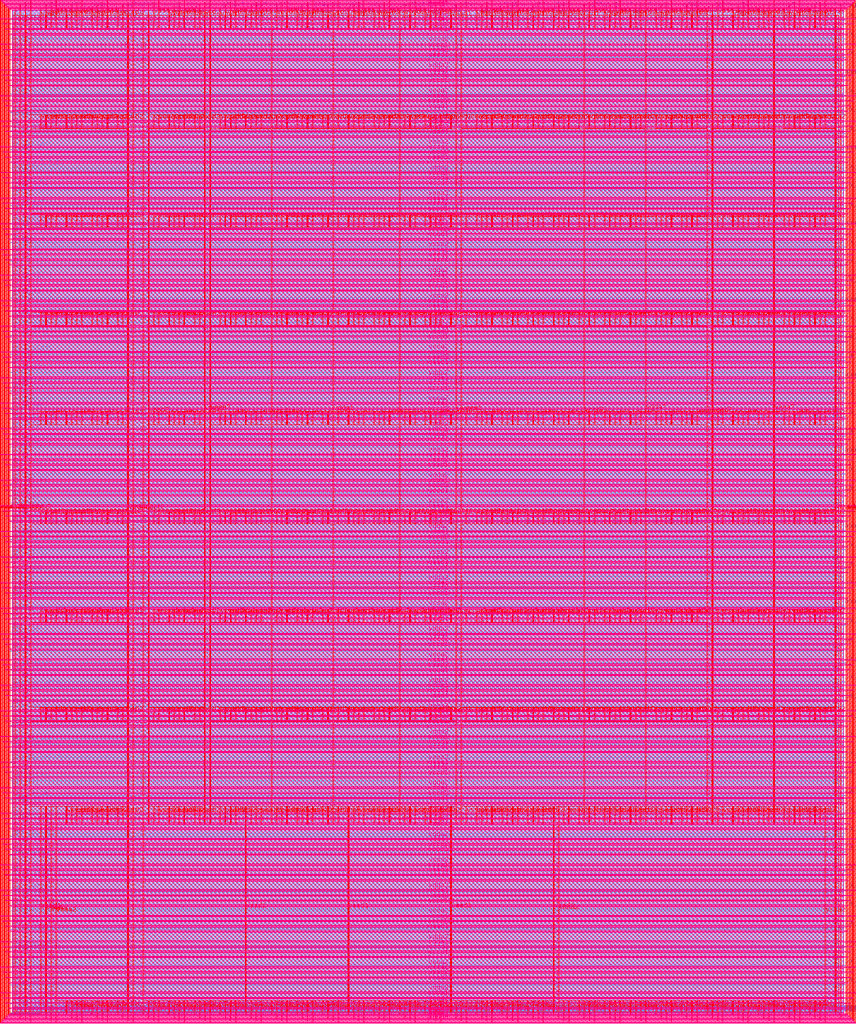
<source format=lef>
VERSION 5.7 ;
  NOWIREEXTENSIONATPIN ON ;
  DIVIDERCHAR "/" ;
  BUSBITCHARS "[]" ;
MACRO user_project_wrapper
  CLASS BLOCK ;
  FOREIGN user_project_wrapper ;
  ORIGIN 0.000 0.000 ;
  SIZE 2920.000 BY 3520.000 ;
  PIN analog_io[0]
    DIRECTION INOUT ;
    USE SIGNAL ;
    PORT
      LAYER met3 ;
        RECT 2917.600 1426.380 2924.800 1427.580 ;
    END
  END analog_io[0]
  PIN analog_io[10]
    DIRECTION INOUT ;
    USE SIGNAL ;
    PORT
      LAYER met2 ;
        RECT 2230.490 3517.600 2231.050 3524.800 ;
    END
  END analog_io[10]
  PIN analog_io[11]
    DIRECTION INOUT ;
    USE SIGNAL ;
    PORT
      LAYER met2 ;
        RECT 1905.730 3517.600 1906.290 3524.800 ;
    END
  END analog_io[11]
  PIN analog_io[12]
    DIRECTION INOUT ;
    USE SIGNAL ;
    PORT
      LAYER met2 ;
        RECT 1581.430 3517.600 1581.990 3524.800 ;
    END
  END analog_io[12]
  PIN analog_io[13]
    DIRECTION INOUT ;
    USE SIGNAL ;
    PORT
      LAYER met2 ;
        RECT 1257.130 3517.600 1257.690 3524.800 ;
    END
  END analog_io[13]
  PIN analog_io[14]
    DIRECTION INOUT ;
    USE SIGNAL ;
    PORT
      LAYER met2 ;
        RECT 932.370 3517.600 932.930 3524.800 ;
    END
  END analog_io[14]
  PIN analog_io[15]
    DIRECTION INOUT ;
    USE SIGNAL ;
    PORT
      LAYER met2 ;
        RECT 608.070 3517.600 608.630 3524.800 ;
    END
  END analog_io[15]
  PIN analog_io[16]
    DIRECTION INOUT ;
    USE SIGNAL ;
    PORT
      LAYER met2 ;
        RECT 283.770 3517.600 284.330 3524.800 ;
    END
  END analog_io[16]
  PIN analog_io[17]
    DIRECTION INOUT ;
    USE SIGNAL ;
    PORT
      LAYER met3 ;
        RECT -4.800 3486.100 2.400 3487.300 ;
    END
  END analog_io[17]
  PIN analog_io[18]
    DIRECTION INOUT ;
    USE SIGNAL ;
    PORT
      LAYER met3 ;
        RECT -4.800 3224.980 2.400 3226.180 ;
    END
  END analog_io[18]
  PIN analog_io[19]
    DIRECTION INOUT ;
    USE SIGNAL ;
    PORT
      LAYER met3 ;
        RECT -4.800 2964.540 2.400 2965.740 ;
    END
  END analog_io[19]
  PIN analog_io[1]
    DIRECTION INOUT ;
    USE SIGNAL ;
    PORT
      LAYER met3 ;
        RECT 2917.600 1692.260 2924.800 1693.460 ;
    END
  END analog_io[1]
  PIN analog_io[20]
    DIRECTION INOUT ;
    USE SIGNAL ;
    PORT
      LAYER met3 ;
        RECT -4.800 2703.420 2.400 2704.620 ;
    END
  END analog_io[20]
  PIN analog_io[21]
    DIRECTION INOUT ;
    USE SIGNAL ;
    PORT
      LAYER met3 ;
        RECT -4.800 2442.980 2.400 2444.180 ;
    END
  END analog_io[21]
  PIN analog_io[22]
    DIRECTION INOUT ;
    USE SIGNAL ;
    PORT
      LAYER met3 ;
        RECT -4.800 2182.540 2.400 2183.740 ;
    END
  END analog_io[22]
  PIN analog_io[23]
    DIRECTION INOUT ;
    USE SIGNAL ;
    PORT
      LAYER met3 ;
        RECT -4.800 1921.420 2.400 1922.620 ;
    END
  END analog_io[23]
  PIN analog_io[24]
    DIRECTION INOUT ;
    USE SIGNAL ;
    PORT
      LAYER met3 ;
        RECT -4.800 1660.980 2.400 1662.180 ;
    END
  END analog_io[24]
  PIN analog_io[25]
    DIRECTION INOUT ;
    USE SIGNAL ;
    PORT
      LAYER met3 ;
        RECT -4.800 1399.860 2.400 1401.060 ;
    END
  END analog_io[25]
  PIN analog_io[26]
    DIRECTION INOUT ;
    USE SIGNAL ;
    PORT
      LAYER met3 ;
        RECT -4.800 1139.420 2.400 1140.620 ;
    END
  END analog_io[26]
  PIN analog_io[27]
    DIRECTION INOUT ;
    USE SIGNAL ;
    PORT
      LAYER met3 ;
        RECT -4.800 878.980 2.400 880.180 ;
    END
  END analog_io[27]
  PIN analog_io[28]
    DIRECTION INOUT ;
    USE SIGNAL ;
    PORT
      LAYER met3 ;
        RECT -4.800 617.860 2.400 619.060 ;
    END
  END analog_io[28]
  PIN analog_io[2]
    DIRECTION INOUT ;
    USE SIGNAL ;
    PORT
      LAYER met3 ;
        RECT 2917.600 1958.140 2924.800 1959.340 ;
    END
  END analog_io[2]
  PIN analog_io[3]
    DIRECTION INOUT ;
    USE SIGNAL ;
    PORT
      LAYER met3 ;
        RECT 2917.600 2223.340 2924.800 2224.540 ;
    END
  END analog_io[3]
  PIN analog_io[4]
    DIRECTION INOUT ;
    USE SIGNAL ;
    PORT
      LAYER met3 ;
        RECT 2917.600 2489.220 2924.800 2490.420 ;
    END
  END analog_io[4]
  PIN analog_io[5]
    DIRECTION INOUT ;
    USE SIGNAL ;
    PORT
      LAYER met3 ;
        RECT 2917.600 2755.100 2924.800 2756.300 ;
    END
  END analog_io[5]
  PIN analog_io[6]
    DIRECTION INOUT ;
    USE SIGNAL ;
    PORT
      LAYER met3 ;
        RECT 2917.600 3020.300 2924.800 3021.500 ;
    END
  END analog_io[6]
  PIN analog_io[7]
    DIRECTION INOUT ;
    USE SIGNAL ;
    PORT
      LAYER met3 ;
        RECT 2917.600 3286.180 2924.800 3287.380 ;
    END
  END analog_io[7]
  PIN analog_io[8]
    DIRECTION INOUT ;
    USE SIGNAL ;
    PORT
      LAYER met2 ;
        RECT 2879.090 3517.600 2879.650 3524.800 ;
    END
  END analog_io[8]
  PIN analog_io[9]
    DIRECTION INOUT ;
    USE SIGNAL ;
    PORT
      LAYER met2 ;
        RECT 2554.790 3517.600 2555.350 3524.800 ;
    END
  END analog_io[9]
  PIN io_in[0]
    DIRECTION INPUT ;
    USE SIGNAL ;
    PORT
      LAYER met3 ;
        RECT 2917.600 32.380 2924.800 33.580 ;
    END
  END io_in[0]
  PIN io_in[10]
    DIRECTION INPUT ;
    USE SIGNAL ;
    PORT
      LAYER met3 ;
        RECT 2917.600 2289.980 2924.800 2291.180 ;
    END
  END io_in[10]
  PIN io_in[11]
    DIRECTION INPUT ;
    USE SIGNAL ;
    PORT
      LAYER met3 ;
        RECT 2917.600 2555.860 2924.800 2557.060 ;
    END
  END io_in[11]
  PIN io_in[12]
    DIRECTION INPUT ;
    USE SIGNAL ;
    PORT
      LAYER met3 ;
        RECT 2917.600 2821.060 2924.800 2822.260 ;
    END
  END io_in[12]
  PIN io_in[13]
    DIRECTION INPUT ;
    USE SIGNAL ;
    PORT
      LAYER met3 ;
        RECT 2917.600 3086.940 2924.800 3088.140 ;
    END
  END io_in[13]
  PIN io_in[14]
    DIRECTION INPUT ;
    USE SIGNAL ;
    PORT
      LAYER met3 ;
        RECT 2917.600 3352.820 2924.800 3354.020 ;
    END
  END io_in[14]
  PIN io_in[15]
    DIRECTION INPUT ;
    USE SIGNAL ;
    PORT
      LAYER met2 ;
        RECT 2798.130 3517.600 2798.690 3524.800 ;
    END
  END io_in[15]
  PIN io_in[16]
    DIRECTION INPUT ;
    USE SIGNAL ;
    PORT
      LAYER met2 ;
        RECT 2473.830 3517.600 2474.390 3524.800 ;
    END
  END io_in[16]
  PIN io_in[17]
    DIRECTION INPUT ;
    USE SIGNAL ;
    PORT
      LAYER met2 ;
        RECT 2149.070 3517.600 2149.630 3524.800 ;
    END
  END io_in[17]
  PIN io_in[18]
    DIRECTION INPUT ;
    USE SIGNAL ;
    PORT
      LAYER met2 ;
        RECT 1824.770 3517.600 1825.330 3524.800 ;
    END
  END io_in[18]
  PIN io_in[19]
    DIRECTION INPUT ;
    USE SIGNAL ;
    PORT
      LAYER met2 ;
        RECT 1500.470 3517.600 1501.030 3524.800 ;
    END
  END io_in[19]
  PIN io_in[1]
    DIRECTION INPUT ;
    USE SIGNAL ;
    PORT
      LAYER met3 ;
        RECT 2917.600 230.940 2924.800 232.140 ;
    END
  END io_in[1]
  PIN io_in[20]
    DIRECTION INPUT ;
    USE SIGNAL ;
    PORT
      LAYER met2 ;
        RECT 1175.710 3517.600 1176.270 3524.800 ;
    END
  END io_in[20]
  PIN io_in[21]
    DIRECTION INPUT ;
    USE SIGNAL ;
    PORT
      LAYER met2 ;
        RECT 851.410 3517.600 851.970 3524.800 ;
    END
  END io_in[21]
  PIN io_in[22]
    DIRECTION INPUT ;
    USE SIGNAL ;
    PORT
      LAYER met2 ;
        RECT 527.110 3517.600 527.670 3524.800 ;
    END
  END io_in[22]
  PIN io_in[23]
    DIRECTION INPUT ;
    USE SIGNAL ;
    PORT
      LAYER met2 ;
        RECT 202.350 3517.600 202.910 3524.800 ;
    END
  END io_in[23]
  PIN io_in[24]
    DIRECTION INPUT ;
    USE SIGNAL ;
    PORT
      LAYER met3 ;
        RECT -4.800 3420.820 2.400 3422.020 ;
    END
  END io_in[24]
  PIN io_in[25]
    DIRECTION INPUT ;
    USE SIGNAL ;
    PORT
      LAYER met3 ;
        RECT -4.800 3159.700 2.400 3160.900 ;
    END
  END io_in[25]
  PIN io_in[26]
    DIRECTION INPUT ;
    USE SIGNAL ;
    PORT
      LAYER met3 ;
        RECT -4.800 2899.260 2.400 2900.460 ;
    END
  END io_in[26]
  PIN io_in[27]
    DIRECTION INPUT ;
    USE SIGNAL ;
    PORT
      LAYER met3 ;
        RECT -4.800 2638.820 2.400 2640.020 ;
    END
  END io_in[27]
  PIN io_in[28]
    DIRECTION INPUT ;
    USE SIGNAL ;
    PORT
      LAYER met3 ;
        RECT -4.800 2377.700 2.400 2378.900 ;
    END
  END io_in[28]
  PIN io_in[29]
    DIRECTION INPUT ;
    USE SIGNAL ;
    PORT
      LAYER met3 ;
        RECT -4.800 2117.260 2.400 2118.460 ;
    END
  END io_in[29]
  PIN io_in[2]
    DIRECTION INPUT ;
    USE SIGNAL ;
    PORT
      LAYER met3 ;
        RECT 2917.600 430.180 2924.800 431.380 ;
    END
  END io_in[2]
  PIN io_in[30]
    DIRECTION INPUT ;
    USE SIGNAL ;
    PORT
      LAYER met3 ;
        RECT -4.800 1856.140 2.400 1857.340 ;
    END
  END io_in[30]
  PIN io_in[31]
    DIRECTION INPUT ;
    USE SIGNAL ;
    PORT
      LAYER met3 ;
        RECT -4.800 1595.700 2.400 1596.900 ;
    END
  END io_in[31]
  PIN io_in[32]
    DIRECTION INPUT ;
    USE SIGNAL ;
    PORT
      LAYER met3 ;
        RECT -4.800 1335.260 2.400 1336.460 ;
    END
  END io_in[32]
  PIN io_in[33]
    DIRECTION INPUT ;
    USE SIGNAL ;
    PORT
      LAYER met3 ;
        RECT -4.800 1074.140 2.400 1075.340 ;
    END
  END io_in[33]
  PIN io_in[34]
    DIRECTION INPUT ;
    USE SIGNAL ;
    PORT
      LAYER met3 ;
        RECT -4.800 813.700 2.400 814.900 ;
    END
  END io_in[34]
  PIN io_in[35]
    DIRECTION INPUT ;
    USE SIGNAL ;
    PORT
      LAYER met3 ;
        RECT -4.800 552.580 2.400 553.780 ;
    END
  END io_in[35]
  PIN io_in[36]
    DIRECTION INPUT ;
    USE SIGNAL ;
    PORT
      LAYER met3 ;
        RECT -4.800 357.420 2.400 358.620 ;
    END
  END io_in[36]
  PIN io_in[37]
    DIRECTION INPUT ;
    USE SIGNAL ;
    PORT
      LAYER met3 ;
        RECT -4.800 161.580 2.400 162.780 ;
    END
  END io_in[37]
  PIN io_in[3]
    DIRECTION INPUT ;
    USE SIGNAL ;
    PORT
      LAYER met3 ;
        RECT 2917.600 629.420 2924.800 630.620 ;
    END
  END io_in[3]
  PIN io_in[4]
    DIRECTION INPUT ;
    USE SIGNAL ;
    PORT
      LAYER met3 ;
        RECT 2917.600 828.660 2924.800 829.860 ;
    END
  END io_in[4]
  PIN io_in[5]
    DIRECTION INPUT ;
    USE SIGNAL ;
    PORT
      LAYER met3 ;
        RECT 2917.600 1027.900 2924.800 1029.100 ;
    END
  END io_in[5]
  PIN io_in[6]
    DIRECTION INPUT ;
    USE SIGNAL ;
    PORT
      LAYER met3 ;
        RECT 2917.600 1227.140 2924.800 1228.340 ;
    END
  END io_in[6]
  PIN io_in[7]
    DIRECTION INPUT ;
    USE SIGNAL ;
    PORT
      LAYER met3 ;
        RECT 2917.600 1493.020 2924.800 1494.220 ;
    END
  END io_in[7]
  PIN io_in[8]
    DIRECTION INPUT ;
    USE SIGNAL ;
    PORT
      LAYER met3 ;
        RECT 2917.600 1758.900 2924.800 1760.100 ;
    END
  END io_in[8]
  PIN io_in[9]
    DIRECTION INPUT ;
    USE SIGNAL ;
    PORT
      LAYER met3 ;
        RECT 2917.600 2024.100 2924.800 2025.300 ;
    END
  END io_in[9]
  PIN io_oeb[0]
    DIRECTION OUTPUT TRISTATE ;
    USE SIGNAL ;
    PORT
      LAYER met3 ;
        RECT 2917.600 164.980 2924.800 166.180 ;
    END
  END io_oeb[0]
  PIN io_oeb[10]
    DIRECTION OUTPUT TRISTATE ;
    USE SIGNAL ;
    PORT
      LAYER met3 ;
        RECT 2917.600 2422.580 2924.800 2423.780 ;
    END
  END io_oeb[10]
  PIN io_oeb[11]
    DIRECTION OUTPUT TRISTATE ;
    USE SIGNAL ;
    PORT
      LAYER met3 ;
        RECT 2917.600 2688.460 2924.800 2689.660 ;
    END
  END io_oeb[11]
  PIN io_oeb[12]
    DIRECTION OUTPUT TRISTATE ;
    USE SIGNAL ;
    PORT
      LAYER met3 ;
        RECT 2917.600 2954.340 2924.800 2955.540 ;
    END
  END io_oeb[12]
  PIN io_oeb[13]
    DIRECTION OUTPUT TRISTATE ;
    USE SIGNAL ;
    PORT
      LAYER met3 ;
        RECT 2917.600 3219.540 2924.800 3220.740 ;
    END
  END io_oeb[13]
  PIN io_oeb[14]
    DIRECTION OUTPUT TRISTATE ;
    USE SIGNAL ;
    PORT
      LAYER met3 ;
        RECT 2917.600 3485.420 2924.800 3486.620 ;
    END
  END io_oeb[14]
  PIN io_oeb[15]
    DIRECTION OUTPUT TRISTATE ;
    USE SIGNAL ;
    PORT
      LAYER met2 ;
        RECT 2635.750 3517.600 2636.310 3524.800 ;
    END
  END io_oeb[15]
  PIN io_oeb[16]
    DIRECTION OUTPUT TRISTATE ;
    USE SIGNAL ;
    PORT
      LAYER met2 ;
        RECT 2311.450 3517.600 2312.010 3524.800 ;
    END
  END io_oeb[16]
  PIN io_oeb[17]
    DIRECTION OUTPUT TRISTATE ;
    USE SIGNAL ;
    PORT
      LAYER met2 ;
        RECT 1987.150 3517.600 1987.710 3524.800 ;
    END
  END io_oeb[17]
  PIN io_oeb[18]
    DIRECTION OUTPUT TRISTATE ;
    USE SIGNAL ;
    PORT
      LAYER met2 ;
        RECT 1662.390 3517.600 1662.950 3524.800 ;
    END
  END io_oeb[18]
  PIN io_oeb[19]
    DIRECTION OUTPUT TRISTATE ;
    USE SIGNAL ;
    PORT
      LAYER met2 ;
        RECT 1338.090 3517.600 1338.650 3524.800 ;
    END
  END io_oeb[19]
  PIN io_oeb[1]
    DIRECTION OUTPUT TRISTATE ;
    USE SIGNAL ;
    PORT
      LAYER met3 ;
        RECT 2917.600 364.220 2924.800 365.420 ;
    END
  END io_oeb[1]
  PIN io_oeb[20]
    DIRECTION OUTPUT TRISTATE ;
    USE SIGNAL ;
    PORT
      LAYER met2 ;
        RECT 1013.790 3517.600 1014.350 3524.800 ;
    END
  END io_oeb[20]
  PIN io_oeb[21]
    DIRECTION OUTPUT TRISTATE ;
    USE SIGNAL ;
    PORT
      LAYER met2 ;
        RECT 689.030 3517.600 689.590 3524.800 ;
    END
  END io_oeb[21]
  PIN io_oeb[22]
    DIRECTION OUTPUT TRISTATE ;
    USE SIGNAL ;
    PORT
      LAYER met2 ;
        RECT 364.730 3517.600 365.290 3524.800 ;
    END
  END io_oeb[22]
  PIN io_oeb[23]
    DIRECTION OUTPUT TRISTATE ;
    USE SIGNAL ;
    PORT
      LAYER met2 ;
        RECT 40.430 3517.600 40.990 3524.800 ;
    END
  END io_oeb[23]
  PIN io_oeb[24]
    DIRECTION OUTPUT TRISTATE ;
    USE SIGNAL ;
    PORT
      LAYER met3 ;
        RECT -4.800 3290.260 2.400 3291.460 ;
    END
  END io_oeb[24]
  PIN io_oeb[25]
    DIRECTION OUTPUT TRISTATE ;
    USE SIGNAL ;
    PORT
      LAYER met3 ;
        RECT -4.800 3029.820 2.400 3031.020 ;
    END
  END io_oeb[25]
  PIN io_oeb[26]
    DIRECTION OUTPUT TRISTATE ;
    USE SIGNAL ;
    PORT
      LAYER met3 ;
        RECT -4.800 2768.700 2.400 2769.900 ;
    END
  END io_oeb[26]
  PIN io_oeb[27]
    DIRECTION OUTPUT TRISTATE ;
    USE SIGNAL ;
    PORT
      LAYER met3 ;
        RECT -4.800 2508.260 2.400 2509.460 ;
    END
  END io_oeb[27]
  PIN io_oeb[28]
    DIRECTION OUTPUT TRISTATE ;
    USE SIGNAL ;
    PORT
      LAYER met3 ;
        RECT -4.800 2247.140 2.400 2248.340 ;
    END
  END io_oeb[28]
  PIN io_oeb[29]
    DIRECTION OUTPUT TRISTATE ;
    USE SIGNAL ;
    PORT
      LAYER met3 ;
        RECT -4.800 1986.700 2.400 1987.900 ;
    END
  END io_oeb[29]
  PIN io_oeb[2]
    DIRECTION OUTPUT TRISTATE ;
    USE SIGNAL ;
    PORT
      LAYER met3 ;
        RECT 2917.600 563.460 2924.800 564.660 ;
    END
  END io_oeb[2]
  PIN io_oeb[30]
    DIRECTION OUTPUT TRISTATE ;
    USE SIGNAL ;
    PORT
      LAYER met3 ;
        RECT -4.800 1726.260 2.400 1727.460 ;
    END
  END io_oeb[30]
  PIN io_oeb[31]
    DIRECTION OUTPUT TRISTATE ;
    USE SIGNAL ;
    PORT
      LAYER met3 ;
        RECT -4.800 1465.140 2.400 1466.340 ;
    END
  END io_oeb[31]
  PIN io_oeb[32]
    DIRECTION OUTPUT TRISTATE ;
    USE SIGNAL ;
    PORT
      LAYER met3 ;
        RECT -4.800 1204.700 2.400 1205.900 ;
    END
  END io_oeb[32]
  PIN io_oeb[33]
    DIRECTION OUTPUT TRISTATE ;
    USE SIGNAL ;
    PORT
      LAYER met3 ;
        RECT -4.800 943.580 2.400 944.780 ;
    END
  END io_oeb[33]
  PIN io_oeb[34]
    DIRECTION OUTPUT TRISTATE ;
    USE SIGNAL ;
    PORT
      LAYER met3 ;
        RECT -4.800 683.140 2.400 684.340 ;
    END
  END io_oeb[34]
  PIN io_oeb[35]
    DIRECTION OUTPUT TRISTATE ;
    USE SIGNAL ;
    PORT
      LAYER met3 ;
        RECT -4.800 422.700 2.400 423.900 ;
    END
  END io_oeb[35]
  PIN io_oeb[36]
    DIRECTION OUTPUT TRISTATE ;
    USE SIGNAL ;
    PORT
      LAYER met3 ;
        RECT -4.800 226.860 2.400 228.060 ;
    END
  END io_oeb[36]
  PIN io_oeb[37]
    DIRECTION OUTPUT TRISTATE ;
    USE SIGNAL ;
    PORT
      LAYER met3 ;
        RECT -4.800 31.700 2.400 32.900 ;
    END
  END io_oeb[37]
  PIN io_oeb[3]
    DIRECTION OUTPUT TRISTATE ;
    USE SIGNAL ;
    PORT
      LAYER met3 ;
        RECT 2917.600 762.700 2924.800 763.900 ;
    END
  END io_oeb[3]
  PIN io_oeb[4]
    DIRECTION OUTPUT TRISTATE ;
    USE SIGNAL ;
    PORT
      LAYER met3 ;
        RECT 2917.600 961.940 2924.800 963.140 ;
    END
  END io_oeb[4]
  PIN io_oeb[5]
    DIRECTION OUTPUT TRISTATE ;
    USE SIGNAL ;
    PORT
      LAYER met3 ;
        RECT 2917.600 1161.180 2924.800 1162.380 ;
    END
  END io_oeb[5]
  PIN io_oeb[6]
    DIRECTION OUTPUT TRISTATE ;
    USE SIGNAL ;
    PORT
      LAYER met3 ;
        RECT 2917.600 1360.420 2924.800 1361.620 ;
    END
  END io_oeb[6]
  PIN io_oeb[7]
    DIRECTION OUTPUT TRISTATE ;
    USE SIGNAL ;
    PORT
      LAYER met3 ;
        RECT 2917.600 1625.620 2924.800 1626.820 ;
    END
  END io_oeb[7]
  PIN io_oeb[8]
    DIRECTION OUTPUT TRISTATE ;
    USE SIGNAL ;
    PORT
      LAYER met3 ;
        RECT 2917.600 1891.500 2924.800 1892.700 ;
    END
  END io_oeb[8]
  PIN io_oeb[9]
    DIRECTION OUTPUT TRISTATE ;
    USE SIGNAL ;
    PORT
      LAYER met3 ;
        RECT 2917.600 2157.380 2924.800 2158.580 ;
    END
  END io_oeb[9]
  PIN io_out[0]
    DIRECTION OUTPUT TRISTATE ;
    USE SIGNAL ;
    PORT
      LAYER met3 ;
        RECT 2917.600 98.340 2924.800 99.540 ;
    END
  END io_out[0]
  PIN io_out[10]
    DIRECTION OUTPUT TRISTATE ;
    USE SIGNAL ;
    PORT
      LAYER met3 ;
        RECT 2917.600 2356.620 2924.800 2357.820 ;
    END
  END io_out[10]
  PIN io_out[11]
    DIRECTION OUTPUT TRISTATE ;
    USE SIGNAL ;
    PORT
      LAYER met3 ;
        RECT 2917.600 2621.820 2924.800 2623.020 ;
    END
  END io_out[11]
  PIN io_out[12]
    DIRECTION OUTPUT TRISTATE ;
    USE SIGNAL ;
    PORT
      LAYER met3 ;
        RECT 2917.600 2887.700 2924.800 2888.900 ;
    END
  END io_out[12]
  PIN io_out[13]
    DIRECTION OUTPUT TRISTATE ;
    USE SIGNAL ;
    PORT
      LAYER met3 ;
        RECT 2917.600 3153.580 2924.800 3154.780 ;
    END
  END io_out[13]
  PIN io_out[14]
    DIRECTION OUTPUT TRISTATE ;
    USE SIGNAL ;
    PORT
      LAYER met3 ;
        RECT 2917.600 3418.780 2924.800 3419.980 ;
    END
  END io_out[14]
  PIN io_out[15]
    DIRECTION OUTPUT TRISTATE ;
    USE SIGNAL ;
    PORT
      LAYER met2 ;
        RECT 2717.170 3517.600 2717.730 3524.800 ;
    END
  END io_out[15]
  PIN io_out[16]
    DIRECTION OUTPUT TRISTATE ;
    USE SIGNAL ;
    PORT
      LAYER met2 ;
        RECT 2392.410 3517.600 2392.970 3524.800 ;
    END
  END io_out[16]
  PIN io_out[17]
    DIRECTION OUTPUT TRISTATE ;
    USE SIGNAL ;
    PORT
      LAYER met2 ;
        RECT 2068.110 3517.600 2068.670 3524.800 ;
    END
  END io_out[17]
  PIN io_out[18]
    DIRECTION OUTPUT TRISTATE ;
    USE SIGNAL ;
    PORT
      LAYER met2 ;
        RECT 1743.810 3517.600 1744.370 3524.800 ;
    END
  END io_out[18]
  PIN io_out[19]
    DIRECTION OUTPUT TRISTATE ;
    USE SIGNAL ;
    PORT
      LAYER met2 ;
        RECT 1419.050 3517.600 1419.610 3524.800 ;
    END
  END io_out[19]
  PIN io_out[1]
    DIRECTION OUTPUT TRISTATE ;
    USE SIGNAL ;
    PORT
      LAYER met3 ;
        RECT 2917.600 297.580 2924.800 298.780 ;
    END
  END io_out[1]
  PIN io_out[20]
    DIRECTION OUTPUT TRISTATE ;
    USE SIGNAL ;
    PORT
      LAYER met2 ;
        RECT 1094.750 3517.600 1095.310 3524.800 ;
    END
  END io_out[20]
  PIN io_out[21]
    DIRECTION OUTPUT TRISTATE ;
    USE SIGNAL ;
    PORT
      LAYER met2 ;
        RECT 770.450 3517.600 771.010 3524.800 ;
    END
  END io_out[21]
  PIN io_out[22]
    DIRECTION OUTPUT TRISTATE ;
    USE SIGNAL ;
    PORT
      LAYER met2 ;
        RECT 445.690 3517.600 446.250 3524.800 ;
    END
  END io_out[22]
  PIN io_out[23]
    DIRECTION OUTPUT TRISTATE ;
    USE SIGNAL ;
    PORT
      LAYER met2 ;
        RECT 121.390 3517.600 121.950 3524.800 ;
    END
  END io_out[23]
  PIN io_out[24]
    DIRECTION OUTPUT TRISTATE ;
    USE SIGNAL ;
    PORT
      LAYER met3 ;
        RECT -4.800 3355.540 2.400 3356.740 ;
    END
  END io_out[24]
  PIN io_out[25]
    DIRECTION OUTPUT TRISTATE ;
    USE SIGNAL ;
    PORT
      LAYER met3 ;
        RECT -4.800 3095.100 2.400 3096.300 ;
    END
  END io_out[25]
  PIN io_out[26]
    DIRECTION OUTPUT TRISTATE ;
    USE SIGNAL ;
    PORT
      LAYER met3 ;
        RECT -4.800 2833.980 2.400 2835.180 ;
    END
  END io_out[26]
  PIN io_out[27]
    DIRECTION OUTPUT TRISTATE ;
    USE SIGNAL ;
    PORT
      LAYER met3 ;
        RECT -4.800 2573.540 2.400 2574.740 ;
    END
  END io_out[27]
  PIN io_out[28]
    DIRECTION OUTPUT TRISTATE ;
    USE SIGNAL ;
    PORT
      LAYER met3 ;
        RECT -4.800 2312.420 2.400 2313.620 ;
    END
  END io_out[28]
  PIN io_out[29]
    DIRECTION OUTPUT TRISTATE ;
    USE SIGNAL ;
    PORT
      LAYER met3 ;
        RECT -4.800 2051.980 2.400 2053.180 ;
    END
  END io_out[29]
  PIN io_out[2]
    DIRECTION OUTPUT TRISTATE ;
    USE SIGNAL ;
    PORT
      LAYER met3 ;
        RECT 2917.600 496.820 2924.800 498.020 ;
    END
  END io_out[2]
  PIN io_out[30]
    DIRECTION OUTPUT TRISTATE ;
    USE SIGNAL ;
    PORT
      LAYER met3 ;
        RECT -4.800 1791.540 2.400 1792.740 ;
    END
  END io_out[30]
  PIN io_out[31]
    DIRECTION OUTPUT TRISTATE ;
    USE SIGNAL ;
    PORT
      LAYER met3 ;
        RECT -4.800 1530.420 2.400 1531.620 ;
    END
  END io_out[31]
  PIN io_out[32]
    DIRECTION OUTPUT TRISTATE ;
    USE SIGNAL ;
    PORT
      LAYER met3 ;
        RECT -4.800 1269.980 2.400 1271.180 ;
    END
  END io_out[32]
  PIN io_out[33]
    DIRECTION OUTPUT TRISTATE ;
    USE SIGNAL ;
    PORT
      LAYER met3 ;
        RECT -4.800 1008.860 2.400 1010.060 ;
    END
  END io_out[33]
  PIN io_out[34]
    DIRECTION OUTPUT TRISTATE ;
    USE SIGNAL ;
    PORT
      LAYER met3 ;
        RECT -4.800 748.420 2.400 749.620 ;
    END
  END io_out[34]
  PIN io_out[35]
    DIRECTION OUTPUT TRISTATE ;
    USE SIGNAL ;
    PORT
      LAYER met3 ;
        RECT -4.800 487.300 2.400 488.500 ;
    END
  END io_out[35]
  PIN io_out[36]
    DIRECTION OUTPUT TRISTATE ;
    USE SIGNAL ;
    PORT
      LAYER met3 ;
        RECT -4.800 292.140 2.400 293.340 ;
    END
  END io_out[36]
  PIN io_out[37]
    DIRECTION OUTPUT TRISTATE ;
    USE SIGNAL ;
    PORT
      LAYER met3 ;
        RECT -4.800 96.300 2.400 97.500 ;
    END
  END io_out[37]
  PIN io_out[3]
    DIRECTION OUTPUT TRISTATE ;
    USE SIGNAL ;
    PORT
      LAYER met3 ;
        RECT 2917.600 696.060 2924.800 697.260 ;
    END
  END io_out[3]
  PIN io_out[4]
    DIRECTION OUTPUT TRISTATE ;
    USE SIGNAL ;
    PORT
      LAYER met3 ;
        RECT 2917.600 895.300 2924.800 896.500 ;
    END
  END io_out[4]
  PIN io_out[5]
    DIRECTION OUTPUT TRISTATE ;
    USE SIGNAL ;
    PORT
      LAYER met3 ;
        RECT 2917.600 1094.540 2924.800 1095.740 ;
    END
  END io_out[5]
  PIN io_out[6]
    DIRECTION OUTPUT TRISTATE ;
    USE SIGNAL ;
    PORT
      LAYER met3 ;
        RECT 2917.600 1293.780 2924.800 1294.980 ;
    END
  END io_out[6]
  PIN io_out[7]
    DIRECTION OUTPUT TRISTATE ;
    USE SIGNAL ;
    PORT
      LAYER met3 ;
        RECT 2917.600 1559.660 2924.800 1560.860 ;
    END
  END io_out[7]
  PIN io_out[8]
    DIRECTION OUTPUT TRISTATE ;
    USE SIGNAL ;
    PORT
      LAYER met3 ;
        RECT 2917.600 1824.860 2924.800 1826.060 ;
    END
  END io_out[8]
  PIN io_out[9]
    DIRECTION OUTPUT TRISTATE ;
    USE SIGNAL ;
    PORT
      LAYER met3 ;
        RECT 2917.600 2090.740 2924.800 2091.940 ;
    END
  END io_out[9]
  PIN la_data_in[0]
    DIRECTION INPUT ;
    USE SIGNAL ;
    PORT
      LAYER met2 ;
        RECT 629.230 -4.800 629.790 2.400 ;
    END
  END la_data_in[0]
  PIN la_data_in[100]
    DIRECTION INPUT ;
    USE SIGNAL ;
    PORT
      LAYER met2 ;
        RECT 2402.530 -4.800 2403.090 2.400 ;
    END
  END la_data_in[100]
  PIN la_data_in[101]
    DIRECTION INPUT ;
    USE SIGNAL ;
    PORT
      LAYER met2 ;
        RECT 2420.010 -4.800 2420.570 2.400 ;
    END
  END la_data_in[101]
  PIN la_data_in[102]
    DIRECTION INPUT ;
    USE SIGNAL ;
    PORT
      LAYER met2 ;
        RECT 2437.950 -4.800 2438.510 2.400 ;
    END
  END la_data_in[102]
  PIN la_data_in[103]
    DIRECTION INPUT ;
    USE SIGNAL ;
    PORT
      LAYER met2 ;
        RECT 2455.430 -4.800 2455.990 2.400 ;
    END
  END la_data_in[103]
  PIN la_data_in[104]
    DIRECTION INPUT ;
    USE SIGNAL ;
    PORT
      LAYER met2 ;
        RECT 2473.370 -4.800 2473.930 2.400 ;
    END
  END la_data_in[104]
  PIN la_data_in[105]
    DIRECTION INPUT ;
    USE SIGNAL ;
    PORT
      LAYER met2 ;
        RECT 2490.850 -4.800 2491.410 2.400 ;
    END
  END la_data_in[105]
  PIN la_data_in[106]
    DIRECTION INPUT ;
    USE SIGNAL ;
    PORT
      LAYER met2 ;
        RECT 2508.790 -4.800 2509.350 2.400 ;
    END
  END la_data_in[106]
  PIN la_data_in[107]
    DIRECTION INPUT ;
    USE SIGNAL ;
    PORT
      LAYER met2 ;
        RECT 2526.730 -4.800 2527.290 2.400 ;
    END
  END la_data_in[107]
  PIN la_data_in[108]
    DIRECTION INPUT ;
    USE SIGNAL ;
    PORT
      LAYER met2 ;
        RECT 2544.210 -4.800 2544.770 2.400 ;
    END
  END la_data_in[108]
  PIN la_data_in[109]
    DIRECTION INPUT ;
    USE SIGNAL ;
    PORT
      LAYER met2 ;
        RECT 2562.150 -4.800 2562.710 2.400 ;
    END
  END la_data_in[109]
  PIN la_data_in[10]
    DIRECTION INPUT ;
    USE SIGNAL ;
    PORT
      LAYER met2 ;
        RECT 806.330 -4.800 806.890 2.400 ;
    END
  END la_data_in[10]
  PIN la_data_in[110]
    DIRECTION INPUT ;
    USE SIGNAL ;
    PORT
      LAYER met2 ;
        RECT 2579.630 -4.800 2580.190 2.400 ;
    END
  END la_data_in[110]
  PIN la_data_in[111]
    DIRECTION INPUT ;
    USE SIGNAL ;
    PORT
      LAYER met2 ;
        RECT 2597.570 -4.800 2598.130 2.400 ;
    END
  END la_data_in[111]
  PIN la_data_in[112]
    DIRECTION INPUT ;
    USE SIGNAL ;
    PORT
      LAYER met2 ;
        RECT 2615.050 -4.800 2615.610 2.400 ;
    END
  END la_data_in[112]
  PIN la_data_in[113]
    DIRECTION INPUT ;
    USE SIGNAL ;
    PORT
      LAYER met2 ;
        RECT 2632.990 -4.800 2633.550 2.400 ;
    END
  END la_data_in[113]
  PIN la_data_in[114]
    DIRECTION INPUT ;
    USE SIGNAL ;
    PORT
      LAYER met2 ;
        RECT 2650.470 -4.800 2651.030 2.400 ;
    END
  END la_data_in[114]
  PIN la_data_in[115]
    DIRECTION INPUT ;
    USE SIGNAL ;
    PORT
      LAYER met2 ;
        RECT 2668.410 -4.800 2668.970 2.400 ;
    END
  END la_data_in[115]
  PIN la_data_in[116]
    DIRECTION INPUT ;
    USE SIGNAL ;
    PORT
      LAYER met2 ;
        RECT 2685.890 -4.800 2686.450 2.400 ;
    END
  END la_data_in[116]
  PIN la_data_in[117]
    DIRECTION INPUT ;
    USE SIGNAL ;
    PORT
      LAYER met2 ;
        RECT 2703.830 -4.800 2704.390 2.400 ;
    END
  END la_data_in[117]
  PIN la_data_in[118]
    DIRECTION INPUT ;
    USE SIGNAL ;
    PORT
      LAYER met2 ;
        RECT 2721.770 -4.800 2722.330 2.400 ;
    END
  END la_data_in[118]
  PIN la_data_in[119]
    DIRECTION INPUT ;
    USE SIGNAL ;
    PORT
      LAYER met2 ;
        RECT 2739.250 -4.800 2739.810 2.400 ;
    END
  END la_data_in[119]
  PIN la_data_in[11]
    DIRECTION INPUT ;
    USE SIGNAL ;
    PORT
      LAYER met2 ;
        RECT 824.270 -4.800 824.830 2.400 ;
    END
  END la_data_in[11]
  PIN la_data_in[120]
    DIRECTION INPUT ;
    USE SIGNAL ;
    PORT
      LAYER met2 ;
        RECT 2757.190 -4.800 2757.750 2.400 ;
    END
  END la_data_in[120]
  PIN la_data_in[121]
    DIRECTION INPUT ;
    USE SIGNAL ;
    PORT
      LAYER met2 ;
        RECT 2774.670 -4.800 2775.230 2.400 ;
    END
  END la_data_in[121]
  PIN la_data_in[122]
    DIRECTION INPUT ;
    USE SIGNAL ;
    PORT
      LAYER met2 ;
        RECT 2792.610 -4.800 2793.170 2.400 ;
    END
  END la_data_in[122]
  PIN la_data_in[123]
    DIRECTION INPUT ;
    USE SIGNAL ;
    PORT
      LAYER met2 ;
        RECT 2810.090 -4.800 2810.650 2.400 ;
    END
  END la_data_in[123]
  PIN la_data_in[124]
    DIRECTION INPUT ;
    USE SIGNAL ;
    PORT
      LAYER met2 ;
        RECT 2828.030 -4.800 2828.590 2.400 ;
    END
  END la_data_in[124]
  PIN la_data_in[125]
    DIRECTION INPUT ;
    USE SIGNAL ;
    PORT
      LAYER met2 ;
        RECT 2845.510 -4.800 2846.070 2.400 ;
    END
  END la_data_in[125]
  PIN la_data_in[126]
    DIRECTION INPUT ;
    USE SIGNAL ;
    PORT
      LAYER met2 ;
        RECT 2863.450 -4.800 2864.010 2.400 ;
    END
  END la_data_in[126]
  PIN la_data_in[127]
    DIRECTION INPUT ;
    USE SIGNAL ;
    PORT
      LAYER met2 ;
        RECT 2881.390 -4.800 2881.950 2.400 ;
    END
  END la_data_in[127]
  PIN la_data_in[12]
    DIRECTION INPUT ;
    USE SIGNAL ;
    PORT
      LAYER met2 ;
        RECT 841.750 -4.800 842.310 2.400 ;
    END
  END la_data_in[12]
  PIN la_data_in[13]
    DIRECTION INPUT ;
    USE SIGNAL ;
    PORT
      LAYER met2 ;
        RECT 859.690 -4.800 860.250 2.400 ;
    END
  END la_data_in[13]
  PIN la_data_in[14]
    DIRECTION INPUT ;
    USE SIGNAL ;
    PORT
      LAYER met2 ;
        RECT 877.170 -4.800 877.730 2.400 ;
    END
  END la_data_in[14]
  PIN la_data_in[15]
    DIRECTION INPUT ;
    USE SIGNAL ;
    PORT
      LAYER met2 ;
        RECT 895.110 -4.800 895.670 2.400 ;
    END
  END la_data_in[15]
  PIN la_data_in[16]
    DIRECTION INPUT ;
    USE SIGNAL ;
    PORT
      LAYER met2 ;
        RECT 912.590 -4.800 913.150 2.400 ;
    END
  END la_data_in[16]
  PIN la_data_in[17]
    DIRECTION INPUT ;
    USE SIGNAL ;
    PORT
      LAYER met2 ;
        RECT 930.530 -4.800 931.090 2.400 ;
    END
  END la_data_in[17]
  PIN la_data_in[18]
    DIRECTION INPUT ;
    USE SIGNAL ;
    PORT
      LAYER met2 ;
        RECT 948.470 -4.800 949.030 2.400 ;
    END
  END la_data_in[18]
  PIN la_data_in[19]
    DIRECTION INPUT ;
    USE SIGNAL ;
    PORT
      LAYER met2 ;
        RECT 965.950 -4.800 966.510 2.400 ;
    END
  END la_data_in[19]
  PIN la_data_in[1]
    DIRECTION INPUT ;
    USE SIGNAL ;
    PORT
      LAYER met2 ;
        RECT 646.710 -4.800 647.270 2.400 ;
    END
  END la_data_in[1]
  PIN la_data_in[20]
    DIRECTION INPUT ;
    USE SIGNAL ;
    PORT
      LAYER met2 ;
        RECT 983.890 -4.800 984.450 2.400 ;
    END
  END la_data_in[20]
  PIN la_data_in[21]
    DIRECTION INPUT ;
    USE SIGNAL ;
    PORT
      LAYER met2 ;
        RECT 1001.370 -4.800 1001.930 2.400 ;
    END
  END la_data_in[21]
  PIN la_data_in[22]
    DIRECTION INPUT ;
    USE SIGNAL ;
    PORT
      LAYER met2 ;
        RECT 1019.310 -4.800 1019.870 2.400 ;
    END
  END la_data_in[22]
  PIN la_data_in[23]
    DIRECTION INPUT ;
    USE SIGNAL ;
    PORT
      LAYER met2 ;
        RECT 1036.790 -4.800 1037.350 2.400 ;
    END
  END la_data_in[23]
  PIN la_data_in[24]
    DIRECTION INPUT ;
    USE SIGNAL ;
    PORT
      LAYER met2 ;
        RECT 1054.730 -4.800 1055.290 2.400 ;
    END
  END la_data_in[24]
  PIN la_data_in[25]
    DIRECTION INPUT ;
    USE SIGNAL ;
    PORT
      LAYER met2 ;
        RECT 1072.210 -4.800 1072.770 2.400 ;
    END
  END la_data_in[25]
  PIN la_data_in[26]
    DIRECTION INPUT ;
    USE SIGNAL ;
    PORT
      LAYER met2 ;
        RECT 1090.150 -4.800 1090.710 2.400 ;
    END
  END la_data_in[26]
  PIN la_data_in[27]
    DIRECTION INPUT ;
    USE SIGNAL ;
    PORT
      LAYER met2 ;
        RECT 1107.630 -4.800 1108.190 2.400 ;
    END
  END la_data_in[27]
  PIN la_data_in[28]
    DIRECTION INPUT ;
    USE SIGNAL ;
    PORT
      LAYER met2 ;
        RECT 1125.570 -4.800 1126.130 2.400 ;
    END
  END la_data_in[28]
  PIN la_data_in[29]
    DIRECTION INPUT ;
    USE SIGNAL ;
    PORT
      LAYER met2 ;
        RECT 1143.510 -4.800 1144.070 2.400 ;
    END
  END la_data_in[29]
  PIN la_data_in[2]
    DIRECTION INPUT ;
    USE SIGNAL ;
    PORT
      LAYER met2 ;
        RECT 664.650 -4.800 665.210 2.400 ;
    END
  END la_data_in[2]
  PIN la_data_in[30]
    DIRECTION INPUT ;
    USE SIGNAL ;
    PORT
      LAYER met2 ;
        RECT 1160.990 -4.800 1161.550 2.400 ;
    END
  END la_data_in[30]
  PIN la_data_in[31]
    DIRECTION INPUT ;
    USE SIGNAL ;
    PORT
      LAYER met2 ;
        RECT 1178.930 -4.800 1179.490 2.400 ;
    END
  END la_data_in[31]
  PIN la_data_in[32]
    DIRECTION INPUT ;
    USE SIGNAL ;
    PORT
      LAYER met2 ;
        RECT 1196.410 -4.800 1196.970 2.400 ;
    END
  END la_data_in[32]
  PIN la_data_in[33]
    DIRECTION INPUT ;
    USE SIGNAL ;
    PORT
      LAYER met2 ;
        RECT 1214.350 -4.800 1214.910 2.400 ;
    END
  END la_data_in[33]
  PIN la_data_in[34]
    DIRECTION INPUT ;
    USE SIGNAL ;
    PORT
      LAYER met2 ;
        RECT 1231.830 -4.800 1232.390 2.400 ;
    END
  END la_data_in[34]
  PIN la_data_in[35]
    DIRECTION INPUT ;
    USE SIGNAL ;
    PORT
      LAYER met2 ;
        RECT 1249.770 -4.800 1250.330 2.400 ;
    END
  END la_data_in[35]
  PIN la_data_in[36]
    DIRECTION INPUT ;
    USE SIGNAL ;
    PORT
      LAYER met2 ;
        RECT 1267.250 -4.800 1267.810 2.400 ;
    END
  END la_data_in[36]
  PIN la_data_in[37]
    DIRECTION INPUT ;
    USE SIGNAL ;
    PORT
      LAYER met2 ;
        RECT 1285.190 -4.800 1285.750 2.400 ;
    END
  END la_data_in[37]
  PIN la_data_in[38]
    DIRECTION INPUT ;
    USE SIGNAL ;
    PORT
      LAYER met2 ;
        RECT 1303.130 -4.800 1303.690 2.400 ;
    END
  END la_data_in[38]
  PIN la_data_in[39]
    DIRECTION INPUT ;
    USE SIGNAL ;
    PORT
      LAYER met2 ;
        RECT 1320.610 -4.800 1321.170 2.400 ;
    END
  END la_data_in[39]
  PIN la_data_in[3]
    DIRECTION INPUT ;
    USE SIGNAL ;
    PORT
      LAYER met2 ;
        RECT 682.130 -4.800 682.690 2.400 ;
    END
  END la_data_in[3]
  PIN la_data_in[40]
    DIRECTION INPUT ;
    USE SIGNAL ;
    PORT
      LAYER met2 ;
        RECT 1338.550 -4.800 1339.110 2.400 ;
    END
  END la_data_in[40]
  PIN la_data_in[41]
    DIRECTION INPUT ;
    USE SIGNAL ;
    PORT
      LAYER met2 ;
        RECT 1356.030 -4.800 1356.590 2.400 ;
    END
  END la_data_in[41]
  PIN la_data_in[42]
    DIRECTION INPUT ;
    USE SIGNAL ;
    PORT
      LAYER met2 ;
        RECT 1373.970 -4.800 1374.530 2.400 ;
    END
  END la_data_in[42]
  PIN la_data_in[43]
    DIRECTION INPUT ;
    USE SIGNAL ;
    PORT
      LAYER met2 ;
        RECT 1391.450 -4.800 1392.010 2.400 ;
    END
  END la_data_in[43]
  PIN la_data_in[44]
    DIRECTION INPUT ;
    USE SIGNAL ;
    PORT
      LAYER met2 ;
        RECT 1409.390 -4.800 1409.950 2.400 ;
    END
  END la_data_in[44]
  PIN la_data_in[45]
    DIRECTION INPUT ;
    USE SIGNAL ;
    PORT
      LAYER met2 ;
        RECT 1426.870 -4.800 1427.430 2.400 ;
    END
  END la_data_in[45]
  PIN la_data_in[46]
    DIRECTION INPUT ;
    USE SIGNAL ;
    PORT
      LAYER met2 ;
        RECT 1444.810 -4.800 1445.370 2.400 ;
    END
  END la_data_in[46]
  PIN la_data_in[47]
    DIRECTION INPUT ;
    USE SIGNAL ;
    PORT
      LAYER met2 ;
        RECT 1462.750 -4.800 1463.310 2.400 ;
    END
  END la_data_in[47]
  PIN la_data_in[48]
    DIRECTION INPUT ;
    USE SIGNAL ;
    PORT
      LAYER met2 ;
        RECT 1480.230 -4.800 1480.790 2.400 ;
    END
  END la_data_in[48]
  PIN la_data_in[49]
    DIRECTION INPUT ;
    USE SIGNAL ;
    PORT
      LAYER met2 ;
        RECT 1498.170 -4.800 1498.730 2.400 ;
    END
  END la_data_in[49]
  PIN la_data_in[4]
    DIRECTION INPUT ;
    USE SIGNAL ;
    PORT
      LAYER met2 ;
        RECT 700.070 -4.800 700.630 2.400 ;
    END
  END la_data_in[4]
  PIN la_data_in[50]
    DIRECTION INPUT ;
    USE SIGNAL ;
    PORT
      LAYER met2 ;
        RECT 1515.650 -4.800 1516.210 2.400 ;
    END
  END la_data_in[50]
  PIN la_data_in[51]
    DIRECTION INPUT ;
    USE SIGNAL ;
    PORT
      LAYER met2 ;
        RECT 1533.590 -4.800 1534.150 2.400 ;
    END
  END la_data_in[51]
  PIN la_data_in[52]
    DIRECTION INPUT ;
    USE SIGNAL ;
    PORT
      LAYER met2 ;
        RECT 1551.070 -4.800 1551.630 2.400 ;
    END
  END la_data_in[52]
  PIN la_data_in[53]
    DIRECTION INPUT ;
    USE SIGNAL ;
    PORT
      LAYER met2 ;
        RECT 1569.010 -4.800 1569.570 2.400 ;
    END
  END la_data_in[53]
  PIN la_data_in[54]
    DIRECTION INPUT ;
    USE SIGNAL ;
    PORT
      LAYER met2 ;
        RECT 1586.490 -4.800 1587.050 2.400 ;
    END
  END la_data_in[54]
  PIN la_data_in[55]
    DIRECTION INPUT ;
    USE SIGNAL ;
    PORT
      LAYER met2 ;
        RECT 1604.430 -4.800 1604.990 2.400 ;
    END
  END la_data_in[55]
  PIN la_data_in[56]
    DIRECTION INPUT ;
    USE SIGNAL ;
    PORT
      LAYER met2 ;
        RECT 1621.910 -4.800 1622.470 2.400 ;
    END
  END la_data_in[56]
  PIN la_data_in[57]
    DIRECTION INPUT ;
    USE SIGNAL ;
    PORT
      LAYER met2 ;
        RECT 1639.850 -4.800 1640.410 2.400 ;
    END
  END la_data_in[57]
  PIN la_data_in[58]
    DIRECTION INPUT ;
    USE SIGNAL ;
    PORT
      LAYER met2 ;
        RECT 1657.790 -4.800 1658.350 2.400 ;
    END
  END la_data_in[58]
  PIN la_data_in[59]
    DIRECTION INPUT ;
    USE SIGNAL ;
    PORT
      LAYER met2 ;
        RECT 1675.270 -4.800 1675.830 2.400 ;
    END
  END la_data_in[59]
  PIN la_data_in[5]
    DIRECTION INPUT ;
    USE SIGNAL ;
    PORT
      LAYER met2 ;
        RECT 717.550 -4.800 718.110 2.400 ;
    END
  END la_data_in[5]
  PIN la_data_in[60]
    DIRECTION INPUT ;
    USE SIGNAL ;
    PORT
      LAYER met2 ;
        RECT 1693.210 -4.800 1693.770 2.400 ;
    END
  END la_data_in[60]
  PIN la_data_in[61]
    DIRECTION INPUT ;
    USE SIGNAL ;
    PORT
      LAYER met2 ;
        RECT 1710.690 -4.800 1711.250 2.400 ;
    END
  END la_data_in[61]
  PIN la_data_in[62]
    DIRECTION INPUT ;
    USE SIGNAL ;
    PORT
      LAYER met2 ;
        RECT 1728.630 -4.800 1729.190 2.400 ;
    END
  END la_data_in[62]
  PIN la_data_in[63]
    DIRECTION INPUT ;
    USE SIGNAL ;
    PORT
      LAYER met2 ;
        RECT 1746.110 -4.800 1746.670 2.400 ;
    END
  END la_data_in[63]
  PIN la_data_in[64]
    DIRECTION INPUT ;
    USE SIGNAL ;
    PORT
      LAYER met2 ;
        RECT 1764.050 -4.800 1764.610 2.400 ;
    END
  END la_data_in[64]
  PIN la_data_in[65]
    DIRECTION INPUT ;
    USE SIGNAL ;
    PORT
      LAYER met2 ;
        RECT 1781.530 -4.800 1782.090 2.400 ;
    END
  END la_data_in[65]
  PIN la_data_in[66]
    DIRECTION INPUT ;
    USE SIGNAL ;
    PORT
      LAYER met2 ;
        RECT 1799.470 -4.800 1800.030 2.400 ;
    END
  END la_data_in[66]
  PIN la_data_in[67]
    DIRECTION INPUT ;
    USE SIGNAL ;
    PORT
      LAYER met2 ;
        RECT 1817.410 -4.800 1817.970 2.400 ;
    END
  END la_data_in[67]
  PIN la_data_in[68]
    DIRECTION INPUT ;
    USE SIGNAL ;
    PORT
      LAYER met2 ;
        RECT 1834.890 -4.800 1835.450 2.400 ;
    END
  END la_data_in[68]
  PIN la_data_in[69]
    DIRECTION INPUT ;
    USE SIGNAL ;
    PORT
      LAYER met2 ;
        RECT 1852.830 -4.800 1853.390 2.400 ;
    END
  END la_data_in[69]
  PIN la_data_in[6]
    DIRECTION INPUT ;
    USE SIGNAL ;
    PORT
      LAYER met2 ;
        RECT 735.490 -4.800 736.050 2.400 ;
    END
  END la_data_in[6]
  PIN la_data_in[70]
    DIRECTION INPUT ;
    USE SIGNAL ;
    PORT
      LAYER met2 ;
        RECT 1870.310 -4.800 1870.870 2.400 ;
    END
  END la_data_in[70]
  PIN la_data_in[71]
    DIRECTION INPUT ;
    USE SIGNAL ;
    PORT
      LAYER met2 ;
        RECT 1888.250 -4.800 1888.810 2.400 ;
    END
  END la_data_in[71]
  PIN la_data_in[72]
    DIRECTION INPUT ;
    USE SIGNAL ;
    PORT
      LAYER met2 ;
        RECT 1905.730 -4.800 1906.290 2.400 ;
    END
  END la_data_in[72]
  PIN la_data_in[73]
    DIRECTION INPUT ;
    USE SIGNAL ;
    PORT
      LAYER met2 ;
        RECT 1923.670 -4.800 1924.230 2.400 ;
    END
  END la_data_in[73]
  PIN la_data_in[74]
    DIRECTION INPUT ;
    USE SIGNAL ;
    PORT
      LAYER met2 ;
        RECT 1941.150 -4.800 1941.710 2.400 ;
    END
  END la_data_in[74]
  PIN la_data_in[75]
    DIRECTION INPUT ;
    USE SIGNAL ;
    PORT
      LAYER met2 ;
        RECT 1959.090 -4.800 1959.650 2.400 ;
    END
  END la_data_in[75]
  PIN la_data_in[76]
    DIRECTION INPUT ;
    USE SIGNAL ;
    PORT
      LAYER met2 ;
        RECT 1976.570 -4.800 1977.130 2.400 ;
    END
  END la_data_in[76]
  PIN la_data_in[77]
    DIRECTION INPUT ;
    USE SIGNAL ;
    PORT
      LAYER met2 ;
        RECT 1994.510 -4.800 1995.070 2.400 ;
    END
  END la_data_in[77]
  PIN la_data_in[78]
    DIRECTION INPUT ;
    USE SIGNAL ;
    PORT
      LAYER met2 ;
        RECT 2012.450 -4.800 2013.010 2.400 ;
    END
  END la_data_in[78]
  PIN la_data_in[79]
    DIRECTION INPUT ;
    USE SIGNAL ;
    PORT
      LAYER met2 ;
        RECT 2029.930 -4.800 2030.490 2.400 ;
    END
  END la_data_in[79]
  PIN la_data_in[7]
    DIRECTION INPUT ;
    USE SIGNAL ;
    PORT
      LAYER met2 ;
        RECT 752.970 -4.800 753.530 2.400 ;
    END
  END la_data_in[7]
  PIN la_data_in[80]
    DIRECTION INPUT ;
    USE SIGNAL ;
    PORT
      LAYER met2 ;
        RECT 2047.870 -4.800 2048.430 2.400 ;
    END
  END la_data_in[80]
  PIN la_data_in[81]
    DIRECTION INPUT ;
    USE SIGNAL ;
    PORT
      LAYER met2 ;
        RECT 2065.350 -4.800 2065.910 2.400 ;
    END
  END la_data_in[81]
  PIN la_data_in[82]
    DIRECTION INPUT ;
    USE SIGNAL ;
    PORT
      LAYER met2 ;
        RECT 2083.290 -4.800 2083.850 2.400 ;
    END
  END la_data_in[82]
  PIN la_data_in[83]
    DIRECTION INPUT ;
    USE SIGNAL ;
    PORT
      LAYER met2 ;
        RECT 2100.770 -4.800 2101.330 2.400 ;
    END
  END la_data_in[83]
  PIN la_data_in[84]
    DIRECTION INPUT ;
    USE SIGNAL ;
    PORT
      LAYER met2 ;
        RECT 2118.710 -4.800 2119.270 2.400 ;
    END
  END la_data_in[84]
  PIN la_data_in[85]
    DIRECTION INPUT ;
    USE SIGNAL ;
    PORT
      LAYER met2 ;
        RECT 2136.190 -4.800 2136.750 2.400 ;
    END
  END la_data_in[85]
  PIN la_data_in[86]
    DIRECTION INPUT ;
    USE SIGNAL ;
    PORT
      LAYER met2 ;
        RECT 2154.130 -4.800 2154.690 2.400 ;
    END
  END la_data_in[86]
  PIN la_data_in[87]
    DIRECTION INPUT ;
    USE SIGNAL ;
    PORT
      LAYER met2 ;
        RECT 2172.070 -4.800 2172.630 2.400 ;
    END
  END la_data_in[87]
  PIN la_data_in[88]
    DIRECTION INPUT ;
    USE SIGNAL ;
    PORT
      LAYER met2 ;
        RECT 2189.550 -4.800 2190.110 2.400 ;
    END
  END la_data_in[88]
  PIN la_data_in[89]
    DIRECTION INPUT ;
    USE SIGNAL ;
    PORT
      LAYER met2 ;
        RECT 2207.490 -4.800 2208.050 2.400 ;
    END
  END la_data_in[89]
  PIN la_data_in[8]
    DIRECTION INPUT ;
    USE SIGNAL ;
    PORT
      LAYER met2 ;
        RECT 770.910 -4.800 771.470 2.400 ;
    END
  END la_data_in[8]
  PIN la_data_in[90]
    DIRECTION INPUT ;
    USE SIGNAL ;
    PORT
      LAYER met2 ;
        RECT 2224.970 -4.800 2225.530 2.400 ;
    END
  END la_data_in[90]
  PIN la_data_in[91]
    DIRECTION INPUT ;
    USE SIGNAL ;
    PORT
      LAYER met2 ;
        RECT 2242.910 -4.800 2243.470 2.400 ;
    END
  END la_data_in[91]
  PIN la_data_in[92]
    DIRECTION INPUT ;
    USE SIGNAL ;
    PORT
      LAYER met2 ;
        RECT 2260.390 -4.800 2260.950 2.400 ;
    END
  END la_data_in[92]
  PIN la_data_in[93]
    DIRECTION INPUT ;
    USE SIGNAL ;
    PORT
      LAYER met2 ;
        RECT 2278.330 -4.800 2278.890 2.400 ;
    END
  END la_data_in[93]
  PIN la_data_in[94]
    DIRECTION INPUT ;
    USE SIGNAL ;
    PORT
      LAYER met2 ;
        RECT 2295.810 -4.800 2296.370 2.400 ;
    END
  END la_data_in[94]
  PIN la_data_in[95]
    DIRECTION INPUT ;
    USE SIGNAL ;
    PORT
      LAYER met2 ;
        RECT 2313.750 -4.800 2314.310 2.400 ;
    END
  END la_data_in[95]
  PIN la_data_in[96]
    DIRECTION INPUT ;
    USE SIGNAL ;
    PORT
      LAYER met2 ;
        RECT 2331.230 -4.800 2331.790 2.400 ;
    END
  END la_data_in[96]
  PIN la_data_in[97]
    DIRECTION INPUT ;
    USE SIGNAL ;
    PORT
      LAYER met2 ;
        RECT 2349.170 -4.800 2349.730 2.400 ;
    END
  END la_data_in[97]
  PIN la_data_in[98]
    DIRECTION INPUT ;
    USE SIGNAL ;
    PORT
      LAYER met2 ;
        RECT 2367.110 -4.800 2367.670 2.400 ;
    END
  END la_data_in[98]
  PIN la_data_in[99]
    DIRECTION INPUT ;
    USE SIGNAL ;
    PORT
      LAYER met2 ;
        RECT 2384.590 -4.800 2385.150 2.400 ;
    END
  END la_data_in[99]
  PIN la_data_in[9]
    DIRECTION INPUT ;
    USE SIGNAL ;
    PORT
      LAYER met2 ;
        RECT 788.850 -4.800 789.410 2.400 ;
    END
  END la_data_in[9]
  PIN la_data_out[0]
    DIRECTION OUTPUT TRISTATE ;
    USE SIGNAL ;
    PORT
      LAYER met2 ;
        RECT 634.750 -4.800 635.310 2.400 ;
    END
  END la_data_out[0]
  PIN la_data_out[100]
    DIRECTION OUTPUT TRISTATE ;
    USE SIGNAL ;
    PORT
      LAYER met2 ;
        RECT 2408.510 -4.800 2409.070 2.400 ;
    END
  END la_data_out[100]
  PIN la_data_out[101]
    DIRECTION OUTPUT TRISTATE ;
    USE SIGNAL ;
    PORT
      LAYER met2 ;
        RECT 2425.990 -4.800 2426.550 2.400 ;
    END
  END la_data_out[101]
  PIN la_data_out[102]
    DIRECTION OUTPUT TRISTATE ;
    USE SIGNAL ;
    PORT
      LAYER met2 ;
        RECT 2443.930 -4.800 2444.490 2.400 ;
    END
  END la_data_out[102]
  PIN la_data_out[103]
    DIRECTION OUTPUT TRISTATE ;
    USE SIGNAL ;
    PORT
      LAYER met2 ;
        RECT 2461.410 -4.800 2461.970 2.400 ;
    END
  END la_data_out[103]
  PIN la_data_out[104]
    DIRECTION OUTPUT TRISTATE ;
    USE SIGNAL ;
    PORT
      LAYER met2 ;
        RECT 2479.350 -4.800 2479.910 2.400 ;
    END
  END la_data_out[104]
  PIN la_data_out[105]
    DIRECTION OUTPUT TRISTATE ;
    USE SIGNAL ;
    PORT
      LAYER met2 ;
        RECT 2496.830 -4.800 2497.390 2.400 ;
    END
  END la_data_out[105]
  PIN la_data_out[106]
    DIRECTION OUTPUT TRISTATE ;
    USE SIGNAL ;
    PORT
      LAYER met2 ;
        RECT 2514.770 -4.800 2515.330 2.400 ;
    END
  END la_data_out[106]
  PIN la_data_out[107]
    DIRECTION OUTPUT TRISTATE ;
    USE SIGNAL ;
    PORT
      LAYER met2 ;
        RECT 2532.250 -4.800 2532.810 2.400 ;
    END
  END la_data_out[107]
  PIN la_data_out[108]
    DIRECTION OUTPUT TRISTATE ;
    USE SIGNAL ;
    PORT
      LAYER met2 ;
        RECT 2550.190 -4.800 2550.750 2.400 ;
    END
  END la_data_out[108]
  PIN la_data_out[109]
    DIRECTION OUTPUT TRISTATE ;
    USE SIGNAL ;
    PORT
      LAYER met2 ;
        RECT 2567.670 -4.800 2568.230 2.400 ;
    END
  END la_data_out[109]
  PIN la_data_out[10]
    DIRECTION OUTPUT TRISTATE ;
    USE SIGNAL ;
    PORT
      LAYER met2 ;
        RECT 812.310 -4.800 812.870 2.400 ;
    END
  END la_data_out[10]
  PIN la_data_out[110]
    DIRECTION OUTPUT TRISTATE ;
    USE SIGNAL ;
    PORT
      LAYER met2 ;
        RECT 2585.610 -4.800 2586.170 2.400 ;
    END
  END la_data_out[110]
  PIN la_data_out[111]
    DIRECTION OUTPUT TRISTATE ;
    USE SIGNAL ;
    PORT
      LAYER met2 ;
        RECT 2603.550 -4.800 2604.110 2.400 ;
    END
  END la_data_out[111]
  PIN la_data_out[112]
    DIRECTION OUTPUT TRISTATE ;
    USE SIGNAL ;
    PORT
      LAYER met2 ;
        RECT 2621.030 -4.800 2621.590 2.400 ;
    END
  END la_data_out[112]
  PIN la_data_out[113]
    DIRECTION OUTPUT TRISTATE ;
    USE SIGNAL ;
    PORT
      LAYER met2 ;
        RECT 2638.970 -4.800 2639.530 2.400 ;
    END
  END la_data_out[113]
  PIN la_data_out[114]
    DIRECTION OUTPUT TRISTATE ;
    USE SIGNAL ;
    PORT
      LAYER met2 ;
        RECT 2656.450 -4.800 2657.010 2.400 ;
    END
  END la_data_out[114]
  PIN la_data_out[115]
    DIRECTION OUTPUT TRISTATE ;
    USE SIGNAL ;
    PORT
      LAYER met2 ;
        RECT 2674.390 -4.800 2674.950 2.400 ;
    END
  END la_data_out[115]
  PIN la_data_out[116]
    DIRECTION OUTPUT TRISTATE ;
    USE SIGNAL ;
    PORT
      LAYER met2 ;
        RECT 2691.870 -4.800 2692.430 2.400 ;
    END
  END la_data_out[116]
  PIN la_data_out[117]
    DIRECTION OUTPUT TRISTATE ;
    USE SIGNAL ;
    PORT
      LAYER met2 ;
        RECT 2709.810 -4.800 2710.370 2.400 ;
    END
  END la_data_out[117]
  PIN la_data_out[118]
    DIRECTION OUTPUT TRISTATE ;
    USE SIGNAL ;
    PORT
      LAYER met2 ;
        RECT 2727.290 -4.800 2727.850 2.400 ;
    END
  END la_data_out[118]
  PIN la_data_out[119]
    DIRECTION OUTPUT TRISTATE ;
    USE SIGNAL ;
    PORT
      LAYER met2 ;
        RECT 2745.230 -4.800 2745.790 2.400 ;
    END
  END la_data_out[119]
  PIN la_data_out[11]
    DIRECTION OUTPUT TRISTATE ;
    USE SIGNAL ;
    PORT
      LAYER met2 ;
        RECT 830.250 -4.800 830.810 2.400 ;
    END
  END la_data_out[11]
  PIN la_data_out[120]
    DIRECTION OUTPUT TRISTATE ;
    USE SIGNAL ;
    PORT
      LAYER met2 ;
        RECT 2763.170 -4.800 2763.730 2.400 ;
    END
  END la_data_out[120]
  PIN la_data_out[121]
    DIRECTION OUTPUT TRISTATE ;
    USE SIGNAL ;
    PORT
      LAYER met2 ;
        RECT 2780.650 -4.800 2781.210 2.400 ;
    END
  END la_data_out[121]
  PIN la_data_out[122]
    DIRECTION OUTPUT TRISTATE ;
    USE SIGNAL ;
    PORT
      LAYER met2 ;
        RECT 2798.590 -4.800 2799.150 2.400 ;
    END
  END la_data_out[122]
  PIN la_data_out[123]
    DIRECTION OUTPUT TRISTATE ;
    USE SIGNAL ;
    PORT
      LAYER met2 ;
        RECT 2816.070 -4.800 2816.630 2.400 ;
    END
  END la_data_out[123]
  PIN la_data_out[124]
    DIRECTION OUTPUT TRISTATE ;
    USE SIGNAL ;
    PORT
      LAYER met2 ;
        RECT 2834.010 -4.800 2834.570 2.400 ;
    END
  END la_data_out[124]
  PIN la_data_out[125]
    DIRECTION OUTPUT TRISTATE ;
    USE SIGNAL ;
    PORT
      LAYER met2 ;
        RECT 2851.490 -4.800 2852.050 2.400 ;
    END
  END la_data_out[125]
  PIN la_data_out[126]
    DIRECTION OUTPUT TRISTATE ;
    USE SIGNAL ;
    PORT
      LAYER met2 ;
        RECT 2869.430 -4.800 2869.990 2.400 ;
    END
  END la_data_out[126]
  PIN la_data_out[127]
    DIRECTION OUTPUT TRISTATE ;
    USE SIGNAL ;
    PORT
      LAYER met2 ;
        RECT 2886.910 -4.800 2887.470 2.400 ;
    END
  END la_data_out[127]
  PIN la_data_out[12]
    DIRECTION OUTPUT TRISTATE ;
    USE SIGNAL ;
    PORT
      LAYER met2 ;
        RECT 847.730 -4.800 848.290 2.400 ;
    END
  END la_data_out[12]
  PIN la_data_out[13]
    DIRECTION OUTPUT TRISTATE ;
    USE SIGNAL ;
    PORT
      LAYER met2 ;
        RECT 865.670 -4.800 866.230 2.400 ;
    END
  END la_data_out[13]
  PIN la_data_out[14]
    DIRECTION OUTPUT TRISTATE ;
    USE SIGNAL ;
    PORT
      LAYER met2 ;
        RECT 883.150 -4.800 883.710 2.400 ;
    END
  END la_data_out[14]
  PIN la_data_out[15]
    DIRECTION OUTPUT TRISTATE ;
    USE SIGNAL ;
    PORT
      LAYER met2 ;
        RECT 901.090 -4.800 901.650 2.400 ;
    END
  END la_data_out[15]
  PIN la_data_out[16]
    DIRECTION OUTPUT TRISTATE ;
    USE SIGNAL ;
    PORT
      LAYER met2 ;
        RECT 918.570 -4.800 919.130 2.400 ;
    END
  END la_data_out[16]
  PIN la_data_out[17]
    DIRECTION OUTPUT TRISTATE ;
    USE SIGNAL ;
    PORT
      LAYER met2 ;
        RECT 936.510 -4.800 937.070 2.400 ;
    END
  END la_data_out[17]
  PIN la_data_out[18]
    DIRECTION OUTPUT TRISTATE ;
    USE SIGNAL ;
    PORT
      LAYER met2 ;
        RECT 953.990 -4.800 954.550 2.400 ;
    END
  END la_data_out[18]
  PIN la_data_out[19]
    DIRECTION OUTPUT TRISTATE ;
    USE SIGNAL ;
    PORT
      LAYER met2 ;
        RECT 971.930 -4.800 972.490 2.400 ;
    END
  END la_data_out[19]
  PIN la_data_out[1]
    DIRECTION OUTPUT TRISTATE ;
    USE SIGNAL ;
    PORT
      LAYER met2 ;
        RECT 652.690 -4.800 653.250 2.400 ;
    END
  END la_data_out[1]
  PIN la_data_out[20]
    DIRECTION OUTPUT TRISTATE ;
    USE SIGNAL ;
    PORT
      LAYER met2 ;
        RECT 989.410 -4.800 989.970 2.400 ;
    END
  END la_data_out[20]
  PIN la_data_out[21]
    DIRECTION OUTPUT TRISTATE ;
    USE SIGNAL ;
    PORT
      LAYER met2 ;
        RECT 1007.350 -4.800 1007.910 2.400 ;
    END
  END la_data_out[21]
  PIN la_data_out[22]
    DIRECTION OUTPUT TRISTATE ;
    USE SIGNAL ;
    PORT
      LAYER met2 ;
        RECT 1025.290 -4.800 1025.850 2.400 ;
    END
  END la_data_out[22]
  PIN la_data_out[23]
    DIRECTION OUTPUT TRISTATE ;
    USE SIGNAL ;
    PORT
      LAYER met2 ;
        RECT 1042.770 -4.800 1043.330 2.400 ;
    END
  END la_data_out[23]
  PIN la_data_out[24]
    DIRECTION OUTPUT TRISTATE ;
    USE SIGNAL ;
    PORT
      LAYER met2 ;
        RECT 1060.710 -4.800 1061.270 2.400 ;
    END
  END la_data_out[24]
  PIN la_data_out[25]
    DIRECTION OUTPUT TRISTATE ;
    USE SIGNAL ;
    PORT
      LAYER met2 ;
        RECT 1078.190 -4.800 1078.750 2.400 ;
    END
  END la_data_out[25]
  PIN la_data_out[26]
    DIRECTION OUTPUT TRISTATE ;
    USE SIGNAL ;
    PORT
      LAYER met2 ;
        RECT 1096.130 -4.800 1096.690 2.400 ;
    END
  END la_data_out[26]
  PIN la_data_out[27]
    DIRECTION OUTPUT TRISTATE ;
    USE SIGNAL ;
    PORT
      LAYER met2 ;
        RECT 1113.610 -4.800 1114.170 2.400 ;
    END
  END la_data_out[27]
  PIN la_data_out[28]
    DIRECTION OUTPUT TRISTATE ;
    USE SIGNAL ;
    PORT
      LAYER met2 ;
        RECT 1131.550 -4.800 1132.110 2.400 ;
    END
  END la_data_out[28]
  PIN la_data_out[29]
    DIRECTION OUTPUT TRISTATE ;
    USE SIGNAL ;
    PORT
      LAYER met2 ;
        RECT 1149.030 -4.800 1149.590 2.400 ;
    END
  END la_data_out[29]
  PIN la_data_out[2]
    DIRECTION OUTPUT TRISTATE ;
    USE SIGNAL ;
    PORT
      LAYER met2 ;
        RECT 670.630 -4.800 671.190 2.400 ;
    END
  END la_data_out[2]
  PIN la_data_out[30]
    DIRECTION OUTPUT TRISTATE ;
    USE SIGNAL ;
    PORT
      LAYER met2 ;
        RECT 1166.970 -4.800 1167.530 2.400 ;
    END
  END la_data_out[30]
  PIN la_data_out[31]
    DIRECTION OUTPUT TRISTATE ;
    USE SIGNAL ;
    PORT
      LAYER met2 ;
        RECT 1184.910 -4.800 1185.470 2.400 ;
    END
  END la_data_out[31]
  PIN la_data_out[32]
    DIRECTION OUTPUT TRISTATE ;
    USE SIGNAL ;
    PORT
      LAYER met2 ;
        RECT 1202.390 -4.800 1202.950 2.400 ;
    END
  END la_data_out[32]
  PIN la_data_out[33]
    DIRECTION OUTPUT TRISTATE ;
    USE SIGNAL ;
    PORT
      LAYER met2 ;
        RECT 1220.330 -4.800 1220.890 2.400 ;
    END
  END la_data_out[33]
  PIN la_data_out[34]
    DIRECTION OUTPUT TRISTATE ;
    USE SIGNAL ;
    PORT
      LAYER met2 ;
        RECT 1237.810 -4.800 1238.370 2.400 ;
    END
  END la_data_out[34]
  PIN la_data_out[35]
    DIRECTION OUTPUT TRISTATE ;
    USE SIGNAL ;
    PORT
      LAYER met2 ;
        RECT 1255.750 -4.800 1256.310 2.400 ;
    END
  END la_data_out[35]
  PIN la_data_out[36]
    DIRECTION OUTPUT TRISTATE ;
    USE SIGNAL ;
    PORT
      LAYER met2 ;
        RECT 1273.230 -4.800 1273.790 2.400 ;
    END
  END la_data_out[36]
  PIN la_data_out[37]
    DIRECTION OUTPUT TRISTATE ;
    USE SIGNAL ;
    PORT
      LAYER met2 ;
        RECT 1291.170 -4.800 1291.730 2.400 ;
    END
  END la_data_out[37]
  PIN la_data_out[38]
    DIRECTION OUTPUT TRISTATE ;
    USE SIGNAL ;
    PORT
      LAYER met2 ;
        RECT 1308.650 -4.800 1309.210 2.400 ;
    END
  END la_data_out[38]
  PIN la_data_out[39]
    DIRECTION OUTPUT TRISTATE ;
    USE SIGNAL ;
    PORT
      LAYER met2 ;
        RECT 1326.590 -4.800 1327.150 2.400 ;
    END
  END la_data_out[39]
  PIN la_data_out[3]
    DIRECTION OUTPUT TRISTATE ;
    USE SIGNAL ;
    PORT
      LAYER met2 ;
        RECT 688.110 -4.800 688.670 2.400 ;
    END
  END la_data_out[3]
  PIN la_data_out[40]
    DIRECTION OUTPUT TRISTATE ;
    USE SIGNAL ;
    PORT
      LAYER met2 ;
        RECT 1344.070 -4.800 1344.630 2.400 ;
    END
  END la_data_out[40]
  PIN la_data_out[41]
    DIRECTION OUTPUT TRISTATE ;
    USE SIGNAL ;
    PORT
      LAYER met2 ;
        RECT 1362.010 -4.800 1362.570 2.400 ;
    END
  END la_data_out[41]
  PIN la_data_out[42]
    DIRECTION OUTPUT TRISTATE ;
    USE SIGNAL ;
    PORT
      LAYER met2 ;
        RECT 1379.950 -4.800 1380.510 2.400 ;
    END
  END la_data_out[42]
  PIN la_data_out[43]
    DIRECTION OUTPUT TRISTATE ;
    USE SIGNAL ;
    PORT
      LAYER met2 ;
        RECT 1397.430 -4.800 1397.990 2.400 ;
    END
  END la_data_out[43]
  PIN la_data_out[44]
    DIRECTION OUTPUT TRISTATE ;
    USE SIGNAL ;
    PORT
      LAYER met2 ;
        RECT 1415.370 -4.800 1415.930 2.400 ;
    END
  END la_data_out[44]
  PIN la_data_out[45]
    DIRECTION OUTPUT TRISTATE ;
    USE SIGNAL ;
    PORT
      LAYER met2 ;
        RECT 1432.850 -4.800 1433.410 2.400 ;
    END
  END la_data_out[45]
  PIN la_data_out[46]
    DIRECTION OUTPUT TRISTATE ;
    USE SIGNAL ;
    PORT
      LAYER met2 ;
        RECT 1450.790 -4.800 1451.350 2.400 ;
    END
  END la_data_out[46]
  PIN la_data_out[47]
    DIRECTION OUTPUT TRISTATE ;
    USE SIGNAL ;
    PORT
      LAYER met2 ;
        RECT 1468.270 -4.800 1468.830 2.400 ;
    END
  END la_data_out[47]
  PIN la_data_out[48]
    DIRECTION OUTPUT TRISTATE ;
    USE SIGNAL ;
    PORT
      LAYER met2 ;
        RECT 1486.210 -4.800 1486.770 2.400 ;
    END
  END la_data_out[48]
  PIN la_data_out[49]
    DIRECTION OUTPUT TRISTATE ;
    USE SIGNAL ;
    PORT
      LAYER met2 ;
        RECT 1503.690 -4.800 1504.250 2.400 ;
    END
  END la_data_out[49]
  PIN la_data_out[4]
    DIRECTION OUTPUT TRISTATE ;
    USE SIGNAL ;
    PORT
      LAYER met2 ;
        RECT 706.050 -4.800 706.610 2.400 ;
    END
  END la_data_out[4]
  PIN la_data_out[50]
    DIRECTION OUTPUT TRISTATE ;
    USE SIGNAL ;
    PORT
      LAYER met2 ;
        RECT 1521.630 -4.800 1522.190 2.400 ;
    END
  END la_data_out[50]
  PIN la_data_out[51]
    DIRECTION OUTPUT TRISTATE ;
    USE SIGNAL ;
    PORT
      LAYER met2 ;
        RECT 1539.570 -4.800 1540.130 2.400 ;
    END
  END la_data_out[51]
  PIN la_data_out[52]
    DIRECTION OUTPUT TRISTATE ;
    USE SIGNAL ;
    PORT
      LAYER met2 ;
        RECT 1557.050 -4.800 1557.610 2.400 ;
    END
  END la_data_out[52]
  PIN la_data_out[53]
    DIRECTION OUTPUT TRISTATE ;
    USE SIGNAL ;
    PORT
      LAYER met2 ;
        RECT 1574.990 -4.800 1575.550 2.400 ;
    END
  END la_data_out[53]
  PIN la_data_out[54]
    DIRECTION OUTPUT TRISTATE ;
    USE SIGNAL ;
    PORT
      LAYER met2 ;
        RECT 1592.470 -4.800 1593.030 2.400 ;
    END
  END la_data_out[54]
  PIN la_data_out[55]
    DIRECTION OUTPUT TRISTATE ;
    USE SIGNAL ;
    PORT
      LAYER met2 ;
        RECT 1610.410 -4.800 1610.970 2.400 ;
    END
  END la_data_out[55]
  PIN la_data_out[56]
    DIRECTION OUTPUT TRISTATE ;
    USE SIGNAL ;
    PORT
      LAYER met2 ;
        RECT 1627.890 -4.800 1628.450 2.400 ;
    END
  END la_data_out[56]
  PIN la_data_out[57]
    DIRECTION OUTPUT TRISTATE ;
    USE SIGNAL ;
    PORT
      LAYER met2 ;
        RECT 1645.830 -4.800 1646.390 2.400 ;
    END
  END la_data_out[57]
  PIN la_data_out[58]
    DIRECTION OUTPUT TRISTATE ;
    USE SIGNAL ;
    PORT
      LAYER met2 ;
        RECT 1663.310 -4.800 1663.870 2.400 ;
    END
  END la_data_out[58]
  PIN la_data_out[59]
    DIRECTION OUTPUT TRISTATE ;
    USE SIGNAL ;
    PORT
      LAYER met2 ;
        RECT 1681.250 -4.800 1681.810 2.400 ;
    END
  END la_data_out[59]
  PIN la_data_out[5]
    DIRECTION OUTPUT TRISTATE ;
    USE SIGNAL ;
    PORT
      LAYER met2 ;
        RECT 723.530 -4.800 724.090 2.400 ;
    END
  END la_data_out[5]
  PIN la_data_out[60]
    DIRECTION OUTPUT TRISTATE ;
    USE SIGNAL ;
    PORT
      LAYER met2 ;
        RECT 1699.190 -4.800 1699.750 2.400 ;
    END
  END la_data_out[60]
  PIN la_data_out[61]
    DIRECTION OUTPUT TRISTATE ;
    USE SIGNAL ;
    PORT
      LAYER met2 ;
        RECT 1716.670 -4.800 1717.230 2.400 ;
    END
  END la_data_out[61]
  PIN la_data_out[62]
    DIRECTION OUTPUT TRISTATE ;
    USE SIGNAL ;
    PORT
      LAYER met2 ;
        RECT 1734.610 -4.800 1735.170 2.400 ;
    END
  END la_data_out[62]
  PIN la_data_out[63]
    DIRECTION OUTPUT TRISTATE ;
    USE SIGNAL ;
    PORT
      LAYER met2 ;
        RECT 1752.090 -4.800 1752.650 2.400 ;
    END
  END la_data_out[63]
  PIN la_data_out[64]
    DIRECTION OUTPUT TRISTATE ;
    USE SIGNAL ;
    PORT
      LAYER met2 ;
        RECT 1770.030 -4.800 1770.590 2.400 ;
    END
  END la_data_out[64]
  PIN la_data_out[65]
    DIRECTION OUTPUT TRISTATE ;
    USE SIGNAL ;
    PORT
      LAYER met2 ;
        RECT 1787.510 -4.800 1788.070 2.400 ;
    END
  END la_data_out[65]
  PIN la_data_out[66]
    DIRECTION OUTPUT TRISTATE ;
    USE SIGNAL ;
    PORT
      LAYER met2 ;
        RECT 1805.450 -4.800 1806.010 2.400 ;
    END
  END la_data_out[66]
  PIN la_data_out[67]
    DIRECTION OUTPUT TRISTATE ;
    USE SIGNAL ;
    PORT
      LAYER met2 ;
        RECT 1822.930 -4.800 1823.490 2.400 ;
    END
  END la_data_out[67]
  PIN la_data_out[68]
    DIRECTION OUTPUT TRISTATE ;
    USE SIGNAL ;
    PORT
      LAYER met2 ;
        RECT 1840.870 -4.800 1841.430 2.400 ;
    END
  END la_data_out[68]
  PIN la_data_out[69]
    DIRECTION OUTPUT TRISTATE ;
    USE SIGNAL ;
    PORT
      LAYER met2 ;
        RECT 1858.350 -4.800 1858.910 2.400 ;
    END
  END la_data_out[69]
  PIN la_data_out[6]
    DIRECTION OUTPUT TRISTATE ;
    USE SIGNAL ;
    PORT
      LAYER met2 ;
        RECT 741.470 -4.800 742.030 2.400 ;
    END
  END la_data_out[6]
  PIN la_data_out[70]
    DIRECTION OUTPUT TRISTATE ;
    USE SIGNAL ;
    PORT
      LAYER met2 ;
        RECT 1876.290 -4.800 1876.850 2.400 ;
    END
  END la_data_out[70]
  PIN la_data_out[71]
    DIRECTION OUTPUT TRISTATE ;
    USE SIGNAL ;
    PORT
      LAYER met2 ;
        RECT 1894.230 -4.800 1894.790 2.400 ;
    END
  END la_data_out[71]
  PIN la_data_out[72]
    DIRECTION OUTPUT TRISTATE ;
    USE SIGNAL ;
    PORT
      LAYER met2 ;
        RECT 1911.710 -4.800 1912.270 2.400 ;
    END
  END la_data_out[72]
  PIN la_data_out[73]
    DIRECTION OUTPUT TRISTATE ;
    USE SIGNAL ;
    PORT
      LAYER met2 ;
        RECT 1929.650 -4.800 1930.210 2.400 ;
    END
  END la_data_out[73]
  PIN la_data_out[74]
    DIRECTION OUTPUT TRISTATE ;
    USE SIGNAL ;
    PORT
      LAYER met2 ;
        RECT 1947.130 -4.800 1947.690 2.400 ;
    END
  END la_data_out[74]
  PIN la_data_out[75]
    DIRECTION OUTPUT TRISTATE ;
    USE SIGNAL ;
    PORT
      LAYER met2 ;
        RECT 1965.070 -4.800 1965.630 2.400 ;
    END
  END la_data_out[75]
  PIN la_data_out[76]
    DIRECTION OUTPUT TRISTATE ;
    USE SIGNAL ;
    PORT
      LAYER met2 ;
        RECT 1982.550 -4.800 1983.110 2.400 ;
    END
  END la_data_out[76]
  PIN la_data_out[77]
    DIRECTION OUTPUT TRISTATE ;
    USE SIGNAL ;
    PORT
      LAYER met2 ;
        RECT 2000.490 -4.800 2001.050 2.400 ;
    END
  END la_data_out[77]
  PIN la_data_out[78]
    DIRECTION OUTPUT TRISTATE ;
    USE SIGNAL ;
    PORT
      LAYER met2 ;
        RECT 2017.970 -4.800 2018.530 2.400 ;
    END
  END la_data_out[78]
  PIN la_data_out[79]
    DIRECTION OUTPUT TRISTATE ;
    USE SIGNAL ;
    PORT
      LAYER met2 ;
        RECT 2035.910 -4.800 2036.470 2.400 ;
    END
  END la_data_out[79]
  PIN la_data_out[7]
    DIRECTION OUTPUT TRISTATE ;
    USE SIGNAL ;
    PORT
      LAYER met2 ;
        RECT 758.950 -4.800 759.510 2.400 ;
    END
  END la_data_out[7]
  PIN la_data_out[80]
    DIRECTION OUTPUT TRISTATE ;
    USE SIGNAL ;
    PORT
      LAYER met2 ;
        RECT 2053.850 -4.800 2054.410 2.400 ;
    END
  END la_data_out[80]
  PIN la_data_out[81]
    DIRECTION OUTPUT TRISTATE ;
    USE SIGNAL ;
    PORT
      LAYER met2 ;
        RECT 2071.330 -4.800 2071.890 2.400 ;
    END
  END la_data_out[81]
  PIN la_data_out[82]
    DIRECTION OUTPUT TRISTATE ;
    USE SIGNAL ;
    PORT
      LAYER met2 ;
        RECT 2089.270 -4.800 2089.830 2.400 ;
    END
  END la_data_out[82]
  PIN la_data_out[83]
    DIRECTION OUTPUT TRISTATE ;
    USE SIGNAL ;
    PORT
      LAYER met2 ;
        RECT 2106.750 -4.800 2107.310 2.400 ;
    END
  END la_data_out[83]
  PIN la_data_out[84]
    DIRECTION OUTPUT TRISTATE ;
    USE SIGNAL ;
    PORT
      LAYER met2 ;
        RECT 2124.690 -4.800 2125.250 2.400 ;
    END
  END la_data_out[84]
  PIN la_data_out[85]
    DIRECTION OUTPUT TRISTATE ;
    USE SIGNAL ;
    PORT
      LAYER met2 ;
        RECT 2142.170 -4.800 2142.730 2.400 ;
    END
  END la_data_out[85]
  PIN la_data_out[86]
    DIRECTION OUTPUT TRISTATE ;
    USE SIGNAL ;
    PORT
      LAYER met2 ;
        RECT 2160.110 -4.800 2160.670 2.400 ;
    END
  END la_data_out[86]
  PIN la_data_out[87]
    DIRECTION OUTPUT TRISTATE ;
    USE SIGNAL ;
    PORT
      LAYER met2 ;
        RECT 2177.590 -4.800 2178.150 2.400 ;
    END
  END la_data_out[87]
  PIN la_data_out[88]
    DIRECTION OUTPUT TRISTATE ;
    USE SIGNAL ;
    PORT
      LAYER met2 ;
        RECT 2195.530 -4.800 2196.090 2.400 ;
    END
  END la_data_out[88]
  PIN la_data_out[89]
    DIRECTION OUTPUT TRISTATE ;
    USE SIGNAL ;
    PORT
      LAYER met2 ;
        RECT 2213.010 -4.800 2213.570 2.400 ;
    END
  END la_data_out[89]
  PIN la_data_out[8]
    DIRECTION OUTPUT TRISTATE ;
    USE SIGNAL ;
    PORT
      LAYER met2 ;
        RECT 776.890 -4.800 777.450 2.400 ;
    END
  END la_data_out[8]
  PIN la_data_out[90]
    DIRECTION OUTPUT TRISTATE ;
    USE SIGNAL ;
    PORT
      LAYER met2 ;
        RECT 2230.950 -4.800 2231.510 2.400 ;
    END
  END la_data_out[90]
  PIN la_data_out[91]
    DIRECTION OUTPUT TRISTATE ;
    USE SIGNAL ;
    PORT
      LAYER met2 ;
        RECT 2248.890 -4.800 2249.450 2.400 ;
    END
  END la_data_out[91]
  PIN la_data_out[92]
    DIRECTION OUTPUT TRISTATE ;
    USE SIGNAL ;
    PORT
      LAYER met2 ;
        RECT 2266.370 -4.800 2266.930 2.400 ;
    END
  END la_data_out[92]
  PIN la_data_out[93]
    DIRECTION OUTPUT TRISTATE ;
    USE SIGNAL ;
    PORT
      LAYER met2 ;
        RECT 2284.310 -4.800 2284.870 2.400 ;
    END
  END la_data_out[93]
  PIN la_data_out[94]
    DIRECTION OUTPUT TRISTATE ;
    USE SIGNAL ;
    PORT
      LAYER met2 ;
        RECT 2301.790 -4.800 2302.350 2.400 ;
    END
  END la_data_out[94]
  PIN la_data_out[95]
    DIRECTION OUTPUT TRISTATE ;
    USE SIGNAL ;
    PORT
      LAYER met2 ;
        RECT 2319.730 -4.800 2320.290 2.400 ;
    END
  END la_data_out[95]
  PIN la_data_out[96]
    DIRECTION OUTPUT TRISTATE ;
    USE SIGNAL ;
    PORT
      LAYER met2 ;
        RECT 2337.210 -4.800 2337.770 2.400 ;
    END
  END la_data_out[96]
  PIN la_data_out[97]
    DIRECTION OUTPUT TRISTATE ;
    USE SIGNAL ;
    PORT
      LAYER met2 ;
        RECT 2355.150 -4.800 2355.710 2.400 ;
    END
  END la_data_out[97]
  PIN la_data_out[98]
    DIRECTION OUTPUT TRISTATE ;
    USE SIGNAL ;
    PORT
      LAYER met2 ;
        RECT 2372.630 -4.800 2373.190 2.400 ;
    END
  END la_data_out[98]
  PIN la_data_out[99]
    DIRECTION OUTPUT TRISTATE ;
    USE SIGNAL ;
    PORT
      LAYER met2 ;
        RECT 2390.570 -4.800 2391.130 2.400 ;
    END
  END la_data_out[99]
  PIN la_data_out[9]
    DIRECTION OUTPUT TRISTATE ;
    USE SIGNAL ;
    PORT
      LAYER met2 ;
        RECT 794.370 -4.800 794.930 2.400 ;
    END
  END la_data_out[9]
  PIN la_oenb[0]
    DIRECTION INPUT ;
    USE SIGNAL ;
    PORT
      LAYER met2 ;
        RECT 640.730 -4.800 641.290 2.400 ;
    END
  END la_oenb[0]
  PIN la_oenb[100]
    DIRECTION INPUT ;
    USE SIGNAL ;
    PORT
      LAYER met2 ;
        RECT 2414.030 -4.800 2414.590 2.400 ;
    END
  END la_oenb[100]
  PIN la_oenb[101]
    DIRECTION INPUT ;
    USE SIGNAL ;
    PORT
      LAYER met2 ;
        RECT 2431.970 -4.800 2432.530 2.400 ;
    END
  END la_oenb[101]
  PIN la_oenb[102]
    DIRECTION INPUT ;
    USE SIGNAL ;
    PORT
      LAYER met2 ;
        RECT 2449.450 -4.800 2450.010 2.400 ;
    END
  END la_oenb[102]
  PIN la_oenb[103]
    DIRECTION INPUT ;
    USE SIGNAL ;
    PORT
      LAYER met2 ;
        RECT 2467.390 -4.800 2467.950 2.400 ;
    END
  END la_oenb[103]
  PIN la_oenb[104]
    DIRECTION INPUT ;
    USE SIGNAL ;
    PORT
      LAYER met2 ;
        RECT 2485.330 -4.800 2485.890 2.400 ;
    END
  END la_oenb[104]
  PIN la_oenb[105]
    DIRECTION INPUT ;
    USE SIGNAL ;
    PORT
      LAYER met2 ;
        RECT 2502.810 -4.800 2503.370 2.400 ;
    END
  END la_oenb[105]
  PIN la_oenb[106]
    DIRECTION INPUT ;
    USE SIGNAL ;
    PORT
      LAYER met2 ;
        RECT 2520.750 -4.800 2521.310 2.400 ;
    END
  END la_oenb[106]
  PIN la_oenb[107]
    DIRECTION INPUT ;
    USE SIGNAL ;
    PORT
      LAYER met2 ;
        RECT 2538.230 -4.800 2538.790 2.400 ;
    END
  END la_oenb[107]
  PIN la_oenb[108]
    DIRECTION INPUT ;
    USE SIGNAL ;
    PORT
      LAYER met2 ;
        RECT 2556.170 -4.800 2556.730 2.400 ;
    END
  END la_oenb[108]
  PIN la_oenb[109]
    DIRECTION INPUT ;
    USE SIGNAL ;
    PORT
      LAYER met2 ;
        RECT 2573.650 -4.800 2574.210 2.400 ;
    END
  END la_oenb[109]
  PIN la_oenb[10]
    DIRECTION INPUT ;
    USE SIGNAL ;
    PORT
      LAYER met2 ;
        RECT 818.290 -4.800 818.850 2.400 ;
    END
  END la_oenb[10]
  PIN la_oenb[110]
    DIRECTION INPUT ;
    USE SIGNAL ;
    PORT
      LAYER met2 ;
        RECT 2591.590 -4.800 2592.150 2.400 ;
    END
  END la_oenb[110]
  PIN la_oenb[111]
    DIRECTION INPUT ;
    USE SIGNAL ;
    PORT
      LAYER met2 ;
        RECT 2609.070 -4.800 2609.630 2.400 ;
    END
  END la_oenb[111]
  PIN la_oenb[112]
    DIRECTION INPUT ;
    USE SIGNAL ;
    PORT
      LAYER met2 ;
        RECT 2627.010 -4.800 2627.570 2.400 ;
    END
  END la_oenb[112]
  PIN la_oenb[113]
    DIRECTION INPUT ;
    USE SIGNAL ;
    PORT
      LAYER met2 ;
        RECT 2644.950 -4.800 2645.510 2.400 ;
    END
  END la_oenb[113]
  PIN la_oenb[114]
    DIRECTION INPUT ;
    USE SIGNAL ;
    PORT
      LAYER met2 ;
        RECT 2662.430 -4.800 2662.990 2.400 ;
    END
  END la_oenb[114]
  PIN la_oenb[115]
    DIRECTION INPUT ;
    USE SIGNAL ;
    PORT
      LAYER met2 ;
        RECT 2680.370 -4.800 2680.930 2.400 ;
    END
  END la_oenb[115]
  PIN la_oenb[116]
    DIRECTION INPUT ;
    USE SIGNAL ;
    PORT
      LAYER met2 ;
        RECT 2697.850 -4.800 2698.410 2.400 ;
    END
  END la_oenb[116]
  PIN la_oenb[117]
    DIRECTION INPUT ;
    USE SIGNAL ;
    PORT
      LAYER met2 ;
        RECT 2715.790 -4.800 2716.350 2.400 ;
    END
  END la_oenb[117]
  PIN la_oenb[118]
    DIRECTION INPUT ;
    USE SIGNAL ;
    PORT
      LAYER met2 ;
        RECT 2733.270 -4.800 2733.830 2.400 ;
    END
  END la_oenb[118]
  PIN la_oenb[119]
    DIRECTION INPUT ;
    USE SIGNAL ;
    PORT
      LAYER met2 ;
        RECT 2751.210 -4.800 2751.770 2.400 ;
    END
  END la_oenb[119]
  PIN la_oenb[11]
    DIRECTION INPUT ;
    USE SIGNAL ;
    PORT
      LAYER met2 ;
        RECT 835.770 -4.800 836.330 2.400 ;
    END
  END la_oenb[11]
  PIN la_oenb[120]
    DIRECTION INPUT ;
    USE SIGNAL ;
    PORT
      LAYER met2 ;
        RECT 2768.690 -4.800 2769.250 2.400 ;
    END
  END la_oenb[120]
  PIN la_oenb[121]
    DIRECTION INPUT ;
    USE SIGNAL ;
    PORT
      LAYER met2 ;
        RECT 2786.630 -4.800 2787.190 2.400 ;
    END
  END la_oenb[121]
  PIN la_oenb[122]
    DIRECTION INPUT ;
    USE SIGNAL ;
    PORT
      LAYER met2 ;
        RECT 2804.110 -4.800 2804.670 2.400 ;
    END
  END la_oenb[122]
  PIN la_oenb[123]
    DIRECTION INPUT ;
    USE SIGNAL ;
    PORT
      LAYER met2 ;
        RECT 2822.050 -4.800 2822.610 2.400 ;
    END
  END la_oenb[123]
  PIN la_oenb[124]
    DIRECTION INPUT ;
    USE SIGNAL ;
    PORT
      LAYER met2 ;
        RECT 2839.990 -4.800 2840.550 2.400 ;
    END
  END la_oenb[124]
  PIN la_oenb[125]
    DIRECTION INPUT ;
    USE SIGNAL ;
    PORT
      LAYER met2 ;
        RECT 2857.470 -4.800 2858.030 2.400 ;
    END
  END la_oenb[125]
  PIN la_oenb[126]
    DIRECTION INPUT ;
    USE SIGNAL ;
    PORT
      LAYER met2 ;
        RECT 2875.410 -4.800 2875.970 2.400 ;
    END
  END la_oenb[126]
  PIN la_oenb[127]
    DIRECTION INPUT ;
    USE SIGNAL ;
    PORT
      LAYER met2 ;
        RECT 2892.890 -4.800 2893.450 2.400 ;
    END
  END la_oenb[127]
  PIN la_oenb[12]
    DIRECTION INPUT ;
    USE SIGNAL ;
    PORT
      LAYER met2 ;
        RECT 853.710 -4.800 854.270 2.400 ;
    END
  END la_oenb[12]
  PIN la_oenb[13]
    DIRECTION INPUT ;
    USE SIGNAL ;
    PORT
      LAYER met2 ;
        RECT 871.190 -4.800 871.750 2.400 ;
    END
  END la_oenb[13]
  PIN la_oenb[14]
    DIRECTION INPUT ;
    USE SIGNAL ;
    PORT
      LAYER met2 ;
        RECT 889.130 -4.800 889.690 2.400 ;
    END
  END la_oenb[14]
  PIN la_oenb[15]
    DIRECTION INPUT ;
    USE SIGNAL ;
    PORT
      LAYER met2 ;
        RECT 907.070 -4.800 907.630 2.400 ;
    END
  END la_oenb[15]
  PIN la_oenb[16]
    DIRECTION INPUT ;
    USE SIGNAL ;
    PORT
      LAYER met2 ;
        RECT 924.550 -4.800 925.110 2.400 ;
    END
  END la_oenb[16]
  PIN la_oenb[17]
    DIRECTION INPUT ;
    USE SIGNAL ;
    PORT
      LAYER met2 ;
        RECT 942.490 -4.800 943.050 2.400 ;
    END
  END la_oenb[17]
  PIN la_oenb[18]
    DIRECTION INPUT ;
    USE SIGNAL ;
    PORT
      LAYER met2 ;
        RECT 959.970 -4.800 960.530 2.400 ;
    END
  END la_oenb[18]
  PIN la_oenb[19]
    DIRECTION INPUT ;
    USE SIGNAL ;
    PORT
      LAYER met2 ;
        RECT 977.910 -4.800 978.470 2.400 ;
    END
  END la_oenb[19]
  PIN la_oenb[1]
    DIRECTION INPUT ;
    USE SIGNAL ;
    PORT
      LAYER met2 ;
        RECT 658.670 -4.800 659.230 2.400 ;
    END
  END la_oenb[1]
  PIN la_oenb[20]
    DIRECTION INPUT ;
    USE SIGNAL ;
    PORT
      LAYER met2 ;
        RECT 995.390 -4.800 995.950 2.400 ;
    END
  END la_oenb[20]
  PIN la_oenb[21]
    DIRECTION INPUT ;
    USE SIGNAL ;
    PORT
      LAYER met2 ;
        RECT 1013.330 -4.800 1013.890 2.400 ;
    END
  END la_oenb[21]
  PIN la_oenb[22]
    DIRECTION INPUT ;
    USE SIGNAL ;
    PORT
      LAYER met2 ;
        RECT 1030.810 -4.800 1031.370 2.400 ;
    END
  END la_oenb[22]
  PIN la_oenb[23]
    DIRECTION INPUT ;
    USE SIGNAL ;
    PORT
      LAYER met2 ;
        RECT 1048.750 -4.800 1049.310 2.400 ;
    END
  END la_oenb[23]
  PIN la_oenb[24]
    DIRECTION INPUT ;
    USE SIGNAL ;
    PORT
      LAYER met2 ;
        RECT 1066.690 -4.800 1067.250 2.400 ;
    END
  END la_oenb[24]
  PIN la_oenb[25]
    DIRECTION INPUT ;
    USE SIGNAL ;
    PORT
      LAYER met2 ;
        RECT 1084.170 -4.800 1084.730 2.400 ;
    END
  END la_oenb[25]
  PIN la_oenb[26]
    DIRECTION INPUT ;
    USE SIGNAL ;
    PORT
      LAYER met2 ;
        RECT 1102.110 -4.800 1102.670 2.400 ;
    END
  END la_oenb[26]
  PIN la_oenb[27]
    DIRECTION INPUT ;
    USE SIGNAL ;
    PORT
      LAYER met2 ;
        RECT 1119.590 -4.800 1120.150 2.400 ;
    END
  END la_oenb[27]
  PIN la_oenb[28]
    DIRECTION INPUT ;
    USE SIGNAL ;
    PORT
      LAYER met2 ;
        RECT 1137.530 -4.800 1138.090 2.400 ;
    END
  END la_oenb[28]
  PIN la_oenb[29]
    DIRECTION INPUT ;
    USE SIGNAL ;
    PORT
      LAYER met2 ;
        RECT 1155.010 -4.800 1155.570 2.400 ;
    END
  END la_oenb[29]
  PIN la_oenb[2]
    DIRECTION INPUT ;
    USE SIGNAL ;
    PORT
      LAYER met2 ;
        RECT 676.150 -4.800 676.710 2.400 ;
    END
  END la_oenb[2]
  PIN la_oenb[30]
    DIRECTION INPUT ;
    USE SIGNAL ;
    PORT
      LAYER met2 ;
        RECT 1172.950 -4.800 1173.510 2.400 ;
    END
  END la_oenb[30]
  PIN la_oenb[31]
    DIRECTION INPUT ;
    USE SIGNAL ;
    PORT
      LAYER met2 ;
        RECT 1190.430 -4.800 1190.990 2.400 ;
    END
  END la_oenb[31]
  PIN la_oenb[32]
    DIRECTION INPUT ;
    USE SIGNAL ;
    PORT
      LAYER met2 ;
        RECT 1208.370 -4.800 1208.930 2.400 ;
    END
  END la_oenb[32]
  PIN la_oenb[33]
    DIRECTION INPUT ;
    USE SIGNAL ;
    PORT
      LAYER met2 ;
        RECT 1225.850 -4.800 1226.410 2.400 ;
    END
  END la_oenb[33]
  PIN la_oenb[34]
    DIRECTION INPUT ;
    USE SIGNAL ;
    PORT
      LAYER met2 ;
        RECT 1243.790 -4.800 1244.350 2.400 ;
    END
  END la_oenb[34]
  PIN la_oenb[35]
    DIRECTION INPUT ;
    USE SIGNAL ;
    PORT
      LAYER met2 ;
        RECT 1261.730 -4.800 1262.290 2.400 ;
    END
  END la_oenb[35]
  PIN la_oenb[36]
    DIRECTION INPUT ;
    USE SIGNAL ;
    PORT
      LAYER met2 ;
        RECT 1279.210 -4.800 1279.770 2.400 ;
    END
  END la_oenb[36]
  PIN la_oenb[37]
    DIRECTION INPUT ;
    USE SIGNAL ;
    PORT
      LAYER met2 ;
        RECT 1297.150 -4.800 1297.710 2.400 ;
    END
  END la_oenb[37]
  PIN la_oenb[38]
    DIRECTION INPUT ;
    USE SIGNAL ;
    PORT
      LAYER met2 ;
        RECT 1314.630 -4.800 1315.190 2.400 ;
    END
  END la_oenb[38]
  PIN la_oenb[39]
    DIRECTION INPUT ;
    USE SIGNAL ;
    PORT
      LAYER met2 ;
        RECT 1332.570 -4.800 1333.130 2.400 ;
    END
  END la_oenb[39]
  PIN la_oenb[3]
    DIRECTION INPUT ;
    USE SIGNAL ;
    PORT
      LAYER met2 ;
        RECT 694.090 -4.800 694.650 2.400 ;
    END
  END la_oenb[3]
  PIN la_oenb[40]
    DIRECTION INPUT ;
    USE SIGNAL ;
    PORT
      LAYER met2 ;
        RECT 1350.050 -4.800 1350.610 2.400 ;
    END
  END la_oenb[40]
  PIN la_oenb[41]
    DIRECTION INPUT ;
    USE SIGNAL ;
    PORT
      LAYER met2 ;
        RECT 1367.990 -4.800 1368.550 2.400 ;
    END
  END la_oenb[41]
  PIN la_oenb[42]
    DIRECTION INPUT ;
    USE SIGNAL ;
    PORT
      LAYER met2 ;
        RECT 1385.470 -4.800 1386.030 2.400 ;
    END
  END la_oenb[42]
  PIN la_oenb[43]
    DIRECTION INPUT ;
    USE SIGNAL ;
    PORT
      LAYER met2 ;
        RECT 1403.410 -4.800 1403.970 2.400 ;
    END
  END la_oenb[43]
  PIN la_oenb[44]
    DIRECTION INPUT ;
    USE SIGNAL ;
    PORT
      LAYER met2 ;
        RECT 1421.350 -4.800 1421.910 2.400 ;
    END
  END la_oenb[44]
  PIN la_oenb[45]
    DIRECTION INPUT ;
    USE SIGNAL ;
    PORT
      LAYER met2 ;
        RECT 1438.830 -4.800 1439.390 2.400 ;
    END
  END la_oenb[45]
  PIN la_oenb[46]
    DIRECTION INPUT ;
    USE SIGNAL ;
    PORT
      LAYER met2 ;
        RECT 1456.770 -4.800 1457.330 2.400 ;
    END
  END la_oenb[46]
  PIN la_oenb[47]
    DIRECTION INPUT ;
    USE SIGNAL ;
    PORT
      LAYER met2 ;
        RECT 1474.250 -4.800 1474.810 2.400 ;
    END
  END la_oenb[47]
  PIN la_oenb[48]
    DIRECTION INPUT ;
    USE SIGNAL ;
    PORT
      LAYER met2 ;
        RECT 1492.190 -4.800 1492.750 2.400 ;
    END
  END la_oenb[48]
  PIN la_oenb[49]
    DIRECTION INPUT ;
    USE SIGNAL ;
    PORT
      LAYER met2 ;
        RECT 1509.670 -4.800 1510.230 2.400 ;
    END
  END la_oenb[49]
  PIN la_oenb[4]
    DIRECTION INPUT ;
    USE SIGNAL ;
    PORT
      LAYER met2 ;
        RECT 712.030 -4.800 712.590 2.400 ;
    END
  END la_oenb[4]
  PIN la_oenb[50]
    DIRECTION INPUT ;
    USE SIGNAL ;
    PORT
      LAYER met2 ;
        RECT 1527.610 -4.800 1528.170 2.400 ;
    END
  END la_oenb[50]
  PIN la_oenb[51]
    DIRECTION INPUT ;
    USE SIGNAL ;
    PORT
      LAYER met2 ;
        RECT 1545.090 -4.800 1545.650 2.400 ;
    END
  END la_oenb[51]
  PIN la_oenb[52]
    DIRECTION INPUT ;
    USE SIGNAL ;
    PORT
      LAYER met2 ;
        RECT 1563.030 -4.800 1563.590 2.400 ;
    END
  END la_oenb[52]
  PIN la_oenb[53]
    DIRECTION INPUT ;
    USE SIGNAL ;
    PORT
      LAYER met2 ;
        RECT 1580.970 -4.800 1581.530 2.400 ;
    END
  END la_oenb[53]
  PIN la_oenb[54]
    DIRECTION INPUT ;
    USE SIGNAL ;
    PORT
      LAYER met2 ;
        RECT 1598.450 -4.800 1599.010 2.400 ;
    END
  END la_oenb[54]
  PIN la_oenb[55]
    DIRECTION INPUT ;
    USE SIGNAL ;
    PORT
      LAYER met2 ;
        RECT 1616.390 -4.800 1616.950 2.400 ;
    END
  END la_oenb[55]
  PIN la_oenb[56]
    DIRECTION INPUT ;
    USE SIGNAL ;
    PORT
      LAYER met2 ;
        RECT 1633.870 -4.800 1634.430 2.400 ;
    END
  END la_oenb[56]
  PIN la_oenb[57]
    DIRECTION INPUT ;
    USE SIGNAL ;
    PORT
      LAYER met2 ;
        RECT 1651.810 -4.800 1652.370 2.400 ;
    END
  END la_oenb[57]
  PIN la_oenb[58]
    DIRECTION INPUT ;
    USE SIGNAL ;
    PORT
      LAYER met2 ;
        RECT 1669.290 -4.800 1669.850 2.400 ;
    END
  END la_oenb[58]
  PIN la_oenb[59]
    DIRECTION INPUT ;
    USE SIGNAL ;
    PORT
      LAYER met2 ;
        RECT 1687.230 -4.800 1687.790 2.400 ;
    END
  END la_oenb[59]
  PIN la_oenb[5]
    DIRECTION INPUT ;
    USE SIGNAL ;
    PORT
      LAYER met2 ;
        RECT 729.510 -4.800 730.070 2.400 ;
    END
  END la_oenb[5]
  PIN la_oenb[60]
    DIRECTION INPUT ;
    USE SIGNAL ;
    PORT
      LAYER met2 ;
        RECT 1704.710 -4.800 1705.270 2.400 ;
    END
  END la_oenb[60]
  PIN la_oenb[61]
    DIRECTION INPUT ;
    USE SIGNAL ;
    PORT
      LAYER met2 ;
        RECT 1722.650 -4.800 1723.210 2.400 ;
    END
  END la_oenb[61]
  PIN la_oenb[62]
    DIRECTION INPUT ;
    USE SIGNAL ;
    PORT
      LAYER met2 ;
        RECT 1740.130 -4.800 1740.690 2.400 ;
    END
  END la_oenb[62]
  PIN la_oenb[63]
    DIRECTION INPUT ;
    USE SIGNAL ;
    PORT
      LAYER met2 ;
        RECT 1758.070 -4.800 1758.630 2.400 ;
    END
  END la_oenb[63]
  PIN la_oenb[64]
    DIRECTION INPUT ;
    USE SIGNAL ;
    PORT
      LAYER met2 ;
        RECT 1776.010 -4.800 1776.570 2.400 ;
    END
  END la_oenb[64]
  PIN la_oenb[65]
    DIRECTION INPUT ;
    USE SIGNAL ;
    PORT
      LAYER met2 ;
        RECT 1793.490 -4.800 1794.050 2.400 ;
    END
  END la_oenb[65]
  PIN la_oenb[66]
    DIRECTION INPUT ;
    USE SIGNAL ;
    PORT
      LAYER met2 ;
        RECT 1811.430 -4.800 1811.990 2.400 ;
    END
  END la_oenb[66]
  PIN la_oenb[67]
    DIRECTION INPUT ;
    USE SIGNAL ;
    PORT
      LAYER met2 ;
        RECT 1828.910 -4.800 1829.470 2.400 ;
    END
  END la_oenb[67]
  PIN la_oenb[68]
    DIRECTION INPUT ;
    USE SIGNAL ;
    PORT
      LAYER met2 ;
        RECT 1846.850 -4.800 1847.410 2.400 ;
    END
  END la_oenb[68]
  PIN la_oenb[69]
    DIRECTION INPUT ;
    USE SIGNAL ;
    PORT
      LAYER met2 ;
        RECT 1864.330 -4.800 1864.890 2.400 ;
    END
  END la_oenb[69]
  PIN la_oenb[6]
    DIRECTION INPUT ;
    USE SIGNAL ;
    PORT
      LAYER met2 ;
        RECT 747.450 -4.800 748.010 2.400 ;
    END
  END la_oenb[6]
  PIN la_oenb[70]
    DIRECTION INPUT ;
    USE SIGNAL ;
    PORT
      LAYER met2 ;
        RECT 1882.270 -4.800 1882.830 2.400 ;
    END
  END la_oenb[70]
  PIN la_oenb[71]
    DIRECTION INPUT ;
    USE SIGNAL ;
    PORT
      LAYER met2 ;
        RECT 1899.750 -4.800 1900.310 2.400 ;
    END
  END la_oenb[71]
  PIN la_oenb[72]
    DIRECTION INPUT ;
    USE SIGNAL ;
    PORT
      LAYER met2 ;
        RECT 1917.690 -4.800 1918.250 2.400 ;
    END
  END la_oenb[72]
  PIN la_oenb[73]
    DIRECTION INPUT ;
    USE SIGNAL ;
    PORT
      LAYER met2 ;
        RECT 1935.630 -4.800 1936.190 2.400 ;
    END
  END la_oenb[73]
  PIN la_oenb[74]
    DIRECTION INPUT ;
    USE SIGNAL ;
    PORT
      LAYER met2 ;
        RECT 1953.110 -4.800 1953.670 2.400 ;
    END
  END la_oenb[74]
  PIN la_oenb[75]
    DIRECTION INPUT ;
    USE SIGNAL ;
    PORT
      LAYER met2 ;
        RECT 1971.050 -4.800 1971.610 2.400 ;
    END
  END la_oenb[75]
  PIN la_oenb[76]
    DIRECTION INPUT ;
    USE SIGNAL ;
    PORT
      LAYER met2 ;
        RECT 1988.530 -4.800 1989.090 2.400 ;
    END
  END la_oenb[76]
  PIN la_oenb[77]
    DIRECTION INPUT ;
    USE SIGNAL ;
    PORT
      LAYER met2 ;
        RECT 2006.470 -4.800 2007.030 2.400 ;
    END
  END la_oenb[77]
  PIN la_oenb[78]
    DIRECTION INPUT ;
    USE SIGNAL ;
    PORT
      LAYER met2 ;
        RECT 2023.950 -4.800 2024.510 2.400 ;
    END
  END la_oenb[78]
  PIN la_oenb[79]
    DIRECTION INPUT ;
    USE SIGNAL ;
    PORT
      LAYER met2 ;
        RECT 2041.890 -4.800 2042.450 2.400 ;
    END
  END la_oenb[79]
  PIN la_oenb[7]
    DIRECTION INPUT ;
    USE SIGNAL ;
    PORT
      LAYER met2 ;
        RECT 764.930 -4.800 765.490 2.400 ;
    END
  END la_oenb[7]
  PIN la_oenb[80]
    DIRECTION INPUT ;
    USE SIGNAL ;
    PORT
      LAYER met2 ;
        RECT 2059.370 -4.800 2059.930 2.400 ;
    END
  END la_oenb[80]
  PIN la_oenb[81]
    DIRECTION INPUT ;
    USE SIGNAL ;
    PORT
      LAYER met2 ;
        RECT 2077.310 -4.800 2077.870 2.400 ;
    END
  END la_oenb[81]
  PIN la_oenb[82]
    DIRECTION INPUT ;
    USE SIGNAL ;
    PORT
      LAYER met2 ;
        RECT 2094.790 -4.800 2095.350 2.400 ;
    END
  END la_oenb[82]
  PIN la_oenb[83]
    DIRECTION INPUT ;
    USE SIGNAL ;
    PORT
      LAYER met2 ;
        RECT 2112.730 -4.800 2113.290 2.400 ;
    END
  END la_oenb[83]
  PIN la_oenb[84]
    DIRECTION INPUT ;
    USE SIGNAL ;
    PORT
      LAYER met2 ;
        RECT 2130.670 -4.800 2131.230 2.400 ;
    END
  END la_oenb[84]
  PIN la_oenb[85]
    DIRECTION INPUT ;
    USE SIGNAL ;
    PORT
      LAYER met2 ;
        RECT 2148.150 -4.800 2148.710 2.400 ;
    END
  END la_oenb[85]
  PIN la_oenb[86]
    DIRECTION INPUT ;
    USE SIGNAL ;
    PORT
      LAYER met2 ;
        RECT 2166.090 -4.800 2166.650 2.400 ;
    END
  END la_oenb[86]
  PIN la_oenb[87]
    DIRECTION INPUT ;
    USE SIGNAL ;
    PORT
      LAYER met2 ;
        RECT 2183.570 -4.800 2184.130 2.400 ;
    END
  END la_oenb[87]
  PIN la_oenb[88]
    DIRECTION INPUT ;
    USE SIGNAL ;
    PORT
      LAYER met2 ;
        RECT 2201.510 -4.800 2202.070 2.400 ;
    END
  END la_oenb[88]
  PIN la_oenb[89]
    DIRECTION INPUT ;
    USE SIGNAL ;
    PORT
      LAYER met2 ;
        RECT 2218.990 -4.800 2219.550 2.400 ;
    END
  END la_oenb[89]
  PIN la_oenb[8]
    DIRECTION INPUT ;
    USE SIGNAL ;
    PORT
      LAYER met2 ;
        RECT 782.870 -4.800 783.430 2.400 ;
    END
  END la_oenb[8]
  PIN la_oenb[90]
    DIRECTION INPUT ;
    USE SIGNAL ;
    PORT
      LAYER met2 ;
        RECT 2236.930 -4.800 2237.490 2.400 ;
    END
  END la_oenb[90]
  PIN la_oenb[91]
    DIRECTION INPUT ;
    USE SIGNAL ;
    PORT
      LAYER met2 ;
        RECT 2254.410 -4.800 2254.970 2.400 ;
    END
  END la_oenb[91]
  PIN la_oenb[92]
    DIRECTION INPUT ;
    USE SIGNAL ;
    PORT
      LAYER met2 ;
        RECT 2272.350 -4.800 2272.910 2.400 ;
    END
  END la_oenb[92]
  PIN la_oenb[93]
    DIRECTION INPUT ;
    USE SIGNAL ;
    PORT
      LAYER met2 ;
        RECT 2290.290 -4.800 2290.850 2.400 ;
    END
  END la_oenb[93]
  PIN la_oenb[94]
    DIRECTION INPUT ;
    USE SIGNAL ;
    PORT
      LAYER met2 ;
        RECT 2307.770 -4.800 2308.330 2.400 ;
    END
  END la_oenb[94]
  PIN la_oenb[95]
    DIRECTION INPUT ;
    USE SIGNAL ;
    PORT
      LAYER met2 ;
        RECT 2325.710 -4.800 2326.270 2.400 ;
    END
  END la_oenb[95]
  PIN la_oenb[96]
    DIRECTION INPUT ;
    USE SIGNAL ;
    PORT
      LAYER met2 ;
        RECT 2343.190 -4.800 2343.750 2.400 ;
    END
  END la_oenb[96]
  PIN la_oenb[97]
    DIRECTION INPUT ;
    USE SIGNAL ;
    PORT
      LAYER met2 ;
        RECT 2361.130 -4.800 2361.690 2.400 ;
    END
  END la_oenb[97]
  PIN la_oenb[98]
    DIRECTION INPUT ;
    USE SIGNAL ;
    PORT
      LAYER met2 ;
        RECT 2378.610 -4.800 2379.170 2.400 ;
    END
  END la_oenb[98]
  PIN la_oenb[99]
    DIRECTION INPUT ;
    USE SIGNAL ;
    PORT
      LAYER met2 ;
        RECT 2396.550 -4.800 2397.110 2.400 ;
    END
  END la_oenb[99]
  PIN la_oenb[9]
    DIRECTION INPUT ;
    USE SIGNAL ;
    PORT
      LAYER met2 ;
        RECT 800.350 -4.800 800.910 2.400 ;
    END
  END la_oenb[9]
  PIN user_clock2
    DIRECTION INPUT ;
    USE SIGNAL ;
    PORT
      LAYER met2 ;
        RECT 2898.870 -4.800 2899.430 2.400 ;
    END
  END user_clock2
  PIN user_irq[0]
    DIRECTION OUTPUT TRISTATE ;
    USE SIGNAL ;
    PORT
      LAYER met2 ;
        RECT 2904.850 -4.800 2905.410 2.400 ;
    END
  END user_irq[0]
  PIN user_irq[1]
    DIRECTION OUTPUT TRISTATE ;
    USE SIGNAL ;
    PORT
      LAYER met2 ;
        RECT 2910.830 -4.800 2911.390 2.400 ;
    END
  END user_irq[1]
  PIN user_irq[2]
    DIRECTION OUTPUT TRISTATE ;
    USE SIGNAL ;
    PORT
      LAYER met2 ;
        RECT 2916.810 -4.800 2917.370 2.400 ;
    END
  END user_irq[2]
  PIN wb_clk_i
    DIRECTION INPUT ;
    USE SIGNAL ;
    PORT
      LAYER met2 ;
        RECT 2.710 -4.800 3.270 2.400 ;
    END
  END wb_clk_i
  PIN wb_rst_i
    DIRECTION INPUT ;
    USE SIGNAL ;
    PORT
      LAYER met2 ;
        RECT 8.230 -4.800 8.790 2.400 ;
    END
  END wb_rst_i
  PIN wbs_ack_o
    DIRECTION OUTPUT TRISTATE ;
    USE SIGNAL ;
    PORT
      LAYER met2 ;
        RECT 14.210 -4.800 14.770 2.400 ;
    END
  END wbs_ack_o
  PIN wbs_adr_i[0]
    DIRECTION INPUT ;
    USE SIGNAL ;
    PORT
      LAYER met2 ;
        RECT 38.130 -4.800 38.690 2.400 ;
    END
  END wbs_adr_i[0]
  PIN wbs_adr_i[10]
    DIRECTION INPUT ;
    USE SIGNAL ;
    PORT
      LAYER met2 ;
        RECT 239.150 -4.800 239.710 2.400 ;
    END
  END wbs_adr_i[10]
  PIN wbs_adr_i[11]
    DIRECTION INPUT ;
    USE SIGNAL ;
    PORT
      LAYER met2 ;
        RECT 256.630 -4.800 257.190 2.400 ;
    END
  END wbs_adr_i[11]
  PIN wbs_adr_i[12]
    DIRECTION INPUT ;
    USE SIGNAL ;
    PORT
      LAYER met2 ;
        RECT 274.570 -4.800 275.130 2.400 ;
    END
  END wbs_adr_i[12]
  PIN wbs_adr_i[13]
    DIRECTION INPUT ;
    USE SIGNAL ;
    PORT
      LAYER met2 ;
        RECT 292.050 -4.800 292.610 2.400 ;
    END
  END wbs_adr_i[13]
  PIN wbs_adr_i[14]
    DIRECTION INPUT ;
    USE SIGNAL ;
    PORT
      LAYER met2 ;
        RECT 309.990 -4.800 310.550 2.400 ;
    END
  END wbs_adr_i[14]
  PIN wbs_adr_i[15]
    DIRECTION INPUT ;
    USE SIGNAL ;
    PORT
      LAYER met2 ;
        RECT 327.470 -4.800 328.030 2.400 ;
    END
  END wbs_adr_i[15]
  PIN wbs_adr_i[16]
    DIRECTION INPUT ;
    USE SIGNAL ;
    PORT
      LAYER met2 ;
        RECT 345.410 -4.800 345.970 2.400 ;
    END
  END wbs_adr_i[16]
  PIN wbs_adr_i[17]
    DIRECTION INPUT ;
    USE SIGNAL ;
    PORT
      LAYER met2 ;
        RECT 362.890 -4.800 363.450 2.400 ;
    END
  END wbs_adr_i[17]
  PIN wbs_adr_i[18]
    DIRECTION INPUT ;
    USE SIGNAL ;
    PORT
      LAYER met2 ;
        RECT 380.830 -4.800 381.390 2.400 ;
    END
  END wbs_adr_i[18]
  PIN wbs_adr_i[19]
    DIRECTION INPUT ;
    USE SIGNAL ;
    PORT
      LAYER met2 ;
        RECT 398.310 -4.800 398.870 2.400 ;
    END
  END wbs_adr_i[19]
  PIN wbs_adr_i[1]
    DIRECTION INPUT ;
    USE SIGNAL ;
    PORT
      LAYER met2 ;
        RECT 61.590 -4.800 62.150 2.400 ;
    END
  END wbs_adr_i[1]
  PIN wbs_adr_i[20]
    DIRECTION INPUT ;
    USE SIGNAL ;
    PORT
      LAYER met2 ;
        RECT 416.250 -4.800 416.810 2.400 ;
    END
  END wbs_adr_i[20]
  PIN wbs_adr_i[21]
    DIRECTION INPUT ;
    USE SIGNAL ;
    PORT
      LAYER met2 ;
        RECT 434.190 -4.800 434.750 2.400 ;
    END
  END wbs_adr_i[21]
  PIN wbs_adr_i[22]
    DIRECTION INPUT ;
    USE SIGNAL ;
    PORT
      LAYER met2 ;
        RECT 451.670 -4.800 452.230 2.400 ;
    END
  END wbs_adr_i[22]
  PIN wbs_adr_i[23]
    DIRECTION INPUT ;
    USE SIGNAL ;
    PORT
      LAYER met2 ;
        RECT 469.610 -4.800 470.170 2.400 ;
    END
  END wbs_adr_i[23]
  PIN wbs_adr_i[24]
    DIRECTION INPUT ;
    USE SIGNAL ;
    PORT
      LAYER met2 ;
        RECT 487.090 -4.800 487.650 2.400 ;
    END
  END wbs_adr_i[24]
  PIN wbs_adr_i[25]
    DIRECTION INPUT ;
    USE SIGNAL ;
    PORT
      LAYER met2 ;
        RECT 505.030 -4.800 505.590 2.400 ;
    END
  END wbs_adr_i[25]
  PIN wbs_adr_i[26]
    DIRECTION INPUT ;
    USE SIGNAL ;
    PORT
      LAYER met2 ;
        RECT 522.510 -4.800 523.070 2.400 ;
    END
  END wbs_adr_i[26]
  PIN wbs_adr_i[27]
    DIRECTION INPUT ;
    USE SIGNAL ;
    PORT
      LAYER met2 ;
        RECT 540.450 -4.800 541.010 2.400 ;
    END
  END wbs_adr_i[27]
  PIN wbs_adr_i[28]
    DIRECTION INPUT ;
    USE SIGNAL ;
    PORT
      LAYER met2 ;
        RECT 557.930 -4.800 558.490 2.400 ;
    END
  END wbs_adr_i[28]
  PIN wbs_adr_i[29]
    DIRECTION INPUT ;
    USE SIGNAL ;
    PORT
      LAYER met2 ;
        RECT 575.870 -4.800 576.430 2.400 ;
    END
  END wbs_adr_i[29]
  PIN wbs_adr_i[2]
    DIRECTION INPUT ;
    USE SIGNAL ;
    PORT
      LAYER met2 ;
        RECT 85.050 -4.800 85.610 2.400 ;
    END
  END wbs_adr_i[2]
  PIN wbs_adr_i[30]
    DIRECTION INPUT ;
    USE SIGNAL ;
    PORT
      LAYER met2 ;
        RECT 593.810 -4.800 594.370 2.400 ;
    END
  END wbs_adr_i[30]
  PIN wbs_adr_i[31]
    DIRECTION INPUT ;
    USE SIGNAL ;
    PORT
      LAYER met2 ;
        RECT 611.290 -4.800 611.850 2.400 ;
    END
  END wbs_adr_i[31]
  PIN wbs_adr_i[3]
    DIRECTION INPUT ;
    USE SIGNAL ;
    PORT
      LAYER met2 ;
        RECT 108.970 -4.800 109.530 2.400 ;
    END
  END wbs_adr_i[3]
  PIN wbs_adr_i[4]
    DIRECTION INPUT ;
    USE SIGNAL ;
    PORT
      LAYER met2 ;
        RECT 132.430 -4.800 132.990 2.400 ;
    END
  END wbs_adr_i[4]
  PIN wbs_adr_i[5]
    DIRECTION INPUT ;
    USE SIGNAL ;
    PORT
      LAYER met2 ;
        RECT 150.370 -4.800 150.930 2.400 ;
    END
  END wbs_adr_i[5]
  PIN wbs_adr_i[6]
    DIRECTION INPUT ;
    USE SIGNAL ;
    PORT
      LAYER met2 ;
        RECT 167.850 -4.800 168.410 2.400 ;
    END
  END wbs_adr_i[6]
  PIN wbs_adr_i[7]
    DIRECTION INPUT ;
    USE SIGNAL ;
    PORT
      LAYER met2 ;
        RECT 185.790 -4.800 186.350 2.400 ;
    END
  END wbs_adr_i[7]
  PIN wbs_adr_i[8]
    DIRECTION INPUT ;
    USE SIGNAL ;
    PORT
      LAYER met2 ;
        RECT 203.270 -4.800 203.830 2.400 ;
    END
  END wbs_adr_i[8]
  PIN wbs_adr_i[9]
    DIRECTION INPUT ;
    USE SIGNAL ;
    PORT
      LAYER met2 ;
        RECT 221.210 -4.800 221.770 2.400 ;
    END
  END wbs_adr_i[9]
  PIN wbs_cyc_i
    DIRECTION INPUT ;
    USE SIGNAL ;
    PORT
      LAYER met2 ;
        RECT 20.190 -4.800 20.750 2.400 ;
    END
  END wbs_cyc_i
  PIN wbs_dat_i[0]
    DIRECTION INPUT ;
    USE SIGNAL ;
    PORT
      LAYER met2 ;
        RECT 43.650 -4.800 44.210 2.400 ;
    END
  END wbs_dat_i[0]
  PIN wbs_dat_i[10]
    DIRECTION INPUT ;
    USE SIGNAL ;
    PORT
      LAYER met2 ;
        RECT 244.670 -4.800 245.230 2.400 ;
    END
  END wbs_dat_i[10]
  PIN wbs_dat_i[11]
    DIRECTION INPUT ;
    USE SIGNAL ;
    PORT
      LAYER met2 ;
        RECT 262.610 -4.800 263.170 2.400 ;
    END
  END wbs_dat_i[11]
  PIN wbs_dat_i[12]
    DIRECTION INPUT ;
    USE SIGNAL ;
    PORT
      LAYER met2 ;
        RECT 280.090 -4.800 280.650 2.400 ;
    END
  END wbs_dat_i[12]
  PIN wbs_dat_i[13]
    DIRECTION INPUT ;
    USE SIGNAL ;
    PORT
      LAYER met2 ;
        RECT 298.030 -4.800 298.590 2.400 ;
    END
  END wbs_dat_i[13]
  PIN wbs_dat_i[14]
    DIRECTION INPUT ;
    USE SIGNAL ;
    PORT
      LAYER met2 ;
        RECT 315.970 -4.800 316.530 2.400 ;
    END
  END wbs_dat_i[14]
  PIN wbs_dat_i[15]
    DIRECTION INPUT ;
    USE SIGNAL ;
    PORT
      LAYER met2 ;
        RECT 333.450 -4.800 334.010 2.400 ;
    END
  END wbs_dat_i[15]
  PIN wbs_dat_i[16]
    DIRECTION INPUT ;
    USE SIGNAL ;
    PORT
      LAYER met2 ;
        RECT 351.390 -4.800 351.950 2.400 ;
    END
  END wbs_dat_i[16]
  PIN wbs_dat_i[17]
    DIRECTION INPUT ;
    USE SIGNAL ;
    PORT
      LAYER met2 ;
        RECT 368.870 -4.800 369.430 2.400 ;
    END
  END wbs_dat_i[17]
  PIN wbs_dat_i[18]
    DIRECTION INPUT ;
    USE SIGNAL ;
    PORT
      LAYER met2 ;
        RECT 386.810 -4.800 387.370 2.400 ;
    END
  END wbs_dat_i[18]
  PIN wbs_dat_i[19]
    DIRECTION INPUT ;
    USE SIGNAL ;
    PORT
      LAYER met2 ;
        RECT 404.290 -4.800 404.850 2.400 ;
    END
  END wbs_dat_i[19]
  PIN wbs_dat_i[1]
    DIRECTION INPUT ;
    USE SIGNAL ;
    PORT
      LAYER met2 ;
        RECT 67.570 -4.800 68.130 2.400 ;
    END
  END wbs_dat_i[1]
  PIN wbs_dat_i[20]
    DIRECTION INPUT ;
    USE SIGNAL ;
    PORT
      LAYER met2 ;
        RECT 422.230 -4.800 422.790 2.400 ;
    END
  END wbs_dat_i[20]
  PIN wbs_dat_i[21]
    DIRECTION INPUT ;
    USE SIGNAL ;
    PORT
      LAYER met2 ;
        RECT 439.710 -4.800 440.270 2.400 ;
    END
  END wbs_dat_i[21]
  PIN wbs_dat_i[22]
    DIRECTION INPUT ;
    USE SIGNAL ;
    PORT
      LAYER met2 ;
        RECT 457.650 -4.800 458.210 2.400 ;
    END
  END wbs_dat_i[22]
  PIN wbs_dat_i[23]
    DIRECTION INPUT ;
    USE SIGNAL ;
    PORT
      LAYER met2 ;
        RECT 475.590 -4.800 476.150 2.400 ;
    END
  END wbs_dat_i[23]
  PIN wbs_dat_i[24]
    DIRECTION INPUT ;
    USE SIGNAL ;
    PORT
      LAYER met2 ;
        RECT 493.070 -4.800 493.630 2.400 ;
    END
  END wbs_dat_i[24]
  PIN wbs_dat_i[25]
    DIRECTION INPUT ;
    USE SIGNAL ;
    PORT
      LAYER met2 ;
        RECT 511.010 -4.800 511.570 2.400 ;
    END
  END wbs_dat_i[25]
  PIN wbs_dat_i[26]
    DIRECTION INPUT ;
    USE SIGNAL ;
    PORT
      LAYER met2 ;
        RECT 528.490 -4.800 529.050 2.400 ;
    END
  END wbs_dat_i[26]
  PIN wbs_dat_i[27]
    DIRECTION INPUT ;
    USE SIGNAL ;
    PORT
      LAYER met2 ;
        RECT 546.430 -4.800 546.990 2.400 ;
    END
  END wbs_dat_i[27]
  PIN wbs_dat_i[28]
    DIRECTION INPUT ;
    USE SIGNAL ;
    PORT
      LAYER met2 ;
        RECT 563.910 -4.800 564.470 2.400 ;
    END
  END wbs_dat_i[28]
  PIN wbs_dat_i[29]
    DIRECTION INPUT ;
    USE SIGNAL ;
    PORT
      LAYER met2 ;
        RECT 581.850 -4.800 582.410 2.400 ;
    END
  END wbs_dat_i[29]
  PIN wbs_dat_i[2]
    DIRECTION INPUT ;
    USE SIGNAL ;
    PORT
      LAYER met2 ;
        RECT 91.030 -4.800 91.590 2.400 ;
    END
  END wbs_dat_i[2]
  PIN wbs_dat_i[30]
    DIRECTION INPUT ;
    USE SIGNAL ;
    PORT
      LAYER met2 ;
        RECT 599.330 -4.800 599.890 2.400 ;
    END
  END wbs_dat_i[30]
  PIN wbs_dat_i[31]
    DIRECTION INPUT ;
    USE SIGNAL ;
    PORT
      LAYER met2 ;
        RECT 617.270 -4.800 617.830 2.400 ;
    END
  END wbs_dat_i[31]
  PIN wbs_dat_i[3]
    DIRECTION INPUT ;
    USE SIGNAL ;
    PORT
      LAYER met2 ;
        RECT 114.950 -4.800 115.510 2.400 ;
    END
  END wbs_dat_i[3]
  PIN wbs_dat_i[4]
    DIRECTION INPUT ;
    USE SIGNAL ;
    PORT
      LAYER met2 ;
        RECT 138.410 -4.800 138.970 2.400 ;
    END
  END wbs_dat_i[4]
  PIN wbs_dat_i[5]
    DIRECTION INPUT ;
    USE SIGNAL ;
    PORT
      LAYER met2 ;
        RECT 156.350 -4.800 156.910 2.400 ;
    END
  END wbs_dat_i[5]
  PIN wbs_dat_i[6]
    DIRECTION INPUT ;
    USE SIGNAL ;
    PORT
      LAYER met2 ;
        RECT 173.830 -4.800 174.390 2.400 ;
    END
  END wbs_dat_i[6]
  PIN wbs_dat_i[7]
    DIRECTION INPUT ;
    USE SIGNAL ;
    PORT
      LAYER met2 ;
        RECT 191.770 -4.800 192.330 2.400 ;
    END
  END wbs_dat_i[7]
  PIN wbs_dat_i[8]
    DIRECTION INPUT ;
    USE SIGNAL ;
    PORT
      LAYER met2 ;
        RECT 209.250 -4.800 209.810 2.400 ;
    END
  END wbs_dat_i[8]
  PIN wbs_dat_i[9]
    DIRECTION INPUT ;
    USE SIGNAL ;
    PORT
      LAYER met2 ;
        RECT 227.190 -4.800 227.750 2.400 ;
    END
  END wbs_dat_i[9]
  PIN wbs_dat_o[0]
    DIRECTION OUTPUT TRISTATE ;
    USE SIGNAL ;
    PORT
      LAYER met2 ;
        RECT 49.630 -4.800 50.190 2.400 ;
    END
  END wbs_dat_o[0]
  PIN wbs_dat_o[10]
    DIRECTION OUTPUT TRISTATE ;
    USE SIGNAL ;
    PORT
      LAYER met2 ;
        RECT 250.650 -4.800 251.210 2.400 ;
    END
  END wbs_dat_o[10]
  PIN wbs_dat_o[11]
    DIRECTION OUTPUT TRISTATE ;
    USE SIGNAL ;
    PORT
      LAYER met2 ;
        RECT 268.590 -4.800 269.150 2.400 ;
    END
  END wbs_dat_o[11]
  PIN wbs_dat_o[12]
    DIRECTION OUTPUT TRISTATE ;
    USE SIGNAL ;
    PORT
      LAYER met2 ;
        RECT 286.070 -4.800 286.630 2.400 ;
    END
  END wbs_dat_o[12]
  PIN wbs_dat_o[13]
    DIRECTION OUTPUT TRISTATE ;
    USE SIGNAL ;
    PORT
      LAYER met2 ;
        RECT 304.010 -4.800 304.570 2.400 ;
    END
  END wbs_dat_o[13]
  PIN wbs_dat_o[14]
    DIRECTION OUTPUT TRISTATE ;
    USE SIGNAL ;
    PORT
      LAYER met2 ;
        RECT 321.490 -4.800 322.050 2.400 ;
    END
  END wbs_dat_o[14]
  PIN wbs_dat_o[15]
    DIRECTION OUTPUT TRISTATE ;
    USE SIGNAL ;
    PORT
      LAYER met2 ;
        RECT 339.430 -4.800 339.990 2.400 ;
    END
  END wbs_dat_o[15]
  PIN wbs_dat_o[16]
    DIRECTION OUTPUT TRISTATE ;
    USE SIGNAL ;
    PORT
      LAYER met2 ;
        RECT 357.370 -4.800 357.930 2.400 ;
    END
  END wbs_dat_o[16]
  PIN wbs_dat_o[17]
    DIRECTION OUTPUT TRISTATE ;
    USE SIGNAL ;
    PORT
      LAYER met2 ;
        RECT 374.850 -4.800 375.410 2.400 ;
    END
  END wbs_dat_o[17]
  PIN wbs_dat_o[18]
    DIRECTION OUTPUT TRISTATE ;
    USE SIGNAL ;
    PORT
      LAYER met2 ;
        RECT 392.790 -4.800 393.350 2.400 ;
    END
  END wbs_dat_o[18]
  PIN wbs_dat_o[19]
    DIRECTION OUTPUT TRISTATE ;
    USE SIGNAL ;
    PORT
      LAYER met2 ;
        RECT 410.270 -4.800 410.830 2.400 ;
    END
  END wbs_dat_o[19]
  PIN wbs_dat_o[1]
    DIRECTION OUTPUT TRISTATE ;
    USE SIGNAL ;
    PORT
      LAYER met2 ;
        RECT 73.550 -4.800 74.110 2.400 ;
    END
  END wbs_dat_o[1]
  PIN wbs_dat_o[20]
    DIRECTION OUTPUT TRISTATE ;
    USE SIGNAL ;
    PORT
      LAYER met2 ;
        RECT 428.210 -4.800 428.770 2.400 ;
    END
  END wbs_dat_o[20]
  PIN wbs_dat_o[21]
    DIRECTION OUTPUT TRISTATE ;
    USE SIGNAL ;
    PORT
      LAYER met2 ;
        RECT 445.690 -4.800 446.250 2.400 ;
    END
  END wbs_dat_o[21]
  PIN wbs_dat_o[22]
    DIRECTION OUTPUT TRISTATE ;
    USE SIGNAL ;
    PORT
      LAYER met2 ;
        RECT 463.630 -4.800 464.190 2.400 ;
    END
  END wbs_dat_o[22]
  PIN wbs_dat_o[23]
    DIRECTION OUTPUT TRISTATE ;
    USE SIGNAL ;
    PORT
      LAYER met2 ;
        RECT 481.110 -4.800 481.670 2.400 ;
    END
  END wbs_dat_o[23]
  PIN wbs_dat_o[24]
    DIRECTION OUTPUT TRISTATE ;
    USE SIGNAL ;
    PORT
      LAYER met2 ;
        RECT 499.050 -4.800 499.610 2.400 ;
    END
  END wbs_dat_o[24]
  PIN wbs_dat_o[25]
    DIRECTION OUTPUT TRISTATE ;
    USE SIGNAL ;
    PORT
      LAYER met2 ;
        RECT 516.530 -4.800 517.090 2.400 ;
    END
  END wbs_dat_o[25]
  PIN wbs_dat_o[26]
    DIRECTION OUTPUT TRISTATE ;
    USE SIGNAL ;
    PORT
      LAYER met2 ;
        RECT 534.470 -4.800 535.030 2.400 ;
    END
  END wbs_dat_o[26]
  PIN wbs_dat_o[27]
    DIRECTION OUTPUT TRISTATE ;
    USE SIGNAL ;
    PORT
      LAYER met2 ;
        RECT 552.410 -4.800 552.970 2.400 ;
    END
  END wbs_dat_o[27]
  PIN wbs_dat_o[28]
    DIRECTION OUTPUT TRISTATE ;
    USE SIGNAL ;
    PORT
      LAYER met2 ;
        RECT 569.890 -4.800 570.450 2.400 ;
    END
  END wbs_dat_o[28]
  PIN wbs_dat_o[29]
    DIRECTION OUTPUT TRISTATE ;
    USE SIGNAL ;
    PORT
      LAYER met2 ;
        RECT 587.830 -4.800 588.390 2.400 ;
    END
  END wbs_dat_o[29]
  PIN wbs_dat_o[2]
    DIRECTION OUTPUT TRISTATE ;
    USE SIGNAL ;
    PORT
      LAYER met2 ;
        RECT 97.010 -4.800 97.570 2.400 ;
    END
  END wbs_dat_o[2]
  PIN wbs_dat_o[30]
    DIRECTION OUTPUT TRISTATE ;
    USE SIGNAL ;
    PORT
      LAYER met2 ;
        RECT 605.310 -4.800 605.870 2.400 ;
    END
  END wbs_dat_o[30]
  PIN wbs_dat_o[31]
    DIRECTION OUTPUT TRISTATE ;
    USE SIGNAL ;
    PORT
      LAYER met2 ;
        RECT 623.250 -4.800 623.810 2.400 ;
    END
  END wbs_dat_o[31]
  PIN wbs_dat_o[3]
    DIRECTION OUTPUT TRISTATE ;
    USE SIGNAL ;
    PORT
      LAYER met2 ;
        RECT 120.930 -4.800 121.490 2.400 ;
    END
  END wbs_dat_o[3]
  PIN wbs_dat_o[4]
    DIRECTION OUTPUT TRISTATE ;
    USE SIGNAL ;
    PORT
      LAYER met2 ;
        RECT 144.390 -4.800 144.950 2.400 ;
    END
  END wbs_dat_o[4]
  PIN wbs_dat_o[5]
    DIRECTION OUTPUT TRISTATE ;
    USE SIGNAL ;
    PORT
      LAYER met2 ;
        RECT 161.870 -4.800 162.430 2.400 ;
    END
  END wbs_dat_o[5]
  PIN wbs_dat_o[6]
    DIRECTION OUTPUT TRISTATE ;
    USE SIGNAL ;
    PORT
      LAYER met2 ;
        RECT 179.810 -4.800 180.370 2.400 ;
    END
  END wbs_dat_o[6]
  PIN wbs_dat_o[7]
    DIRECTION OUTPUT TRISTATE ;
    USE SIGNAL ;
    PORT
      LAYER met2 ;
        RECT 197.750 -4.800 198.310 2.400 ;
    END
  END wbs_dat_o[7]
  PIN wbs_dat_o[8]
    DIRECTION OUTPUT TRISTATE ;
    USE SIGNAL ;
    PORT
      LAYER met2 ;
        RECT 215.230 -4.800 215.790 2.400 ;
    END
  END wbs_dat_o[8]
  PIN wbs_dat_o[9]
    DIRECTION OUTPUT TRISTATE ;
    USE SIGNAL ;
    PORT
      LAYER met2 ;
        RECT 233.170 -4.800 233.730 2.400 ;
    END
  END wbs_dat_o[9]
  PIN wbs_sel_i[0]
    DIRECTION INPUT ;
    USE SIGNAL ;
    PORT
      LAYER met2 ;
        RECT 55.610 -4.800 56.170 2.400 ;
    END
  END wbs_sel_i[0]
  PIN wbs_sel_i[1]
    DIRECTION INPUT ;
    USE SIGNAL ;
    PORT
      LAYER met2 ;
        RECT 79.530 -4.800 80.090 2.400 ;
    END
  END wbs_sel_i[1]
  PIN wbs_sel_i[2]
    DIRECTION INPUT ;
    USE SIGNAL ;
    PORT
      LAYER met2 ;
        RECT 102.990 -4.800 103.550 2.400 ;
    END
  END wbs_sel_i[2]
  PIN wbs_sel_i[3]
    DIRECTION INPUT ;
    USE SIGNAL ;
    PORT
      LAYER met2 ;
        RECT 126.450 -4.800 127.010 2.400 ;
    END
  END wbs_sel_i[3]
  PIN wbs_stb_i
    DIRECTION INPUT ;
    USE SIGNAL ;
    PORT
      LAYER met2 ;
        RECT 26.170 -4.800 26.730 2.400 ;
    END
  END wbs_stb_i
  PIN wbs_we_i
    DIRECTION INPUT ;
    USE SIGNAL ;
    PORT
      LAYER met2 ;
        RECT 32.150 -4.800 32.710 2.400 ;
    END
  END wbs_we_i
  PIN vccd1
    DIRECTION INOUT ;
    USE POWER ;
    PORT
      LAYER met4 ;
        RECT 2889.020 -9.320 2892.020 3529.000 ;
    END
  END vccd1
  PIN vccd1
    DIRECTION INOUT ;
    USE POWER ;
    PORT
      LAYER met4 ;
        RECT 2709.020 3451.760 2712.020 3529.000 ;
    END
  END vccd1
  PIN vccd1
    DIRECTION INOUT ;
    USE POWER ;
    PORT
      LAYER met4 ;
        RECT 2529.020 3451.760 2532.020 3529.000 ;
    END
  END vccd1
  PIN vccd1
    DIRECTION INOUT ;
    USE POWER ;
    PORT
      LAYER met4 ;
        RECT 2349.020 3451.760 2352.020 3529.000 ;
    END
  END vccd1
  PIN vccd1
    DIRECTION INOUT ;
    USE POWER ;
    PORT
      LAYER met4 ;
        RECT 2169.020 3451.760 2172.020 3529.000 ;
    END
  END vccd1
  PIN vccd1
    DIRECTION INOUT ;
    USE POWER ;
    PORT
      LAYER met4 ;
        RECT 1989.020 3451.760 1992.020 3529.000 ;
    END
  END vccd1
  PIN vccd1
    DIRECTION INOUT ;
    USE POWER ;
    PORT
      LAYER met4 ;
        RECT 1809.020 3451.760 1812.020 3529.000 ;
    END
  END vccd1
  PIN vccd1
    DIRECTION INOUT ;
    USE POWER ;
    PORT
      LAYER met4 ;
        RECT 1629.020 3451.760 1632.020 3529.000 ;
    END
  END vccd1
  PIN vccd1
    DIRECTION INOUT ;
    USE POWER ;
    PORT
      LAYER met4 ;
        RECT 1449.020 3451.760 1452.020 3529.000 ;
    END
  END vccd1
  PIN vccd1
    DIRECTION INOUT ;
    USE POWER ;
    PORT
      LAYER met4 ;
        RECT 1269.020 3451.760 1272.020 3529.000 ;
    END
  END vccd1
  PIN vccd1
    DIRECTION INOUT ;
    USE POWER ;
    PORT
      LAYER met4 ;
        RECT 1089.020 3451.760 1092.020 3529.000 ;
    END
  END vccd1
  PIN vccd1
    DIRECTION INOUT ;
    USE POWER ;
    PORT
      LAYER met4 ;
        RECT 909.020 660.760 912.020 3529.000 ;
    END
  END vccd1
  PIN vccd1
    DIRECTION INOUT ;
    USE POWER ;
    PORT
      LAYER met4 ;
        RECT 729.020 3451.760 732.020 3529.000 ;
    END
  END vccd1
  PIN vccd1
    DIRECTION INOUT ;
    USE POWER ;
    PORT
      LAYER met4 ;
        RECT 549.020 3451.760 552.020 3529.000 ;
    END
  END vccd1
  PIN vccd1
    DIRECTION INOUT ;
    USE POWER ;
    PORT
      LAYER met4 ;
        RECT 369.020 3451.760 372.020 3529.000 ;
    END
  END vccd1
  PIN vccd1
    DIRECTION INOUT ;
    USE POWER ;
    PORT
      LAYER met4 ;
        RECT 189.020 3451.760 192.020 3529.000 ;
    END
  END vccd1
  PIN vccd1
    DIRECTION INOUT ;
    USE POWER ;
    PORT
      LAYER met4 ;
        RECT 9.020 -9.320 12.020 3529.000 ;
    END
  END vccd1
  PIN vccd1
    DIRECTION INOUT ;
    USE POWER ;
    PORT
      LAYER met4 ;
        RECT 2926.600 -4.620 2929.600 3524.300 ;
    END
  END vccd1
  PIN vccd1
    DIRECTION INOUT ;
    USE POWER ;
    PORT
      LAYER met4 ;
        RECT -9.980 -4.620 -6.980 3524.300 ;
    END
  END vccd1
  PIN vccd1
    DIRECTION INOUT ;
    USE POWER ;
    PORT
      LAYER met4 ;
        RECT 2709.020 3104.960 2712.020 3152.240 ;
    END
  END vccd1
  PIN vccd1
    DIRECTION INOUT ;
    USE POWER ;
    PORT
      LAYER met4 ;
        RECT 2529.020 3104.960 2532.020 3152.240 ;
    END
  END vccd1
  PIN vccd1
    DIRECTION INOUT ;
    USE POWER ;
    PORT
      LAYER met4 ;
        RECT 2349.020 3104.960 2352.020 3152.240 ;
    END
  END vccd1
  PIN vccd1
    DIRECTION INOUT ;
    USE POWER ;
    PORT
      LAYER met4 ;
        RECT 2169.020 3104.960 2172.020 3152.240 ;
    END
  END vccd1
  PIN vccd1
    DIRECTION INOUT ;
    USE POWER ;
    PORT
      LAYER met4 ;
        RECT 1989.020 3104.960 1992.020 3152.240 ;
    END
  END vccd1
  PIN vccd1
    DIRECTION INOUT ;
    USE POWER ;
    PORT
      LAYER met4 ;
        RECT 1809.020 3104.960 1812.020 3152.240 ;
    END
  END vccd1
  PIN vccd1
    DIRECTION INOUT ;
    USE POWER ;
    PORT
      LAYER met4 ;
        RECT 1629.020 3104.960 1632.020 3152.240 ;
    END
  END vccd1
  PIN vccd1
    DIRECTION INOUT ;
    USE POWER ;
    PORT
      LAYER met4 ;
        RECT 1449.020 3104.960 1452.020 3152.240 ;
    END
  END vccd1
  PIN vccd1
    DIRECTION INOUT ;
    USE POWER ;
    PORT
      LAYER met4 ;
        RECT 1269.020 3104.960 1272.020 3152.240 ;
    END
  END vccd1
  PIN vccd1
    DIRECTION INOUT ;
    USE POWER ;
    PORT
      LAYER met4 ;
        RECT 1089.020 3104.960 1092.020 3152.240 ;
    END
  END vccd1
  PIN vccd1
    DIRECTION INOUT ;
    USE POWER ;
    PORT
      LAYER met4 ;
        RECT 729.020 3104.960 732.020 3152.240 ;
    END
  END vccd1
  PIN vccd1
    DIRECTION INOUT ;
    USE POWER ;
    PORT
      LAYER met4 ;
        RECT 549.020 3104.960 552.020 3152.240 ;
    END
  END vccd1
  PIN vccd1
    DIRECTION INOUT ;
    USE POWER ;
    PORT
      LAYER met4 ;
        RECT 369.020 3104.960 372.020 3152.240 ;
    END
  END vccd1
  PIN vccd1
    DIRECTION INOUT ;
    USE POWER ;
    PORT
      LAYER met4 ;
        RECT 189.020 3104.960 192.020 3152.240 ;
    END
  END vccd1
  PIN vccd1
    DIRECTION INOUT ;
    USE POWER ;
    PORT
      LAYER met4 ;
        RECT 2709.020 2758.160 2712.020 2805.440 ;
    END
  END vccd1
  PIN vccd1
    DIRECTION INOUT ;
    USE POWER ;
    PORT
      LAYER met4 ;
        RECT 2529.020 2758.160 2532.020 2805.440 ;
    END
  END vccd1
  PIN vccd1
    DIRECTION INOUT ;
    USE POWER ;
    PORT
      LAYER met4 ;
        RECT 2349.020 2758.160 2352.020 2805.440 ;
    END
  END vccd1
  PIN vccd1
    DIRECTION INOUT ;
    USE POWER ;
    PORT
      LAYER met4 ;
        RECT 2169.020 2758.160 2172.020 2805.440 ;
    END
  END vccd1
  PIN vccd1
    DIRECTION INOUT ;
    USE POWER ;
    PORT
      LAYER met4 ;
        RECT 1989.020 2758.160 1992.020 2805.440 ;
    END
  END vccd1
  PIN vccd1
    DIRECTION INOUT ;
    USE POWER ;
    PORT
      LAYER met4 ;
        RECT 1809.020 2758.160 1812.020 2805.440 ;
    END
  END vccd1
  PIN vccd1
    DIRECTION INOUT ;
    USE POWER ;
    PORT
      LAYER met4 ;
        RECT 1629.020 2758.160 1632.020 2805.440 ;
    END
  END vccd1
  PIN vccd1
    DIRECTION INOUT ;
    USE POWER ;
    PORT
      LAYER met4 ;
        RECT 1449.020 2758.160 1452.020 2805.440 ;
    END
  END vccd1
  PIN vccd1
    DIRECTION INOUT ;
    USE POWER ;
    PORT
      LAYER met4 ;
        RECT 1269.020 2758.160 1272.020 2805.440 ;
    END
  END vccd1
  PIN vccd1
    DIRECTION INOUT ;
    USE POWER ;
    PORT
      LAYER met4 ;
        RECT 1089.020 2758.160 1092.020 2805.440 ;
    END
  END vccd1
  PIN vccd1
    DIRECTION INOUT ;
    USE POWER ;
    PORT
      LAYER met4 ;
        RECT 729.020 2758.160 732.020 2805.440 ;
    END
  END vccd1
  PIN vccd1
    DIRECTION INOUT ;
    USE POWER ;
    PORT
      LAYER met4 ;
        RECT 549.020 2758.160 552.020 2805.440 ;
    END
  END vccd1
  PIN vccd1
    DIRECTION INOUT ;
    USE POWER ;
    PORT
      LAYER met4 ;
        RECT 369.020 2758.160 372.020 2805.440 ;
    END
  END vccd1
  PIN vccd1
    DIRECTION INOUT ;
    USE POWER ;
    PORT
      LAYER met4 ;
        RECT 189.020 2758.160 192.020 2805.440 ;
    END
  END vccd1
  PIN vccd1
    DIRECTION INOUT ;
    USE POWER ;
    PORT
      LAYER met4 ;
        RECT 2709.020 2411.360 2712.020 2458.640 ;
    END
  END vccd1
  PIN vccd1
    DIRECTION INOUT ;
    USE POWER ;
    PORT
      LAYER met4 ;
        RECT 2529.020 2411.360 2532.020 2458.640 ;
    END
  END vccd1
  PIN vccd1
    DIRECTION INOUT ;
    USE POWER ;
    PORT
      LAYER met4 ;
        RECT 2349.020 2411.360 2352.020 2458.640 ;
    END
  END vccd1
  PIN vccd1
    DIRECTION INOUT ;
    USE POWER ;
    PORT
      LAYER met4 ;
        RECT 2169.020 2411.360 2172.020 2458.640 ;
    END
  END vccd1
  PIN vccd1
    DIRECTION INOUT ;
    USE POWER ;
    PORT
      LAYER met4 ;
        RECT 1989.020 2411.360 1992.020 2458.640 ;
    END
  END vccd1
  PIN vccd1
    DIRECTION INOUT ;
    USE POWER ;
    PORT
      LAYER met4 ;
        RECT 1809.020 2411.360 1812.020 2458.640 ;
    END
  END vccd1
  PIN vccd1
    DIRECTION INOUT ;
    USE POWER ;
    PORT
      LAYER met4 ;
        RECT 1629.020 2411.360 1632.020 2458.640 ;
    END
  END vccd1
  PIN vccd1
    DIRECTION INOUT ;
    USE POWER ;
    PORT
      LAYER met4 ;
        RECT 1449.020 2411.360 1452.020 2458.640 ;
    END
  END vccd1
  PIN vccd1
    DIRECTION INOUT ;
    USE POWER ;
    PORT
      LAYER met4 ;
        RECT 1269.020 2411.360 1272.020 2458.640 ;
    END
  END vccd1
  PIN vccd1
    DIRECTION INOUT ;
    USE POWER ;
    PORT
      LAYER met4 ;
        RECT 1089.020 2411.360 1092.020 2458.640 ;
    END
  END vccd1
  PIN vccd1
    DIRECTION INOUT ;
    USE POWER ;
    PORT
      LAYER met4 ;
        RECT 729.020 2411.360 732.020 2458.640 ;
    END
  END vccd1
  PIN vccd1
    DIRECTION INOUT ;
    USE POWER ;
    PORT
      LAYER met4 ;
        RECT 549.020 2411.360 552.020 2458.640 ;
    END
  END vccd1
  PIN vccd1
    DIRECTION INOUT ;
    USE POWER ;
    PORT
      LAYER met4 ;
        RECT 369.020 2411.360 372.020 2458.640 ;
    END
  END vccd1
  PIN vccd1
    DIRECTION INOUT ;
    USE POWER ;
    PORT
      LAYER met4 ;
        RECT 189.020 2411.360 192.020 2458.640 ;
    END
  END vccd1
  PIN vccd1
    DIRECTION INOUT ;
    USE POWER ;
    PORT
      LAYER met4 ;
        RECT 2709.020 2064.560 2712.020 2111.840 ;
    END
  END vccd1
  PIN vccd1
    DIRECTION INOUT ;
    USE POWER ;
    PORT
      LAYER met4 ;
        RECT 2529.020 2064.560 2532.020 2111.840 ;
    END
  END vccd1
  PIN vccd1
    DIRECTION INOUT ;
    USE POWER ;
    PORT
      LAYER met4 ;
        RECT 2349.020 2064.560 2352.020 2111.840 ;
    END
  END vccd1
  PIN vccd1
    DIRECTION INOUT ;
    USE POWER ;
    PORT
      LAYER met4 ;
        RECT 2169.020 2064.560 2172.020 2111.840 ;
    END
  END vccd1
  PIN vccd1
    DIRECTION INOUT ;
    USE POWER ;
    PORT
      LAYER met4 ;
        RECT 1989.020 2064.560 1992.020 2111.840 ;
    END
  END vccd1
  PIN vccd1
    DIRECTION INOUT ;
    USE POWER ;
    PORT
      LAYER met4 ;
        RECT 1809.020 2064.560 1812.020 2111.840 ;
    END
  END vccd1
  PIN vccd1
    DIRECTION INOUT ;
    USE POWER ;
    PORT
      LAYER met4 ;
        RECT 1629.020 2064.560 1632.020 2111.840 ;
    END
  END vccd1
  PIN vccd1
    DIRECTION INOUT ;
    USE POWER ;
    PORT
      LAYER met4 ;
        RECT 1449.020 2064.560 1452.020 2111.840 ;
    END
  END vccd1
  PIN vccd1
    DIRECTION INOUT ;
    USE POWER ;
    PORT
      LAYER met4 ;
        RECT 1269.020 2064.560 1272.020 2111.840 ;
    END
  END vccd1
  PIN vccd1
    DIRECTION INOUT ;
    USE POWER ;
    PORT
      LAYER met4 ;
        RECT 1089.020 2064.560 1092.020 2111.840 ;
    END
  END vccd1
  PIN vccd1
    DIRECTION INOUT ;
    USE POWER ;
    PORT
      LAYER met4 ;
        RECT 729.020 2064.560 732.020 2111.840 ;
    END
  END vccd1
  PIN vccd1
    DIRECTION INOUT ;
    USE POWER ;
    PORT
      LAYER met4 ;
        RECT 549.020 2064.560 552.020 2111.840 ;
    END
  END vccd1
  PIN vccd1
    DIRECTION INOUT ;
    USE POWER ;
    PORT
      LAYER met4 ;
        RECT 369.020 2064.560 372.020 2111.840 ;
    END
  END vccd1
  PIN vccd1
    DIRECTION INOUT ;
    USE POWER ;
    PORT
      LAYER met4 ;
        RECT 189.020 2064.560 192.020 2111.840 ;
    END
  END vccd1
  PIN vccd1
    DIRECTION INOUT ;
    USE POWER ;
    PORT
      LAYER met4 ;
        RECT 2709.020 1717.760 2712.020 1765.040 ;
    END
  END vccd1
  PIN vccd1
    DIRECTION INOUT ;
    USE POWER ;
    PORT
      LAYER met4 ;
        RECT 2529.020 1717.760 2532.020 1765.040 ;
    END
  END vccd1
  PIN vccd1
    DIRECTION INOUT ;
    USE POWER ;
    PORT
      LAYER met4 ;
        RECT 2349.020 1717.760 2352.020 1765.040 ;
    END
  END vccd1
  PIN vccd1
    DIRECTION INOUT ;
    USE POWER ;
    PORT
      LAYER met4 ;
        RECT 2169.020 1717.760 2172.020 1765.040 ;
    END
  END vccd1
  PIN vccd1
    DIRECTION INOUT ;
    USE POWER ;
    PORT
      LAYER met4 ;
        RECT 1989.020 1717.760 1992.020 1765.040 ;
    END
  END vccd1
  PIN vccd1
    DIRECTION INOUT ;
    USE POWER ;
    PORT
      LAYER met4 ;
        RECT 1809.020 1717.760 1812.020 1765.040 ;
    END
  END vccd1
  PIN vccd1
    DIRECTION INOUT ;
    USE POWER ;
    PORT
      LAYER met4 ;
        RECT 1629.020 1717.760 1632.020 1765.040 ;
    END
  END vccd1
  PIN vccd1
    DIRECTION INOUT ;
    USE POWER ;
    PORT
      LAYER met4 ;
        RECT 1449.020 1717.760 1452.020 1765.040 ;
    END
  END vccd1
  PIN vccd1
    DIRECTION INOUT ;
    USE POWER ;
    PORT
      LAYER met4 ;
        RECT 1269.020 1717.760 1272.020 1765.040 ;
    END
  END vccd1
  PIN vccd1
    DIRECTION INOUT ;
    USE POWER ;
    PORT
      LAYER met4 ;
        RECT 1089.020 1717.760 1092.020 1765.040 ;
    END
  END vccd1
  PIN vccd1
    DIRECTION INOUT ;
    USE POWER ;
    PORT
      LAYER met4 ;
        RECT 729.020 1717.760 732.020 1765.040 ;
    END
  END vccd1
  PIN vccd1
    DIRECTION INOUT ;
    USE POWER ;
    PORT
      LAYER met4 ;
        RECT 549.020 1717.760 552.020 1765.040 ;
    END
  END vccd1
  PIN vccd1
    DIRECTION INOUT ;
    USE POWER ;
    PORT
      LAYER met4 ;
        RECT 369.020 1717.760 372.020 1765.040 ;
    END
  END vccd1
  PIN vccd1
    DIRECTION INOUT ;
    USE POWER ;
    PORT
      LAYER met4 ;
        RECT 189.020 1717.760 192.020 1765.040 ;
    END
  END vccd1
  PIN vccd1
    DIRECTION INOUT ;
    USE POWER ;
    PORT
      LAYER met4 ;
        RECT 2709.020 1370.960 2712.020 1418.240 ;
    END
  END vccd1
  PIN vccd1
    DIRECTION INOUT ;
    USE POWER ;
    PORT
      LAYER met4 ;
        RECT 2529.020 1370.960 2532.020 1418.240 ;
    END
  END vccd1
  PIN vccd1
    DIRECTION INOUT ;
    USE POWER ;
    PORT
      LAYER met4 ;
        RECT 2349.020 1370.960 2352.020 1418.240 ;
    END
  END vccd1
  PIN vccd1
    DIRECTION INOUT ;
    USE POWER ;
    PORT
      LAYER met4 ;
        RECT 2169.020 1370.960 2172.020 1418.240 ;
    END
  END vccd1
  PIN vccd1
    DIRECTION INOUT ;
    USE POWER ;
    PORT
      LAYER met4 ;
        RECT 1989.020 1370.960 1992.020 1418.240 ;
    END
  END vccd1
  PIN vccd1
    DIRECTION INOUT ;
    USE POWER ;
    PORT
      LAYER met4 ;
        RECT 1809.020 1370.960 1812.020 1418.240 ;
    END
  END vccd1
  PIN vccd1
    DIRECTION INOUT ;
    USE POWER ;
    PORT
      LAYER met4 ;
        RECT 1629.020 1370.960 1632.020 1418.240 ;
    END
  END vccd1
  PIN vccd1
    DIRECTION INOUT ;
    USE POWER ;
    PORT
      LAYER met4 ;
        RECT 1449.020 1370.960 1452.020 1418.240 ;
    END
  END vccd1
  PIN vccd1
    DIRECTION INOUT ;
    USE POWER ;
    PORT
      LAYER met4 ;
        RECT 1269.020 1370.960 1272.020 1418.240 ;
    END
  END vccd1
  PIN vccd1
    DIRECTION INOUT ;
    USE POWER ;
    PORT
      LAYER met4 ;
        RECT 1089.020 1370.960 1092.020 1418.240 ;
    END
  END vccd1
  PIN vccd1
    DIRECTION INOUT ;
    USE POWER ;
    PORT
      LAYER met4 ;
        RECT 729.020 1370.960 732.020 1418.240 ;
    END
  END vccd1
  PIN vccd1
    DIRECTION INOUT ;
    USE POWER ;
    PORT
      LAYER met4 ;
        RECT 549.020 1370.960 552.020 1418.240 ;
    END
  END vccd1
  PIN vccd1
    DIRECTION INOUT ;
    USE POWER ;
    PORT
      LAYER met4 ;
        RECT 369.020 1370.960 372.020 1418.240 ;
    END
  END vccd1
  PIN vccd1
    DIRECTION INOUT ;
    USE POWER ;
    PORT
      LAYER met4 ;
        RECT 189.020 1370.960 192.020 1418.240 ;
    END
  END vccd1
  PIN vccd1
    DIRECTION INOUT ;
    USE POWER ;
    PORT
      LAYER met4 ;
        RECT 2709.020 1024.160 2712.020 1071.440 ;
    END
  END vccd1
  PIN vccd1
    DIRECTION INOUT ;
    USE POWER ;
    PORT
      LAYER met4 ;
        RECT 2529.020 1024.160 2532.020 1071.440 ;
    END
  END vccd1
  PIN vccd1
    DIRECTION INOUT ;
    USE POWER ;
    PORT
      LAYER met4 ;
        RECT 2349.020 1024.160 2352.020 1071.440 ;
    END
  END vccd1
  PIN vccd1
    DIRECTION INOUT ;
    USE POWER ;
    PORT
      LAYER met4 ;
        RECT 2169.020 1024.160 2172.020 1071.440 ;
    END
  END vccd1
  PIN vccd1
    DIRECTION INOUT ;
    USE POWER ;
    PORT
      LAYER met4 ;
        RECT 1989.020 1024.160 1992.020 1071.440 ;
    END
  END vccd1
  PIN vccd1
    DIRECTION INOUT ;
    USE POWER ;
    PORT
      LAYER met4 ;
        RECT 1809.020 1024.160 1812.020 1071.440 ;
    END
  END vccd1
  PIN vccd1
    DIRECTION INOUT ;
    USE POWER ;
    PORT
      LAYER met4 ;
        RECT 1629.020 1024.160 1632.020 1071.440 ;
    END
  END vccd1
  PIN vccd1
    DIRECTION INOUT ;
    USE POWER ;
    PORT
      LAYER met4 ;
        RECT 1449.020 1024.160 1452.020 1071.440 ;
    END
  END vccd1
  PIN vccd1
    DIRECTION INOUT ;
    USE POWER ;
    PORT
      LAYER met4 ;
        RECT 1269.020 1024.160 1272.020 1071.440 ;
    END
  END vccd1
  PIN vccd1
    DIRECTION INOUT ;
    USE POWER ;
    PORT
      LAYER met4 ;
        RECT 1089.020 1024.160 1092.020 1071.440 ;
    END
  END vccd1
  PIN vccd1
    DIRECTION INOUT ;
    USE POWER ;
    PORT
      LAYER met4 ;
        RECT 729.020 1024.160 732.020 1071.440 ;
    END
  END vccd1
  PIN vccd1
    DIRECTION INOUT ;
    USE POWER ;
    PORT
      LAYER met4 ;
        RECT 549.020 1024.160 552.020 1071.440 ;
    END
  END vccd1
  PIN vccd1
    DIRECTION INOUT ;
    USE POWER ;
    PORT
      LAYER met4 ;
        RECT 369.020 1024.160 372.020 1071.440 ;
    END
  END vccd1
  PIN vccd1
    DIRECTION INOUT ;
    USE POWER ;
    PORT
      LAYER met4 ;
        RECT 189.020 1024.160 192.020 1071.440 ;
    END
  END vccd1
  PIN vccd1
    DIRECTION INOUT ;
    USE POWER ;
    PORT
      LAYER met4 ;
        RECT 2709.020 660.760 2712.020 724.640 ;
    END
  END vccd1
  PIN vccd1
    DIRECTION INOUT ;
    USE POWER ;
    PORT
      LAYER met4 ;
        RECT 2529.020 660.760 2532.020 724.640 ;
    END
  END vccd1
  PIN vccd1
    DIRECTION INOUT ;
    USE POWER ;
    PORT
      LAYER met4 ;
        RECT 2349.020 660.760 2352.020 724.640 ;
    END
  END vccd1
  PIN vccd1
    DIRECTION INOUT ;
    USE POWER ;
    PORT
      LAYER met4 ;
        RECT 2169.020 660.760 2172.020 724.640 ;
    END
  END vccd1
  PIN vccd1
    DIRECTION INOUT ;
    USE POWER ;
    PORT
      LAYER met4 ;
        RECT 1989.020 660.760 1992.020 724.640 ;
    END
  END vccd1
  PIN vccd1
    DIRECTION INOUT ;
    USE POWER ;
    PORT
      LAYER met4 ;
        RECT 1809.020 660.760 1812.020 724.640 ;
    END
  END vccd1
  PIN vccd1
    DIRECTION INOUT ;
    USE POWER ;
    PORT
      LAYER met4 ;
        RECT 1629.020 660.760 1632.020 724.640 ;
    END
  END vccd1
  PIN vccd1
    DIRECTION INOUT ;
    USE POWER ;
    PORT
      LAYER met4 ;
        RECT 1449.020 660.760 1452.020 724.640 ;
    END
  END vccd1
  PIN vccd1
    DIRECTION INOUT ;
    USE POWER ;
    PORT
      LAYER met4 ;
        RECT 1269.020 660.760 1272.020 724.640 ;
    END
  END vccd1
  PIN vccd1
    DIRECTION INOUT ;
    USE POWER ;
    PORT
      LAYER met4 ;
        RECT 1089.020 660.760 1092.020 724.640 ;
    END
  END vccd1
  PIN vccd1
    DIRECTION INOUT ;
    USE POWER ;
    PORT
      LAYER met4 ;
        RECT 729.020 660.760 732.020 724.640 ;
    END
  END vccd1
  PIN vccd1
    DIRECTION INOUT ;
    USE POWER ;
    PORT
      LAYER met4 ;
        RECT 549.020 660.760 552.020 724.640 ;
    END
  END vccd1
  PIN vccd1
    DIRECTION INOUT ;
    USE POWER ;
    PORT
      LAYER met4 ;
        RECT 369.020 660.760 372.020 724.640 ;
    END
  END vccd1
  PIN vccd1
    DIRECTION INOUT ;
    USE POWER ;
    PORT
      LAYER met4 ;
        RECT 189.020 660.760 192.020 724.640 ;
    END
  END vccd1
  PIN vccd1
    DIRECTION INOUT ;
    USE POWER ;
    PORT
      LAYER met4 ;
        RECT 2709.020 -9.320 2712.020 41.240 ;
    END
  END vccd1
  PIN vccd1
    DIRECTION INOUT ;
    USE POWER ;
    PORT
      LAYER met4 ;
        RECT 2529.020 -9.320 2532.020 41.240 ;
    END
  END vccd1
  PIN vccd1
    DIRECTION INOUT ;
    USE POWER ;
    PORT
      LAYER met4 ;
        RECT 2349.020 -9.320 2352.020 41.240 ;
    END
  END vccd1
  PIN vccd1
    DIRECTION INOUT ;
    USE POWER ;
    PORT
      LAYER met4 ;
        RECT 2169.020 -9.320 2172.020 41.240 ;
    END
  END vccd1
  PIN vccd1
    DIRECTION INOUT ;
    USE POWER ;
    PORT
      LAYER met4 ;
        RECT 1989.020 -9.320 1992.020 41.240 ;
    END
  END vccd1
  PIN vccd1
    DIRECTION INOUT ;
    USE POWER ;
    PORT
      LAYER met4 ;
        RECT 1809.020 -9.320 1812.020 41.240 ;
    END
  END vccd1
  PIN vccd1
    DIRECTION INOUT ;
    USE POWER ;
    PORT
      LAYER met4 ;
        RECT 1629.020 -9.320 1632.020 41.240 ;
    END
  END vccd1
  PIN vccd1
    DIRECTION INOUT ;
    USE POWER ;
    PORT
      LAYER met4 ;
        RECT 1449.020 -9.320 1452.020 41.240 ;
    END
  END vccd1
  PIN vccd1
    DIRECTION INOUT ;
    USE POWER ;
    PORT
      LAYER met4 ;
        RECT 1269.020 -9.320 1272.020 41.240 ;
    END
  END vccd1
  PIN vccd1
    DIRECTION INOUT ;
    USE POWER ;
    PORT
      LAYER met4 ;
        RECT 1089.020 -9.320 1092.020 41.240 ;
    END
  END vccd1
  PIN vccd1
    DIRECTION INOUT ;
    USE POWER ;
    PORT
      LAYER met4 ;
        RECT 909.020 -9.320 912.020 41.240 ;
    END
  END vccd1
  PIN vccd1
    DIRECTION INOUT ;
    USE POWER ;
    PORT
      LAYER met4 ;
        RECT 729.020 -9.320 732.020 41.240 ;
    END
  END vccd1
  PIN vccd1
    DIRECTION INOUT ;
    USE POWER ;
    PORT
      LAYER met4 ;
        RECT 549.020 -9.320 552.020 41.240 ;
    END
  END vccd1
  PIN vccd1
    DIRECTION INOUT ;
    USE POWER ;
    PORT
      LAYER met4 ;
        RECT 369.020 -9.320 372.020 41.240 ;
    END
  END vccd1
  PIN vccd1
    DIRECTION INOUT ;
    USE POWER ;
    PORT
      LAYER met4 ;
        RECT 189.020 -9.320 192.020 41.240 ;
    END
  END vccd1
  PIN vccd1
    DIRECTION INOUT ;
    USE POWER ;
    PORT
      LAYER met5 ;
        RECT -9.980 3521.300 2929.600 3524.300 ;
    END
  END vccd1
  PIN vccd1
    DIRECTION INOUT ;
    USE POWER ;
    PORT
      LAYER met5 ;
        RECT -14.680 3434.140 2934.300 3437.140 ;
    END
  END vccd1
  PIN vccd1
    DIRECTION INOUT ;
    USE POWER ;
    PORT
      LAYER met5 ;
        RECT -14.680 3254.140 2934.300 3257.140 ;
    END
  END vccd1
  PIN vccd1
    DIRECTION INOUT ;
    USE POWER ;
    PORT
      LAYER met5 ;
        RECT -14.680 3074.140 2934.300 3077.140 ;
    END
  END vccd1
  PIN vccd1
    DIRECTION INOUT ;
    USE POWER ;
    PORT
      LAYER met5 ;
        RECT -14.680 2894.140 2934.300 2897.140 ;
    END
  END vccd1
  PIN vccd1
    DIRECTION INOUT ;
    USE POWER ;
    PORT
      LAYER met5 ;
        RECT -14.680 2714.140 2934.300 2717.140 ;
    END
  END vccd1
  PIN vccd1
    DIRECTION INOUT ;
    USE POWER ;
    PORT
      LAYER met5 ;
        RECT -14.680 2534.140 2934.300 2537.140 ;
    END
  END vccd1
  PIN vccd1
    DIRECTION INOUT ;
    USE POWER ;
    PORT
      LAYER met5 ;
        RECT -14.680 2354.140 2934.300 2357.140 ;
    END
  END vccd1
  PIN vccd1
    DIRECTION INOUT ;
    USE POWER ;
    PORT
      LAYER met5 ;
        RECT -14.680 2174.140 2934.300 2177.140 ;
    END
  END vccd1
  PIN vccd1
    DIRECTION INOUT ;
    USE POWER ;
    PORT
      LAYER met5 ;
        RECT -14.680 1994.140 2934.300 1997.140 ;
    END
  END vccd1
  PIN vccd1
    DIRECTION INOUT ;
    USE POWER ;
    PORT
      LAYER met5 ;
        RECT -14.680 1814.140 2934.300 1817.140 ;
    END
  END vccd1
  PIN vccd1
    DIRECTION INOUT ;
    USE POWER ;
    PORT
      LAYER met5 ;
        RECT -14.680 1634.140 2934.300 1637.140 ;
    END
  END vccd1
  PIN vccd1
    DIRECTION INOUT ;
    USE POWER ;
    PORT
      LAYER met5 ;
        RECT -14.680 1454.140 2934.300 1457.140 ;
    END
  END vccd1
  PIN vccd1
    DIRECTION INOUT ;
    USE POWER ;
    PORT
      LAYER met5 ;
        RECT -14.680 1274.140 2934.300 1277.140 ;
    END
  END vccd1
  PIN vccd1
    DIRECTION INOUT ;
    USE POWER ;
    PORT
      LAYER met5 ;
        RECT -14.680 1094.140 2934.300 1097.140 ;
    END
  END vccd1
  PIN vccd1
    DIRECTION INOUT ;
    USE POWER ;
    PORT
      LAYER met5 ;
        RECT -14.680 914.140 2934.300 917.140 ;
    END
  END vccd1
  PIN vccd1
    DIRECTION INOUT ;
    USE POWER ;
    PORT
      LAYER met5 ;
        RECT -14.680 734.140 2934.300 737.140 ;
    END
  END vccd1
  PIN vccd1
    DIRECTION INOUT ;
    USE POWER ;
    PORT
      LAYER met5 ;
        RECT -14.680 554.140 2934.300 557.140 ;
    END
  END vccd1
  PIN vccd1
    DIRECTION INOUT ;
    USE POWER ;
    PORT
      LAYER met5 ;
        RECT -14.680 374.140 2934.300 377.140 ;
    END
  END vccd1
  PIN vccd1
    DIRECTION INOUT ;
    USE POWER ;
    PORT
      LAYER met5 ;
        RECT -14.680 194.140 2934.300 197.140 ;
    END
  END vccd1
  PIN vccd1
    DIRECTION INOUT ;
    USE POWER ;
    PORT
      LAYER met5 ;
        RECT -14.680 14.140 2934.300 17.140 ;
    END
  END vccd1
  PIN vccd1
    DIRECTION INOUT ;
    USE POWER ;
    PORT
      LAYER met5 ;
        RECT -9.980 -4.620 2929.600 -1.620 ;
    END
  END vccd1
  PIN vssd1
    DIRECTION INOUT ;
    USE GROUND ;
    PORT
      LAYER met4 ;
        RECT 2931.300 -9.320 2934.300 3529.000 ;
    END
  END vssd1
  PIN vssd1
    DIRECTION INOUT ;
    USE GROUND ;
    PORT
      LAYER met4 ;
        RECT 2799.020 3451.760 2802.020 3529.000 ;
    END
  END vssd1
  PIN vssd1
    DIRECTION INOUT ;
    USE GROUND ;
    PORT
      LAYER met4 ;
        RECT 2619.020 3451.760 2622.020 3529.000 ;
    END
  END vssd1
  PIN vssd1
    DIRECTION INOUT ;
    USE GROUND ;
    PORT
      LAYER met4 ;
        RECT 2439.020 660.760 2442.020 3529.000 ;
    END
  END vssd1
  PIN vssd1
    DIRECTION INOUT ;
    USE GROUND ;
    PORT
      LAYER met4 ;
        RECT 2259.020 3451.760 2262.020 3529.000 ;
    END
  END vssd1
  PIN vssd1
    DIRECTION INOUT ;
    USE GROUND ;
    PORT
      LAYER met4 ;
        RECT 2079.020 3451.760 2082.020 3529.000 ;
    END
  END vssd1
  PIN vssd1
    DIRECTION INOUT ;
    USE GROUND ;
    PORT
      LAYER met4 ;
        RECT 1899.020 3451.760 1902.020 3529.000 ;
    END
  END vssd1
  PIN vssd1
    DIRECTION INOUT ;
    USE GROUND ;
    PORT
      LAYER met4 ;
        RECT 1719.020 3451.760 1722.020 3529.000 ;
    END
  END vssd1
  PIN vssd1
    DIRECTION INOUT ;
    USE GROUND ;
    PORT
      LAYER met4 ;
        RECT 1539.020 3451.760 1542.020 3529.000 ;
    END
  END vssd1
  PIN vssd1
    DIRECTION INOUT ;
    USE GROUND ;
    PORT
      LAYER met4 ;
        RECT 1359.020 660.760 1362.020 3529.000 ;
    END
  END vssd1
  PIN vssd1
    DIRECTION INOUT ;
    USE GROUND ;
    PORT
      LAYER met4 ;
        RECT 1179.020 3451.760 1182.020 3529.000 ;
    END
  END vssd1
  PIN vssd1
    DIRECTION INOUT ;
    USE GROUND ;
    PORT
      LAYER met4 ;
        RECT 999.020 3451.760 1002.020 3529.000 ;
    END
  END vssd1
  PIN vssd1
    DIRECTION INOUT ;
    USE GROUND ;
    PORT
      LAYER met4 ;
        RECT 819.020 3451.760 822.020 3529.000 ;
    END
  END vssd1
  PIN vssd1
    DIRECTION INOUT ;
    USE GROUND ;
    PORT
      LAYER met4 ;
        RECT 639.020 3451.760 642.020 3529.000 ;
    END
  END vssd1
  PIN vssd1
    DIRECTION INOUT ;
    USE GROUND ;
    PORT
      LAYER met4 ;
        RECT 459.020 -9.320 462.020 3529.000 ;
    END
  END vssd1
  PIN vssd1
    DIRECTION INOUT ;
    USE GROUND ;
    PORT
      LAYER met4 ;
        RECT 279.020 3451.760 282.020 3529.000 ;
    END
  END vssd1
  PIN vssd1
    DIRECTION INOUT ;
    USE GROUND ;
    PORT
      LAYER met4 ;
        RECT 99.020 3451.760 102.020 3529.000 ;
    END
  END vssd1
  PIN vssd1
    DIRECTION INOUT ;
    USE GROUND ;
    PORT
      LAYER met4 ;
        RECT -14.680 -9.320 -11.680 3529.000 ;
    END
  END vssd1
  PIN vssd1
    DIRECTION INOUT ;
    USE GROUND ;
    PORT
      LAYER met4 ;
        RECT 2799.020 3104.960 2802.020 3152.240 ;
    END
  END vssd1
  PIN vssd1
    DIRECTION INOUT ;
    USE GROUND ;
    PORT
      LAYER met4 ;
        RECT 2619.020 3104.960 2622.020 3152.240 ;
    END
  END vssd1
  PIN vssd1
    DIRECTION INOUT ;
    USE GROUND ;
    PORT
      LAYER met4 ;
        RECT 2259.020 3104.960 2262.020 3152.240 ;
    END
  END vssd1
  PIN vssd1
    DIRECTION INOUT ;
    USE GROUND ;
    PORT
      LAYER met4 ;
        RECT 2079.020 3104.960 2082.020 3152.240 ;
    END
  END vssd1
  PIN vssd1
    DIRECTION INOUT ;
    USE GROUND ;
    PORT
      LAYER met4 ;
        RECT 1899.020 3104.960 1902.020 3152.240 ;
    END
  END vssd1
  PIN vssd1
    DIRECTION INOUT ;
    USE GROUND ;
    PORT
      LAYER met4 ;
        RECT 1719.020 3104.960 1722.020 3152.240 ;
    END
  END vssd1
  PIN vssd1
    DIRECTION INOUT ;
    USE GROUND ;
    PORT
      LAYER met4 ;
        RECT 1539.020 3104.960 1542.020 3152.240 ;
    END
  END vssd1
  PIN vssd1
    DIRECTION INOUT ;
    USE GROUND ;
    PORT
      LAYER met4 ;
        RECT 1179.020 3104.960 1182.020 3152.240 ;
    END
  END vssd1
  PIN vssd1
    DIRECTION INOUT ;
    USE GROUND ;
    PORT
      LAYER met4 ;
        RECT 999.020 3104.960 1002.020 3152.240 ;
    END
  END vssd1
  PIN vssd1
    DIRECTION INOUT ;
    USE GROUND ;
    PORT
      LAYER met4 ;
        RECT 819.020 3104.960 822.020 3152.240 ;
    END
  END vssd1
  PIN vssd1
    DIRECTION INOUT ;
    USE GROUND ;
    PORT
      LAYER met4 ;
        RECT 639.020 3104.960 642.020 3152.240 ;
    END
  END vssd1
  PIN vssd1
    DIRECTION INOUT ;
    USE GROUND ;
    PORT
      LAYER met4 ;
        RECT 279.020 3104.960 282.020 3152.240 ;
    END
  END vssd1
  PIN vssd1
    DIRECTION INOUT ;
    USE GROUND ;
    PORT
      LAYER met4 ;
        RECT 99.020 3104.960 102.020 3152.240 ;
    END
  END vssd1
  PIN vssd1
    DIRECTION INOUT ;
    USE GROUND ;
    PORT
      LAYER met4 ;
        RECT 2799.020 2758.160 2802.020 2805.440 ;
    END
  END vssd1
  PIN vssd1
    DIRECTION INOUT ;
    USE GROUND ;
    PORT
      LAYER met4 ;
        RECT 2619.020 2758.160 2622.020 2805.440 ;
    END
  END vssd1
  PIN vssd1
    DIRECTION INOUT ;
    USE GROUND ;
    PORT
      LAYER met4 ;
        RECT 2259.020 2758.160 2262.020 2805.440 ;
    END
  END vssd1
  PIN vssd1
    DIRECTION INOUT ;
    USE GROUND ;
    PORT
      LAYER met4 ;
        RECT 2079.020 2758.160 2082.020 2805.440 ;
    END
  END vssd1
  PIN vssd1
    DIRECTION INOUT ;
    USE GROUND ;
    PORT
      LAYER met4 ;
        RECT 1899.020 2758.160 1902.020 2805.440 ;
    END
  END vssd1
  PIN vssd1
    DIRECTION INOUT ;
    USE GROUND ;
    PORT
      LAYER met4 ;
        RECT 1719.020 2758.160 1722.020 2805.440 ;
    END
  END vssd1
  PIN vssd1
    DIRECTION INOUT ;
    USE GROUND ;
    PORT
      LAYER met4 ;
        RECT 1539.020 2758.160 1542.020 2805.440 ;
    END
  END vssd1
  PIN vssd1
    DIRECTION INOUT ;
    USE GROUND ;
    PORT
      LAYER met4 ;
        RECT 1179.020 2758.160 1182.020 2805.440 ;
    END
  END vssd1
  PIN vssd1
    DIRECTION INOUT ;
    USE GROUND ;
    PORT
      LAYER met4 ;
        RECT 999.020 2758.160 1002.020 2805.440 ;
    END
  END vssd1
  PIN vssd1
    DIRECTION INOUT ;
    USE GROUND ;
    PORT
      LAYER met4 ;
        RECT 819.020 2758.160 822.020 2805.440 ;
    END
  END vssd1
  PIN vssd1
    DIRECTION INOUT ;
    USE GROUND ;
    PORT
      LAYER met4 ;
        RECT 639.020 2758.160 642.020 2805.440 ;
    END
  END vssd1
  PIN vssd1
    DIRECTION INOUT ;
    USE GROUND ;
    PORT
      LAYER met4 ;
        RECT 279.020 2758.160 282.020 2805.440 ;
    END
  END vssd1
  PIN vssd1
    DIRECTION INOUT ;
    USE GROUND ;
    PORT
      LAYER met4 ;
        RECT 99.020 2758.160 102.020 2805.440 ;
    END
  END vssd1
  PIN vssd1
    DIRECTION INOUT ;
    USE GROUND ;
    PORT
      LAYER met4 ;
        RECT 2799.020 2411.360 2802.020 2458.640 ;
    END
  END vssd1
  PIN vssd1
    DIRECTION INOUT ;
    USE GROUND ;
    PORT
      LAYER met4 ;
        RECT 2619.020 2411.360 2622.020 2458.640 ;
    END
  END vssd1
  PIN vssd1
    DIRECTION INOUT ;
    USE GROUND ;
    PORT
      LAYER met4 ;
        RECT 2259.020 2411.360 2262.020 2458.640 ;
    END
  END vssd1
  PIN vssd1
    DIRECTION INOUT ;
    USE GROUND ;
    PORT
      LAYER met4 ;
        RECT 2079.020 2411.360 2082.020 2458.640 ;
    END
  END vssd1
  PIN vssd1
    DIRECTION INOUT ;
    USE GROUND ;
    PORT
      LAYER met4 ;
        RECT 1899.020 2411.360 1902.020 2458.640 ;
    END
  END vssd1
  PIN vssd1
    DIRECTION INOUT ;
    USE GROUND ;
    PORT
      LAYER met4 ;
        RECT 1719.020 2411.360 1722.020 2458.640 ;
    END
  END vssd1
  PIN vssd1
    DIRECTION INOUT ;
    USE GROUND ;
    PORT
      LAYER met4 ;
        RECT 1539.020 2411.360 1542.020 2458.640 ;
    END
  END vssd1
  PIN vssd1
    DIRECTION INOUT ;
    USE GROUND ;
    PORT
      LAYER met4 ;
        RECT 1179.020 2411.360 1182.020 2458.640 ;
    END
  END vssd1
  PIN vssd1
    DIRECTION INOUT ;
    USE GROUND ;
    PORT
      LAYER met4 ;
        RECT 999.020 2411.360 1002.020 2458.640 ;
    END
  END vssd1
  PIN vssd1
    DIRECTION INOUT ;
    USE GROUND ;
    PORT
      LAYER met4 ;
        RECT 819.020 2411.360 822.020 2458.640 ;
    END
  END vssd1
  PIN vssd1
    DIRECTION INOUT ;
    USE GROUND ;
    PORT
      LAYER met4 ;
        RECT 639.020 2411.360 642.020 2458.640 ;
    END
  END vssd1
  PIN vssd1
    DIRECTION INOUT ;
    USE GROUND ;
    PORT
      LAYER met4 ;
        RECT 279.020 2411.360 282.020 2458.640 ;
    END
  END vssd1
  PIN vssd1
    DIRECTION INOUT ;
    USE GROUND ;
    PORT
      LAYER met4 ;
        RECT 99.020 2411.360 102.020 2458.640 ;
    END
  END vssd1
  PIN vssd1
    DIRECTION INOUT ;
    USE GROUND ;
    PORT
      LAYER met4 ;
        RECT 2799.020 2064.560 2802.020 2111.840 ;
    END
  END vssd1
  PIN vssd1
    DIRECTION INOUT ;
    USE GROUND ;
    PORT
      LAYER met4 ;
        RECT 2619.020 2064.560 2622.020 2111.840 ;
    END
  END vssd1
  PIN vssd1
    DIRECTION INOUT ;
    USE GROUND ;
    PORT
      LAYER met4 ;
        RECT 2259.020 2064.560 2262.020 2111.840 ;
    END
  END vssd1
  PIN vssd1
    DIRECTION INOUT ;
    USE GROUND ;
    PORT
      LAYER met4 ;
        RECT 2079.020 2064.560 2082.020 2111.840 ;
    END
  END vssd1
  PIN vssd1
    DIRECTION INOUT ;
    USE GROUND ;
    PORT
      LAYER met4 ;
        RECT 1899.020 2064.560 1902.020 2111.840 ;
    END
  END vssd1
  PIN vssd1
    DIRECTION INOUT ;
    USE GROUND ;
    PORT
      LAYER met4 ;
        RECT 1719.020 2064.560 1722.020 2111.840 ;
    END
  END vssd1
  PIN vssd1
    DIRECTION INOUT ;
    USE GROUND ;
    PORT
      LAYER met4 ;
        RECT 1539.020 2064.560 1542.020 2111.840 ;
    END
  END vssd1
  PIN vssd1
    DIRECTION INOUT ;
    USE GROUND ;
    PORT
      LAYER met4 ;
        RECT 1179.020 2064.560 1182.020 2111.840 ;
    END
  END vssd1
  PIN vssd1
    DIRECTION INOUT ;
    USE GROUND ;
    PORT
      LAYER met4 ;
        RECT 999.020 2064.560 1002.020 2111.840 ;
    END
  END vssd1
  PIN vssd1
    DIRECTION INOUT ;
    USE GROUND ;
    PORT
      LAYER met4 ;
        RECT 819.020 2064.560 822.020 2111.840 ;
    END
  END vssd1
  PIN vssd1
    DIRECTION INOUT ;
    USE GROUND ;
    PORT
      LAYER met4 ;
        RECT 639.020 2064.560 642.020 2111.840 ;
    END
  END vssd1
  PIN vssd1
    DIRECTION INOUT ;
    USE GROUND ;
    PORT
      LAYER met4 ;
        RECT 279.020 2064.560 282.020 2111.840 ;
    END
  END vssd1
  PIN vssd1
    DIRECTION INOUT ;
    USE GROUND ;
    PORT
      LAYER met4 ;
        RECT 99.020 2064.560 102.020 2111.840 ;
    END
  END vssd1
  PIN vssd1
    DIRECTION INOUT ;
    USE GROUND ;
    PORT
      LAYER met4 ;
        RECT 2799.020 1717.760 2802.020 1765.040 ;
    END
  END vssd1
  PIN vssd1
    DIRECTION INOUT ;
    USE GROUND ;
    PORT
      LAYER met4 ;
        RECT 2619.020 1717.760 2622.020 1765.040 ;
    END
  END vssd1
  PIN vssd1
    DIRECTION INOUT ;
    USE GROUND ;
    PORT
      LAYER met4 ;
        RECT 2259.020 1717.760 2262.020 1765.040 ;
    END
  END vssd1
  PIN vssd1
    DIRECTION INOUT ;
    USE GROUND ;
    PORT
      LAYER met4 ;
        RECT 2079.020 1717.760 2082.020 1765.040 ;
    END
  END vssd1
  PIN vssd1
    DIRECTION INOUT ;
    USE GROUND ;
    PORT
      LAYER met4 ;
        RECT 1899.020 1717.760 1902.020 1765.040 ;
    END
  END vssd1
  PIN vssd1
    DIRECTION INOUT ;
    USE GROUND ;
    PORT
      LAYER met4 ;
        RECT 1719.020 1717.760 1722.020 1765.040 ;
    END
  END vssd1
  PIN vssd1
    DIRECTION INOUT ;
    USE GROUND ;
    PORT
      LAYER met4 ;
        RECT 1539.020 1717.760 1542.020 1765.040 ;
    END
  END vssd1
  PIN vssd1
    DIRECTION INOUT ;
    USE GROUND ;
    PORT
      LAYER met4 ;
        RECT 1179.020 1717.760 1182.020 1765.040 ;
    END
  END vssd1
  PIN vssd1
    DIRECTION INOUT ;
    USE GROUND ;
    PORT
      LAYER met4 ;
        RECT 999.020 1717.760 1002.020 1765.040 ;
    END
  END vssd1
  PIN vssd1
    DIRECTION INOUT ;
    USE GROUND ;
    PORT
      LAYER met4 ;
        RECT 819.020 1717.760 822.020 1765.040 ;
    END
  END vssd1
  PIN vssd1
    DIRECTION INOUT ;
    USE GROUND ;
    PORT
      LAYER met4 ;
        RECT 639.020 1717.760 642.020 1765.040 ;
    END
  END vssd1
  PIN vssd1
    DIRECTION INOUT ;
    USE GROUND ;
    PORT
      LAYER met4 ;
        RECT 279.020 1717.760 282.020 1765.040 ;
    END
  END vssd1
  PIN vssd1
    DIRECTION INOUT ;
    USE GROUND ;
    PORT
      LAYER met4 ;
        RECT 99.020 1717.760 102.020 1765.040 ;
    END
  END vssd1
  PIN vssd1
    DIRECTION INOUT ;
    USE GROUND ;
    PORT
      LAYER met4 ;
        RECT 2799.020 1370.960 2802.020 1418.240 ;
    END
  END vssd1
  PIN vssd1
    DIRECTION INOUT ;
    USE GROUND ;
    PORT
      LAYER met4 ;
        RECT 2619.020 1370.960 2622.020 1418.240 ;
    END
  END vssd1
  PIN vssd1
    DIRECTION INOUT ;
    USE GROUND ;
    PORT
      LAYER met4 ;
        RECT 2259.020 1370.960 2262.020 1418.240 ;
    END
  END vssd1
  PIN vssd1
    DIRECTION INOUT ;
    USE GROUND ;
    PORT
      LAYER met4 ;
        RECT 2079.020 1370.960 2082.020 1418.240 ;
    END
  END vssd1
  PIN vssd1
    DIRECTION INOUT ;
    USE GROUND ;
    PORT
      LAYER met4 ;
        RECT 1899.020 1370.960 1902.020 1418.240 ;
    END
  END vssd1
  PIN vssd1
    DIRECTION INOUT ;
    USE GROUND ;
    PORT
      LAYER met4 ;
        RECT 1719.020 1370.960 1722.020 1418.240 ;
    END
  END vssd1
  PIN vssd1
    DIRECTION INOUT ;
    USE GROUND ;
    PORT
      LAYER met4 ;
        RECT 1539.020 1370.960 1542.020 1418.240 ;
    END
  END vssd1
  PIN vssd1
    DIRECTION INOUT ;
    USE GROUND ;
    PORT
      LAYER met4 ;
        RECT 1179.020 1370.960 1182.020 1418.240 ;
    END
  END vssd1
  PIN vssd1
    DIRECTION INOUT ;
    USE GROUND ;
    PORT
      LAYER met4 ;
        RECT 999.020 1370.960 1002.020 1418.240 ;
    END
  END vssd1
  PIN vssd1
    DIRECTION INOUT ;
    USE GROUND ;
    PORT
      LAYER met4 ;
        RECT 819.020 1370.960 822.020 1418.240 ;
    END
  END vssd1
  PIN vssd1
    DIRECTION INOUT ;
    USE GROUND ;
    PORT
      LAYER met4 ;
        RECT 639.020 1370.960 642.020 1418.240 ;
    END
  END vssd1
  PIN vssd1
    DIRECTION INOUT ;
    USE GROUND ;
    PORT
      LAYER met4 ;
        RECT 279.020 1370.960 282.020 1418.240 ;
    END
  END vssd1
  PIN vssd1
    DIRECTION INOUT ;
    USE GROUND ;
    PORT
      LAYER met4 ;
        RECT 99.020 1370.960 102.020 1418.240 ;
    END
  END vssd1
  PIN vssd1
    DIRECTION INOUT ;
    USE GROUND ;
    PORT
      LAYER met4 ;
        RECT 2799.020 1024.160 2802.020 1071.440 ;
    END
  END vssd1
  PIN vssd1
    DIRECTION INOUT ;
    USE GROUND ;
    PORT
      LAYER met4 ;
        RECT 2619.020 1024.160 2622.020 1071.440 ;
    END
  END vssd1
  PIN vssd1
    DIRECTION INOUT ;
    USE GROUND ;
    PORT
      LAYER met4 ;
        RECT 2259.020 1024.160 2262.020 1071.440 ;
    END
  END vssd1
  PIN vssd1
    DIRECTION INOUT ;
    USE GROUND ;
    PORT
      LAYER met4 ;
        RECT 2079.020 1024.160 2082.020 1071.440 ;
    END
  END vssd1
  PIN vssd1
    DIRECTION INOUT ;
    USE GROUND ;
    PORT
      LAYER met4 ;
        RECT 1899.020 1024.160 1902.020 1071.440 ;
    END
  END vssd1
  PIN vssd1
    DIRECTION INOUT ;
    USE GROUND ;
    PORT
      LAYER met4 ;
        RECT 1719.020 1024.160 1722.020 1071.440 ;
    END
  END vssd1
  PIN vssd1
    DIRECTION INOUT ;
    USE GROUND ;
    PORT
      LAYER met4 ;
        RECT 1539.020 1024.160 1542.020 1071.440 ;
    END
  END vssd1
  PIN vssd1
    DIRECTION INOUT ;
    USE GROUND ;
    PORT
      LAYER met4 ;
        RECT 1179.020 1024.160 1182.020 1071.440 ;
    END
  END vssd1
  PIN vssd1
    DIRECTION INOUT ;
    USE GROUND ;
    PORT
      LAYER met4 ;
        RECT 999.020 1024.160 1002.020 1071.440 ;
    END
  END vssd1
  PIN vssd1
    DIRECTION INOUT ;
    USE GROUND ;
    PORT
      LAYER met4 ;
        RECT 819.020 1024.160 822.020 1071.440 ;
    END
  END vssd1
  PIN vssd1
    DIRECTION INOUT ;
    USE GROUND ;
    PORT
      LAYER met4 ;
        RECT 639.020 1024.160 642.020 1071.440 ;
    END
  END vssd1
  PIN vssd1
    DIRECTION INOUT ;
    USE GROUND ;
    PORT
      LAYER met4 ;
        RECT 279.020 1024.160 282.020 1071.440 ;
    END
  END vssd1
  PIN vssd1
    DIRECTION INOUT ;
    USE GROUND ;
    PORT
      LAYER met4 ;
        RECT 99.020 1024.160 102.020 1071.440 ;
    END
  END vssd1
  PIN vssd1
    DIRECTION INOUT ;
    USE GROUND ;
    PORT
      LAYER met4 ;
        RECT 2799.020 660.760 2802.020 724.640 ;
    END
  END vssd1
  PIN vssd1
    DIRECTION INOUT ;
    USE GROUND ;
    PORT
      LAYER met4 ;
        RECT 2619.020 660.760 2622.020 724.640 ;
    END
  END vssd1
  PIN vssd1
    DIRECTION INOUT ;
    USE GROUND ;
    PORT
      LAYER met4 ;
        RECT 2259.020 660.760 2262.020 724.640 ;
    END
  END vssd1
  PIN vssd1
    DIRECTION INOUT ;
    USE GROUND ;
    PORT
      LAYER met4 ;
        RECT 2079.020 660.760 2082.020 724.640 ;
    END
  END vssd1
  PIN vssd1
    DIRECTION INOUT ;
    USE GROUND ;
    PORT
      LAYER met4 ;
        RECT 1899.020 -9.320 1902.020 724.640 ;
    END
  END vssd1
  PIN vssd1
    DIRECTION INOUT ;
    USE GROUND ;
    PORT
      LAYER met4 ;
        RECT 1719.020 660.760 1722.020 724.640 ;
    END
  END vssd1
  PIN vssd1
    DIRECTION INOUT ;
    USE GROUND ;
    PORT
      LAYER met4 ;
        RECT 1539.020 -9.320 1542.020 724.640 ;
    END
  END vssd1
  PIN vssd1
    DIRECTION INOUT ;
    USE GROUND ;
    PORT
      LAYER met4 ;
        RECT 1179.020 -9.320 1182.020 724.640 ;
    END
  END vssd1
  PIN vssd1
    DIRECTION INOUT ;
    USE GROUND ;
    PORT
      LAYER met4 ;
        RECT 999.020 660.760 1002.020 724.640 ;
    END
  END vssd1
  PIN vssd1
    DIRECTION INOUT ;
    USE GROUND ;
    PORT
      LAYER met4 ;
        RECT 819.020 -9.320 822.020 724.640 ;
    END
  END vssd1
  PIN vssd1
    DIRECTION INOUT ;
    USE GROUND ;
    PORT
      LAYER met4 ;
        RECT 639.020 660.760 642.020 724.640 ;
    END
  END vssd1
  PIN vssd1
    DIRECTION INOUT ;
    USE GROUND ;
    PORT
      LAYER met4 ;
        RECT 279.020 660.760 282.020 724.640 ;
    END
  END vssd1
  PIN vssd1
    DIRECTION INOUT ;
    USE GROUND ;
    PORT
      LAYER met4 ;
        RECT 99.020 -9.320 102.020 724.640 ;
    END
  END vssd1
  PIN vssd1
    DIRECTION INOUT ;
    USE GROUND ;
    PORT
      LAYER met4 ;
        RECT 2799.020 -9.320 2802.020 41.240 ;
    END
  END vssd1
  PIN vssd1
    DIRECTION INOUT ;
    USE GROUND ;
    PORT
      LAYER met4 ;
        RECT 2619.020 -9.320 2622.020 41.240 ;
    END
  END vssd1
  PIN vssd1
    DIRECTION INOUT ;
    USE GROUND ;
    PORT
      LAYER met4 ;
        RECT 2439.020 -9.320 2442.020 41.240 ;
    END
  END vssd1
  PIN vssd1
    DIRECTION INOUT ;
    USE GROUND ;
    PORT
      LAYER met4 ;
        RECT 2259.020 -9.320 2262.020 41.240 ;
    END
  END vssd1
  PIN vssd1
    DIRECTION INOUT ;
    USE GROUND ;
    PORT
      LAYER met4 ;
        RECT 2079.020 -9.320 2082.020 41.240 ;
    END
  END vssd1
  PIN vssd1
    DIRECTION INOUT ;
    USE GROUND ;
    PORT
      LAYER met4 ;
        RECT 1719.020 -9.320 1722.020 41.240 ;
    END
  END vssd1
  PIN vssd1
    DIRECTION INOUT ;
    USE GROUND ;
    PORT
      LAYER met4 ;
        RECT 1359.020 -9.320 1362.020 41.240 ;
    END
  END vssd1
  PIN vssd1
    DIRECTION INOUT ;
    USE GROUND ;
    PORT
      LAYER met4 ;
        RECT 999.020 -9.320 1002.020 41.240 ;
    END
  END vssd1
  PIN vssd1
    DIRECTION INOUT ;
    USE GROUND ;
    PORT
      LAYER met4 ;
        RECT 639.020 -9.320 642.020 41.240 ;
    END
  END vssd1
  PIN vssd1
    DIRECTION INOUT ;
    USE GROUND ;
    PORT
      LAYER met4 ;
        RECT 279.020 -9.320 282.020 41.240 ;
    END
  END vssd1
  PIN vssd1
    DIRECTION INOUT ;
    USE GROUND ;
    PORT
      LAYER met5 ;
        RECT -14.680 3526.000 2934.300 3529.000 ;
    END
  END vssd1
  PIN vssd1
    DIRECTION INOUT ;
    USE GROUND ;
    PORT
      LAYER met5 ;
        RECT -14.680 3344.140 2934.300 3347.140 ;
    END
  END vssd1
  PIN vssd1
    DIRECTION INOUT ;
    USE GROUND ;
    PORT
      LAYER met5 ;
        RECT -14.680 3164.140 2934.300 3167.140 ;
    END
  END vssd1
  PIN vssd1
    DIRECTION INOUT ;
    USE GROUND ;
    PORT
      LAYER met5 ;
        RECT -14.680 2984.140 2934.300 2987.140 ;
    END
  END vssd1
  PIN vssd1
    DIRECTION INOUT ;
    USE GROUND ;
    PORT
      LAYER met5 ;
        RECT -14.680 2804.140 2934.300 2807.140 ;
    END
  END vssd1
  PIN vssd1
    DIRECTION INOUT ;
    USE GROUND ;
    PORT
      LAYER met5 ;
        RECT -14.680 2624.140 2934.300 2627.140 ;
    END
  END vssd1
  PIN vssd1
    DIRECTION INOUT ;
    USE GROUND ;
    PORT
      LAYER met5 ;
        RECT -14.680 2444.140 2934.300 2447.140 ;
    END
  END vssd1
  PIN vssd1
    DIRECTION INOUT ;
    USE GROUND ;
    PORT
      LAYER met5 ;
        RECT -14.680 2264.140 2934.300 2267.140 ;
    END
  END vssd1
  PIN vssd1
    DIRECTION INOUT ;
    USE GROUND ;
    PORT
      LAYER met5 ;
        RECT -14.680 2084.140 2934.300 2087.140 ;
    END
  END vssd1
  PIN vssd1
    DIRECTION INOUT ;
    USE GROUND ;
    PORT
      LAYER met5 ;
        RECT -14.680 1904.140 2934.300 1907.140 ;
    END
  END vssd1
  PIN vssd1
    DIRECTION INOUT ;
    USE GROUND ;
    PORT
      LAYER met5 ;
        RECT -14.680 1724.140 2934.300 1727.140 ;
    END
  END vssd1
  PIN vssd1
    DIRECTION INOUT ;
    USE GROUND ;
    PORT
      LAYER met5 ;
        RECT -14.680 1544.140 2934.300 1547.140 ;
    END
  END vssd1
  PIN vssd1
    DIRECTION INOUT ;
    USE GROUND ;
    PORT
      LAYER met5 ;
        RECT -14.680 1364.140 2934.300 1367.140 ;
    END
  END vssd1
  PIN vssd1
    DIRECTION INOUT ;
    USE GROUND ;
    PORT
      LAYER met5 ;
        RECT -14.680 1184.140 2934.300 1187.140 ;
    END
  END vssd1
  PIN vssd1
    DIRECTION INOUT ;
    USE GROUND ;
    PORT
      LAYER met5 ;
        RECT -14.680 1004.140 2934.300 1007.140 ;
    END
  END vssd1
  PIN vssd1
    DIRECTION INOUT ;
    USE GROUND ;
    PORT
      LAYER met5 ;
        RECT -14.680 824.140 2934.300 827.140 ;
    END
  END vssd1
  PIN vssd1
    DIRECTION INOUT ;
    USE GROUND ;
    PORT
      LAYER met5 ;
        RECT -14.680 644.140 2934.300 647.140 ;
    END
  END vssd1
  PIN vssd1
    DIRECTION INOUT ;
    USE GROUND ;
    PORT
      LAYER met5 ;
        RECT -14.680 464.140 2934.300 467.140 ;
    END
  END vssd1
  PIN vssd1
    DIRECTION INOUT ;
    USE GROUND ;
    PORT
      LAYER met5 ;
        RECT -14.680 284.140 2934.300 287.140 ;
    END
  END vssd1
  PIN vssd1
    DIRECTION INOUT ;
    USE GROUND ;
    PORT
      LAYER met5 ;
        RECT -14.680 104.140 2934.300 107.140 ;
    END
  END vssd1
  PIN vssd1
    DIRECTION INOUT ;
    USE GROUND ;
    PORT
      LAYER met5 ;
        RECT -14.680 -9.320 2934.300 -6.320 ;
    END
  END vssd1
  PIN vccd2
    DIRECTION INOUT ;
    USE POWER ;
    PORT
      LAYER met4 ;
        RECT 2907.020 -18.720 2910.020 3538.400 ;
    END
  END vccd2
  PIN vccd2
    DIRECTION INOUT ;
    USE POWER ;
    PORT
      LAYER met4 ;
        RECT 2727.020 3452.000 2730.020 3538.400 ;
    END
  END vccd2
  PIN vccd2
    DIRECTION INOUT ;
    USE POWER ;
    PORT
      LAYER met4 ;
        RECT 2547.020 3452.000 2550.020 3538.400 ;
    END
  END vccd2
  PIN vccd2
    DIRECTION INOUT ;
    USE POWER ;
    PORT
      LAYER met4 ;
        RECT 2367.020 3452.000 2370.020 3538.400 ;
    END
  END vccd2
  PIN vccd2
    DIRECTION INOUT ;
    USE POWER ;
    PORT
      LAYER met4 ;
        RECT 2187.020 3452.000 2190.020 3538.400 ;
    END
  END vccd2
  PIN vccd2
    DIRECTION INOUT ;
    USE POWER ;
    PORT
      LAYER met4 ;
        RECT 2007.020 661.000 2010.020 3538.400 ;
    END
  END vccd2
  PIN vccd2
    DIRECTION INOUT ;
    USE POWER ;
    PORT
      LAYER met4 ;
        RECT 1827.020 3452.000 1830.020 3538.400 ;
    END
  END vccd2
  PIN vccd2
    DIRECTION INOUT ;
    USE POWER ;
    PORT
      LAYER met4 ;
        RECT 1647.020 3452.000 1650.020 3538.400 ;
    END
  END vccd2
  PIN vccd2
    DIRECTION INOUT ;
    USE POWER ;
    PORT
      LAYER met4 ;
        RECT 1467.020 3452.000 1470.020 3538.400 ;
    END
  END vccd2
  PIN vccd2
    DIRECTION INOUT ;
    USE POWER ;
    PORT
      LAYER met4 ;
        RECT 1287.020 3452.000 1290.020 3538.400 ;
    END
  END vccd2
  PIN vccd2
    DIRECTION INOUT ;
    USE POWER ;
    PORT
      LAYER met4 ;
        RECT 1107.020 3452.000 1110.020 3538.400 ;
    END
  END vccd2
  PIN vccd2
    DIRECTION INOUT ;
    USE POWER ;
    PORT
      LAYER met4 ;
        RECT 927.020 3452.000 930.020 3538.400 ;
    END
  END vccd2
  PIN vccd2
    DIRECTION INOUT ;
    USE POWER ;
    PORT
      LAYER met4 ;
        RECT 747.020 3452.000 750.020 3538.400 ;
    END
  END vccd2
  PIN vccd2
    DIRECTION INOUT ;
    USE POWER ;
    PORT
      LAYER met4 ;
        RECT 567.020 3452.000 570.020 3538.400 ;
    END
  END vccd2
  PIN vccd2
    DIRECTION INOUT ;
    USE POWER ;
    PORT
      LAYER met4 ;
        RECT 387.020 3452.000 390.020 3538.400 ;
    END
  END vccd2
  PIN vccd2
    DIRECTION INOUT ;
    USE POWER ;
    PORT
      LAYER met4 ;
        RECT 207.020 3452.000 210.020 3538.400 ;
    END
  END vccd2
  PIN vccd2
    DIRECTION INOUT ;
    USE POWER ;
    PORT
      LAYER met4 ;
        RECT 27.020 -18.720 30.020 3538.400 ;
    END
  END vccd2
  PIN vccd2
    DIRECTION INOUT ;
    USE POWER ;
    PORT
      LAYER met4 ;
        RECT 2936.000 -14.020 2939.000 3533.700 ;
    END
  END vccd2
  PIN vccd2
    DIRECTION INOUT ;
    USE POWER ;
    PORT
      LAYER met4 ;
        RECT -19.380 -14.020 -16.380 3533.700 ;
    END
  END vccd2
  PIN vccd2
    DIRECTION INOUT ;
    USE POWER ;
    PORT
      LAYER met4 ;
        RECT 2727.020 3105.200 2730.020 3152.000 ;
    END
  END vccd2
  PIN vccd2
    DIRECTION INOUT ;
    USE POWER ;
    PORT
      LAYER met4 ;
        RECT 2547.020 3105.200 2550.020 3152.000 ;
    END
  END vccd2
  PIN vccd2
    DIRECTION INOUT ;
    USE POWER ;
    PORT
      LAYER met4 ;
        RECT 2367.020 3105.200 2370.020 3152.000 ;
    END
  END vccd2
  PIN vccd2
    DIRECTION INOUT ;
    USE POWER ;
    PORT
      LAYER met4 ;
        RECT 2187.020 3105.200 2190.020 3152.000 ;
    END
  END vccd2
  PIN vccd2
    DIRECTION INOUT ;
    USE POWER ;
    PORT
      LAYER met4 ;
        RECT 1827.020 3105.200 1830.020 3152.000 ;
    END
  END vccd2
  PIN vccd2
    DIRECTION INOUT ;
    USE POWER ;
    PORT
      LAYER met4 ;
        RECT 1647.020 3105.200 1650.020 3152.000 ;
    END
  END vccd2
  PIN vccd2
    DIRECTION INOUT ;
    USE POWER ;
    PORT
      LAYER met4 ;
        RECT 1467.020 3105.200 1470.020 3152.000 ;
    END
  END vccd2
  PIN vccd2
    DIRECTION INOUT ;
    USE POWER ;
    PORT
      LAYER met4 ;
        RECT 1287.020 3105.200 1290.020 3152.000 ;
    END
  END vccd2
  PIN vccd2
    DIRECTION INOUT ;
    USE POWER ;
    PORT
      LAYER met4 ;
        RECT 1107.020 3105.200 1110.020 3152.000 ;
    END
  END vccd2
  PIN vccd2
    DIRECTION INOUT ;
    USE POWER ;
    PORT
      LAYER met4 ;
        RECT 927.020 3105.200 930.020 3152.000 ;
    END
  END vccd2
  PIN vccd2
    DIRECTION INOUT ;
    USE POWER ;
    PORT
      LAYER met4 ;
        RECT 747.020 3105.200 750.020 3152.000 ;
    END
  END vccd2
  PIN vccd2
    DIRECTION INOUT ;
    USE POWER ;
    PORT
      LAYER met4 ;
        RECT 567.020 3105.200 570.020 3152.000 ;
    END
  END vccd2
  PIN vccd2
    DIRECTION INOUT ;
    USE POWER ;
    PORT
      LAYER met4 ;
        RECT 387.020 3105.200 390.020 3152.000 ;
    END
  END vccd2
  PIN vccd2
    DIRECTION INOUT ;
    USE POWER ;
    PORT
      LAYER met4 ;
        RECT 207.020 3105.200 210.020 3152.000 ;
    END
  END vccd2
  PIN vccd2
    DIRECTION INOUT ;
    USE POWER ;
    PORT
      LAYER met4 ;
        RECT 2727.020 2758.400 2730.020 2805.200 ;
    END
  END vccd2
  PIN vccd2
    DIRECTION INOUT ;
    USE POWER ;
    PORT
      LAYER met4 ;
        RECT 2547.020 2758.400 2550.020 2805.200 ;
    END
  END vccd2
  PIN vccd2
    DIRECTION INOUT ;
    USE POWER ;
    PORT
      LAYER met4 ;
        RECT 2367.020 2758.400 2370.020 2805.200 ;
    END
  END vccd2
  PIN vccd2
    DIRECTION INOUT ;
    USE POWER ;
    PORT
      LAYER met4 ;
        RECT 2187.020 2758.400 2190.020 2805.200 ;
    END
  END vccd2
  PIN vccd2
    DIRECTION INOUT ;
    USE POWER ;
    PORT
      LAYER met4 ;
        RECT 1827.020 2758.400 1830.020 2805.200 ;
    END
  END vccd2
  PIN vccd2
    DIRECTION INOUT ;
    USE POWER ;
    PORT
      LAYER met4 ;
        RECT 1647.020 2758.400 1650.020 2805.200 ;
    END
  END vccd2
  PIN vccd2
    DIRECTION INOUT ;
    USE POWER ;
    PORT
      LAYER met4 ;
        RECT 1467.020 2758.400 1470.020 2805.200 ;
    END
  END vccd2
  PIN vccd2
    DIRECTION INOUT ;
    USE POWER ;
    PORT
      LAYER met4 ;
        RECT 1287.020 2758.400 1290.020 2805.200 ;
    END
  END vccd2
  PIN vccd2
    DIRECTION INOUT ;
    USE POWER ;
    PORT
      LAYER met4 ;
        RECT 1107.020 2758.400 1110.020 2805.200 ;
    END
  END vccd2
  PIN vccd2
    DIRECTION INOUT ;
    USE POWER ;
    PORT
      LAYER met4 ;
        RECT 927.020 2758.400 930.020 2805.200 ;
    END
  END vccd2
  PIN vccd2
    DIRECTION INOUT ;
    USE POWER ;
    PORT
      LAYER met4 ;
        RECT 747.020 2758.400 750.020 2805.200 ;
    END
  END vccd2
  PIN vccd2
    DIRECTION INOUT ;
    USE POWER ;
    PORT
      LAYER met4 ;
        RECT 567.020 2758.400 570.020 2805.200 ;
    END
  END vccd2
  PIN vccd2
    DIRECTION INOUT ;
    USE POWER ;
    PORT
      LAYER met4 ;
        RECT 387.020 2758.400 390.020 2805.200 ;
    END
  END vccd2
  PIN vccd2
    DIRECTION INOUT ;
    USE POWER ;
    PORT
      LAYER met4 ;
        RECT 207.020 2758.400 210.020 2805.200 ;
    END
  END vccd2
  PIN vccd2
    DIRECTION INOUT ;
    USE POWER ;
    PORT
      LAYER met4 ;
        RECT 2727.020 2411.600 2730.020 2458.400 ;
    END
  END vccd2
  PIN vccd2
    DIRECTION INOUT ;
    USE POWER ;
    PORT
      LAYER met4 ;
        RECT 2547.020 2411.600 2550.020 2458.400 ;
    END
  END vccd2
  PIN vccd2
    DIRECTION INOUT ;
    USE POWER ;
    PORT
      LAYER met4 ;
        RECT 2367.020 2411.600 2370.020 2458.400 ;
    END
  END vccd2
  PIN vccd2
    DIRECTION INOUT ;
    USE POWER ;
    PORT
      LAYER met4 ;
        RECT 2187.020 2411.600 2190.020 2458.400 ;
    END
  END vccd2
  PIN vccd2
    DIRECTION INOUT ;
    USE POWER ;
    PORT
      LAYER met4 ;
        RECT 1827.020 2411.600 1830.020 2458.400 ;
    END
  END vccd2
  PIN vccd2
    DIRECTION INOUT ;
    USE POWER ;
    PORT
      LAYER met4 ;
        RECT 1647.020 2411.600 1650.020 2458.400 ;
    END
  END vccd2
  PIN vccd2
    DIRECTION INOUT ;
    USE POWER ;
    PORT
      LAYER met4 ;
        RECT 1467.020 2411.600 1470.020 2458.400 ;
    END
  END vccd2
  PIN vccd2
    DIRECTION INOUT ;
    USE POWER ;
    PORT
      LAYER met4 ;
        RECT 1287.020 2411.600 1290.020 2458.400 ;
    END
  END vccd2
  PIN vccd2
    DIRECTION INOUT ;
    USE POWER ;
    PORT
      LAYER met4 ;
        RECT 1107.020 2411.600 1110.020 2458.400 ;
    END
  END vccd2
  PIN vccd2
    DIRECTION INOUT ;
    USE POWER ;
    PORT
      LAYER met4 ;
        RECT 927.020 2411.600 930.020 2458.400 ;
    END
  END vccd2
  PIN vccd2
    DIRECTION INOUT ;
    USE POWER ;
    PORT
      LAYER met4 ;
        RECT 747.020 2411.600 750.020 2458.400 ;
    END
  END vccd2
  PIN vccd2
    DIRECTION INOUT ;
    USE POWER ;
    PORT
      LAYER met4 ;
        RECT 567.020 2411.600 570.020 2458.400 ;
    END
  END vccd2
  PIN vccd2
    DIRECTION INOUT ;
    USE POWER ;
    PORT
      LAYER met4 ;
        RECT 387.020 2411.600 390.020 2458.400 ;
    END
  END vccd2
  PIN vccd2
    DIRECTION INOUT ;
    USE POWER ;
    PORT
      LAYER met4 ;
        RECT 207.020 2411.600 210.020 2458.400 ;
    END
  END vccd2
  PIN vccd2
    DIRECTION INOUT ;
    USE POWER ;
    PORT
      LAYER met4 ;
        RECT 2727.020 2064.800 2730.020 2111.600 ;
    END
  END vccd2
  PIN vccd2
    DIRECTION INOUT ;
    USE POWER ;
    PORT
      LAYER met4 ;
        RECT 2547.020 2064.800 2550.020 2111.600 ;
    END
  END vccd2
  PIN vccd2
    DIRECTION INOUT ;
    USE POWER ;
    PORT
      LAYER met4 ;
        RECT 2367.020 2064.800 2370.020 2111.600 ;
    END
  END vccd2
  PIN vccd2
    DIRECTION INOUT ;
    USE POWER ;
    PORT
      LAYER met4 ;
        RECT 2187.020 2064.800 2190.020 2111.600 ;
    END
  END vccd2
  PIN vccd2
    DIRECTION INOUT ;
    USE POWER ;
    PORT
      LAYER met4 ;
        RECT 1827.020 2064.800 1830.020 2111.600 ;
    END
  END vccd2
  PIN vccd2
    DIRECTION INOUT ;
    USE POWER ;
    PORT
      LAYER met4 ;
        RECT 1647.020 2064.800 1650.020 2111.600 ;
    END
  END vccd2
  PIN vccd2
    DIRECTION INOUT ;
    USE POWER ;
    PORT
      LAYER met4 ;
        RECT 1467.020 2064.800 1470.020 2111.600 ;
    END
  END vccd2
  PIN vccd2
    DIRECTION INOUT ;
    USE POWER ;
    PORT
      LAYER met4 ;
        RECT 1287.020 2064.800 1290.020 2111.600 ;
    END
  END vccd2
  PIN vccd2
    DIRECTION INOUT ;
    USE POWER ;
    PORT
      LAYER met4 ;
        RECT 1107.020 2064.800 1110.020 2111.600 ;
    END
  END vccd2
  PIN vccd2
    DIRECTION INOUT ;
    USE POWER ;
    PORT
      LAYER met4 ;
        RECT 927.020 2064.800 930.020 2111.600 ;
    END
  END vccd2
  PIN vccd2
    DIRECTION INOUT ;
    USE POWER ;
    PORT
      LAYER met4 ;
        RECT 747.020 2064.800 750.020 2111.600 ;
    END
  END vccd2
  PIN vccd2
    DIRECTION INOUT ;
    USE POWER ;
    PORT
      LAYER met4 ;
        RECT 567.020 2064.800 570.020 2111.600 ;
    END
  END vccd2
  PIN vccd2
    DIRECTION INOUT ;
    USE POWER ;
    PORT
      LAYER met4 ;
        RECT 387.020 2064.800 390.020 2111.600 ;
    END
  END vccd2
  PIN vccd2
    DIRECTION INOUT ;
    USE POWER ;
    PORT
      LAYER met4 ;
        RECT 207.020 2064.800 210.020 2111.600 ;
    END
  END vccd2
  PIN vccd2
    DIRECTION INOUT ;
    USE POWER ;
    PORT
      LAYER met4 ;
        RECT 2727.020 1718.000 2730.020 1764.800 ;
    END
  END vccd2
  PIN vccd2
    DIRECTION INOUT ;
    USE POWER ;
    PORT
      LAYER met4 ;
        RECT 2547.020 1718.000 2550.020 1764.800 ;
    END
  END vccd2
  PIN vccd2
    DIRECTION INOUT ;
    USE POWER ;
    PORT
      LAYER met4 ;
        RECT 2367.020 1718.000 2370.020 1764.800 ;
    END
  END vccd2
  PIN vccd2
    DIRECTION INOUT ;
    USE POWER ;
    PORT
      LAYER met4 ;
        RECT 2187.020 1718.000 2190.020 1764.800 ;
    END
  END vccd2
  PIN vccd2
    DIRECTION INOUT ;
    USE POWER ;
    PORT
      LAYER met4 ;
        RECT 1827.020 1718.000 1830.020 1764.800 ;
    END
  END vccd2
  PIN vccd2
    DIRECTION INOUT ;
    USE POWER ;
    PORT
      LAYER met4 ;
        RECT 1647.020 1718.000 1650.020 1764.800 ;
    END
  END vccd2
  PIN vccd2
    DIRECTION INOUT ;
    USE POWER ;
    PORT
      LAYER met4 ;
        RECT 1467.020 1718.000 1470.020 1764.800 ;
    END
  END vccd2
  PIN vccd2
    DIRECTION INOUT ;
    USE POWER ;
    PORT
      LAYER met4 ;
        RECT 1287.020 1718.000 1290.020 1764.800 ;
    END
  END vccd2
  PIN vccd2
    DIRECTION INOUT ;
    USE POWER ;
    PORT
      LAYER met4 ;
        RECT 1107.020 1718.000 1110.020 1764.800 ;
    END
  END vccd2
  PIN vccd2
    DIRECTION INOUT ;
    USE POWER ;
    PORT
      LAYER met4 ;
        RECT 927.020 1718.000 930.020 1764.800 ;
    END
  END vccd2
  PIN vccd2
    DIRECTION INOUT ;
    USE POWER ;
    PORT
      LAYER met4 ;
        RECT 747.020 1718.000 750.020 1764.800 ;
    END
  END vccd2
  PIN vccd2
    DIRECTION INOUT ;
    USE POWER ;
    PORT
      LAYER met4 ;
        RECT 567.020 1718.000 570.020 1764.800 ;
    END
  END vccd2
  PIN vccd2
    DIRECTION INOUT ;
    USE POWER ;
    PORT
      LAYER met4 ;
        RECT 387.020 1718.000 390.020 1764.800 ;
    END
  END vccd2
  PIN vccd2
    DIRECTION INOUT ;
    USE POWER ;
    PORT
      LAYER met4 ;
        RECT 207.020 1718.000 210.020 1764.800 ;
    END
  END vccd2
  PIN vccd2
    DIRECTION INOUT ;
    USE POWER ;
    PORT
      LAYER met4 ;
        RECT 2727.020 1371.200 2730.020 1418.000 ;
    END
  END vccd2
  PIN vccd2
    DIRECTION INOUT ;
    USE POWER ;
    PORT
      LAYER met4 ;
        RECT 2547.020 1371.200 2550.020 1418.000 ;
    END
  END vccd2
  PIN vccd2
    DIRECTION INOUT ;
    USE POWER ;
    PORT
      LAYER met4 ;
        RECT 2367.020 1371.200 2370.020 1418.000 ;
    END
  END vccd2
  PIN vccd2
    DIRECTION INOUT ;
    USE POWER ;
    PORT
      LAYER met4 ;
        RECT 2187.020 1371.200 2190.020 1418.000 ;
    END
  END vccd2
  PIN vccd2
    DIRECTION INOUT ;
    USE POWER ;
    PORT
      LAYER met4 ;
        RECT 1827.020 1371.200 1830.020 1418.000 ;
    END
  END vccd2
  PIN vccd2
    DIRECTION INOUT ;
    USE POWER ;
    PORT
      LAYER met4 ;
        RECT 1647.020 1371.200 1650.020 1418.000 ;
    END
  END vccd2
  PIN vccd2
    DIRECTION INOUT ;
    USE POWER ;
    PORT
      LAYER met4 ;
        RECT 1467.020 1371.200 1470.020 1418.000 ;
    END
  END vccd2
  PIN vccd2
    DIRECTION INOUT ;
    USE POWER ;
    PORT
      LAYER met4 ;
        RECT 1287.020 1371.200 1290.020 1418.000 ;
    END
  END vccd2
  PIN vccd2
    DIRECTION INOUT ;
    USE POWER ;
    PORT
      LAYER met4 ;
        RECT 1107.020 1371.200 1110.020 1418.000 ;
    END
  END vccd2
  PIN vccd2
    DIRECTION INOUT ;
    USE POWER ;
    PORT
      LAYER met4 ;
        RECT 927.020 1371.200 930.020 1418.000 ;
    END
  END vccd2
  PIN vccd2
    DIRECTION INOUT ;
    USE POWER ;
    PORT
      LAYER met4 ;
        RECT 747.020 1371.200 750.020 1418.000 ;
    END
  END vccd2
  PIN vccd2
    DIRECTION INOUT ;
    USE POWER ;
    PORT
      LAYER met4 ;
        RECT 567.020 1371.200 570.020 1418.000 ;
    END
  END vccd2
  PIN vccd2
    DIRECTION INOUT ;
    USE POWER ;
    PORT
      LAYER met4 ;
        RECT 387.020 1371.200 390.020 1418.000 ;
    END
  END vccd2
  PIN vccd2
    DIRECTION INOUT ;
    USE POWER ;
    PORT
      LAYER met4 ;
        RECT 207.020 1371.200 210.020 1418.000 ;
    END
  END vccd2
  PIN vccd2
    DIRECTION INOUT ;
    USE POWER ;
    PORT
      LAYER met4 ;
        RECT 2727.020 1024.400 2730.020 1071.200 ;
    END
  END vccd2
  PIN vccd2
    DIRECTION INOUT ;
    USE POWER ;
    PORT
      LAYER met4 ;
        RECT 2547.020 1024.400 2550.020 1071.200 ;
    END
  END vccd2
  PIN vccd2
    DIRECTION INOUT ;
    USE POWER ;
    PORT
      LAYER met4 ;
        RECT 2367.020 1024.400 2370.020 1071.200 ;
    END
  END vccd2
  PIN vccd2
    DIRECTION INOUT ;
    USE POWER ;
    PORT
      LAYER met4 ;
        RECT 2187.020 1024.400 2190.020 1071.200 ;
    END
  END vccd2
  PIN vccd2
    DIRECTION INOUT ;
    USE POWER ;
    PORT
      LAYER met4 ;
        RECT 1827.020 1024.400 1830.020 1071.200 ;
    END
  END vccd2
  PIN vccd2
    DIRECTION INOUT ;
    USE POWER ;
    PORT
      LAYER met4 ;
        RECT 1647.020 1024.400 1650.020 1071.200 ;
    END
  END vccd2
  PIN vccd2
    DIRECTION INOUT ;
    USE POWER ;
    PORT
      LAYER met4 ;
        RECT 1467.020 1024.400 1470.020 1071.200 ;
    END
  END vccd2
  PIN vccd2
    DIRECTION INOUT ;
    USE POWER ;
    PORT
      LAYER met4 ;
        RECT 1287.020 1024.400 1290.020 1071.200 ;
    END
  END vccd2
  PIN vccd2
    DIRECTION INOUT ;
    USE POWER ;
    PORT
      LAYER met4 ;
        RECT 1107.020 1024.400 1110.020 1071.200 ;
    END
  END vccd2
  PIN vccd2
    DIRECTION INOUT ;
    USE POWER ;
    PORT
      LAYER met4 ;
        RECT 927.020 1024.400 930.020 1071.200 ;
    END
  END vccd2
  PIN vccd2
    DIRECTION INOUT ;
    USE POWER ;
    PORT
      LAYER met4 ;
        RECT 747.020 1024.400 750.020 1071.200 ;
    END
  END vccd2
  PIN vccd2
    DIRECTION INOUT ;
    USE POWER ;
    PORT
      LAYER met4 ;
        RECT 567.020 1024.400 570.020 1071.200 ;
    END
  END vccd2
  PIN vccd2
    DIRECTION INOUT ;
    USE POWER ;
    PORT
      LAYER met4 ;
        RECT 387.020 1024.400 390.020 1071.200 ;
    END
  END vccd2
  PIN vccd2
    DIRECTION INOUT ;
    USE POWER ;
    PORT
      LAYER met4 ;
        RECT 207.020 1024.400 210.020 1071.200 ;
    END
  END vccd2
  PIN vccd2
    DIRECTION INOUT ;
    USE POWER ;
    PORT
      LAYER met4 ;
        RECT 2727.020 661.000 2730.020 724.400 ;
    END
  END vccd2
  PIN vccd2
    DIRECTION INOUT ;
    USE POWER ;
    PORT
      LAYER met4 ;
        RECT 2547.020 661.000 2550.020 724.400 ;
    END
  END vccd2
  PIN vccd2
    DIRECTION INOUT ;
    USE POWER ;
    PORT
      LAYER met4 ;
        RECT 2367.020 661.000 2370.020 724.400 ;
    END
  END vccd2
  PIN vccd2
    DIRECTION INOUT ;
    USE POWER ;
    PORT
      LAYER met4 ;
        RECT 2187.020 661.000 2190.020 724.400 ;
    END
  END vccd2
  PIN vccd2
    DIRECTION INOUT ;
    USE POWER ;
    PORT
      LAYER met4 ;
        RECT 1827.020 661.000 1830.020 724.400 ;
    END
  END vccd2
  PIN vccd2
    DIRECTION INOUT ;
    USE POWER ;
    PORT
      LAYER met4 ;
        RECT 1647.020 661.000 1650.020 724.400 ;
    END
  END vccd2
  PIN vccd2
    DIRECTION INOUT ;
    USE POWER ;
    PORT
      LAYER met4 ;
        RECT 1467.020 661.000 1470.020 724.400 ;
    END
  END vccd2
  PIN vccd2
    DIRECTION INOUT ;
    USE POWER ;
    PORT
      LAYER met4 ;
        RECT 1287.020 661.000 1290.020 724.400 ;
    END
  END vccd2
  PIN vccd2
    DIRECTION INOUT ;
    USE POWER ;
    PORT
      LAYER met4 ;
        RECT 1107.020 661.000 1110.020 724.400 ;
    END
  END vccd2
  PIN vccd2
    DIRECTION INOUT ;
    USE POWER ;
    PORT
      LAYER met4 ;
        RECT 927.020 661.000 930.020 724.400 ;
    END
  END vccd2
  PIN vccd2
    DIRECTION INOUT ;
    USE POWER ;
    PORT
      LAYER met4 ;
        RECT 747.020 661.000 750.020 724.400 ;
    END
  END vccd2
  PIN vccd2
    DIRECTION INOUT ;
    USE POWER ;
    PORT
      LAYER met4 ;
        RECT 567.020 661.000 570.020 724.400 ;
    END
  END vccd2
  PIN vccd2
    DIRECTION INOUT ;
    USE POWER ;
    PORT
      LAYER met4 ;
        RECT 387.020 661.000 390.020 724.400 ;
    END
  END vccd2
  PIN vccd2
    DIRECTION INOUT ;
    USE POWER ;
    PORT
      LAYER met4 ;
        RECT 207.020 661.000 210.020 724.400 ;
    END
  END vccd2
  PIN vccd2
    DIRECTION INOUT ;
    USE POWER ;
    PORT
      LAYER met4 ;
        RECT 2727.020 -18.720 2730.020 41.000 ;
    END
  END vccd2
  PIN vccd2
    DIRECTION INOUT ;
    USE POWER ;
    PORT
      LAYER met4 ;
        RECT 2547.020 -18.720 2550.020 41.000 ;
    END
  END vccd2
  PIN vccd2
    DIRECTION INOUT ;
    USE POWER ;
    PORT
      LAYER met4 ;
        RECT 2367.020 -18.720 2370.020 41.000 ;
    END
  END vccd2
  PIN vccd2
    DIRECTION INOUT ;
    USE POWER ;
    PORT
      LAYER met4 ;
        RECT 2187.020 -18.720 2190.020 41.000 ;
    END
  END vccd2
  PIN vccd2
    DIRECTION INOUT ;
    USE POWER ;
    PORT
      LAYER met4 ;
        RECT 2007.020 -18.720 2010.020 41.000 ;
    END
  END vccd2
  PIN vccd2
    DIRECTION INOUT ;
    USE POWER ;
    PORT
      LAYER met4 ;
        RECT 1827.020 -18.720 1830.020 41.000 ;
    END
  END vccd2
  PIN vccd2
    DIRECTION INOUT ;
    USE POWER ;
    PORT
      LAYER met4 ;
        RECT 1647.020 -18.720 1650.020 41.000 ;
    END
  END vccd2
  PIN vccd2
    DIRECTION INOUT ;
    USE POWER ;
    PORT
      LAYER met4 ;
        RECT 1467.020 -18.720 1470.020 41.000 ;
    END
  END vccd2
  PIN vccd2
    DIRECTION INOUT ;
    USE POWER ;
    PORT
      LAYER met4 ;
        RECT 1287.020 -18.720 1290.020 41.000 ;
    END
  END vccd2
  PIN vccd2
    DIRECTION INOUT ;
    USE POWER ;
    PORT
      LAYER met4 ;
        RECT 1107.020 -18.720 1110.020 41.000 ;
    END
  END vccd2
  PIN vccd2
    DIRECTION INOUT ;
    USE POWER ;
    PORT
      LAYER met4 ;
        RECT 927.020 -18.720 930.020 41.000 ;
    END
  END vccd2
  PIN vccd2
    DIRECTION INOUT ;
    USE POWER ;
    PORT
      LAYER met4 ;
        RECT 747.020 -18.720 750.020 41.000 ;
    END
  END vccd2
  PIN vccd2
    DIRECTION INOUT ;
    USE POWER ;
    PORT
      LAYER met4 ;
        RECT 567.020 -18.720 570.020 41.000 ;
    END
  END vccd2
  PIN vccd2
    DIRECTION INOUT ;
    USE POWER ;
    PORT
      LAYER met4 ;
        RECT 387.020 -18.720 390.020 41.000 ;
    END
  END vccd2
  PIN vccd2
    DIRECTION INOUT ;
    USE POWER ;
    PORT
      LAYER met4 ;
        RECT 207.020 -18.720 210.020 41.000 ;
    END
  END vccd2
  PIN vccd2
    DIRECTION INOUT ;
    USE POWER ;
    PORT
      LAYER met5 ;
        RECT -19.380 3530.700 2939.000 3533.700 ;
    END
  END vccd2
  PIN vccd2
    DIRECTION INOUT ;
    USE POWER ;
    PORT
      LAYER met5 ;
        RECT -24.080 3452.380 2943.700 3455.380 ;
    END
  END vccd2
  PIN vccd2
    DIRECTION INOUT ;
    USE POWER ;
    PORT
      LAYER met5 ;
        RECT -24.080 3272.380 2943.700 3275.380 ;
    END
  END vccd2
  PIN vccd2
    DIRECTION INOUT ;
    USE POWER ;
    PORT
      LAYER met5 ;
        RECT -24.080 3092.380 2943.700 3095.380 ;
    END
  END vccd2
  PIN vccd2
    DIRECTION INOUT ;
    USE POWER ;
    PORT
      LAYER met5 ;
        RECT -24.080 2912.380 2943.700 2915.380 ;
    END
  END vccd2
  PIN vccd2
    DIRECTION INOUT ;
    USE POWER ;
    PORT
      LAYER met5 ;
        RECT -24.080 2732.380 2943.700 2735.380 ;
    END
  END vccd2
  PIN vccd2
    DIRECTION INOUT ;
    USE POWER ;
    PORT
      LAYER met5 ;
        RECT -24.080 2552.380 2943.700 2555.380 ;
    END
  END vccd2
  PIN vccd2
    DIRECTION INOUT ;
    USE POWER ;
    PORT
      LAYER met5 ;
        RECT -24.080 2372.380 2943.700 2375.380 ;
    END
  END vccd2
  PIN vccd2
    DIRECTION INOUT ;
    USE POWER ;
    PORT
      LAYER met5 ;
        RECT -24.080 2192.380 2943.700 2195.380 ;
    END
  END vccd2
  PIN vccd2
    DIRECTION INOUT ;
    USE POWER ;
    PORT
      LAYER met5 ;
        RECT -24.080 2012.380 2943.700 2015.380 ;
    END
  END vccd2
  PIN vccd2
    DIRECTION INOUT ;
    USE POWER ;
    PORT
      LAYER met5 ;
        RECT -24.080 1832.380 2943.700 1835.380 ;
    END
  END vccd2
  PIN vccd2
    DIRECTION INOUT ;
    USE POWER ;
    PORT
      LAYER met5 ;
        RECT -24.080 1652.380 2943.700 1655.380 ;
    END
  END vccd2
  PIN vccd2
    DIRECTION INOUT ;
    USE POWER ;
    PORT
      LAYER met5 ;
        RECT -24.080 1472.380 2943.700 1475.380 ;
    END
  END vccd2
  PIN vccd2
    DIRECTION INOUT ;
    USE POWER ;
    PORT
      LAYER met5 ;
        RECT -24.080 1292.380 2943.700 1295.380 ;
    END
  END vccd2
  PIN vccd2
    DIRECTION INOUT ;
    USE POWER ;
    PORT
      LAYER met5 ;
        RECT -24.080 1112.380 2943.700 1115.380 ;
    END
  END vccd2
  PIN vccd2
    DIRECTION INOUT ;
    USE POWER ;
    PORT
      LAYER met5 ;
        RECT -24.080 932.380 2943.700 935.380 ;
    END
  END vccd2
  PIN vccd2
    DIRECTION INOUT ;
    USE POWER ;
    PORT
      LAYER met5 ;
        RECT -24.080 752.380 2943.700 755.380 ;
    END
  END vccd2
  PIN vccd2
    DIRECTION INOUT ;
    USE POWER ;
    PORT
      LAYER met5 ;
        RECT -24.080 572.380 2943.700 575.380 ;
    END
  END vccd2
  PIN vccd2
    DIRECTION INOUT ;
    USE POWER ;
    PORT
      LAYER met5 ;
        RECT -24.080 392.380 2943.700 395.380 ;
    END
  END vccd2
  PIN vccd2
    DIRECTION INOUT ;
    USE POWER ;
    PORT
      LAYER met5 ;
        RECT -24.080 212.380 2943.700 215.380 ;
    END
  END vccd2
  PIN vccd2
    DIRECTION INOUT ;
    USE POWER ;
    PORT
      LAYER met5 ;
        RECT -24.080 32.380 2943.700 35.380 ;
    END
  END vccd2
  PIN vccd2
    DIRECTION INOUT ;
    USE POWER ;
    PORT
      LAYER met5 ;
        RECT -19.380 -14.020 2939.000 -11.020 ;
    END
  END vccd2
  PIN vssd2
    DIRECTION INOUT ;
    USE GROUND ;
    PORT
      LAYER met4 ;
        RECT 2940.700 -18.720 2943.700 3538.400 ;
    END
  END vssd2
  PIN vssd2
    DIRECTION INOUT ;
    USE GROUND ;
    PORT
      LAYER met4 ;
        RECT 2817.020 3452.000 2820.020 3538.400 ;
    END
  END vssd2
  PIN vssd2
    DIRECTION INOUT ;
    USE GROUND ;
    PORT
      LAYER met4 ;
        RECT 2637.020 3452.000 2640.020 3538.400 ;
    END
  END vssd2
  PIN vssd2
    DIRECTION INOUT ;
    USE GROUND ;
    PORT
      LAYER met4 ;
        RECT 2457.020 661.000 2460.020 3538.400 ;
    END
  END vssd2
  PIN vssd2
    DIRECTION INOUT ;
    USE GROUND ;
    PORT
      LAYER met4 ;
        RECT 2277.020 3452.000 2280.020 3538.400 ;
    END
  END vssd2
  PIN vssd2
    DIRECTION INOUT ;
    USE GROUND ;
    PORT
      LAYER met4 ;
        RECT 2097.020 3452.000 2100.020 3538.400 ;
    END
  END vssd2
  PIN vssd2
    DIRECTION INOUT ;
    USE GROUND ;
    PORT
      LAYER met4 ;
        RECT 1917.020 3452.000 1920.020 3538.400 ;
    END
  END vssd2
  PIN vssd2
    DIRECTION INOUT ;
    USE GROUND ;
    PORT
      LAYER met4 ;
        RECT 1737.020 3452.000 1740.020 3538.400 ;
    END
  END vssd2
  PIN vssd2
    DIRECTION INOUT ;
    USE GROUND ;
    PORT
      LAYER met4 ;
        RECT 1557.020 661.000 1560.020 3538.400 ;
    END
  END vssd2
  PIN vssd2
    DIRECTION INOUT ;
    USE GROUND ;
    PORT
      LAYER met4 ;
        RECT 1377.020 3452.000 1380.020 3538.400 ;
    END
  END vssd2
  PIN vssd2
    DIRECTION INOUT ;
    USE GROUND ;
    PORT
      LAYER met4 ;
        RECT 1197.020 3452.000 1200.020 3538.400 ;
    END
  END vssd2
  PIN vssd2
    DIRECTION INOUT ;
    USE GROUND ;
    PORT
      LAYER met4 ;
        RECT 1017.020 3452.000 1020.020 3538.400 ;
    END
  END vssd2
  PIN vssd2
    DIRECTION INOUT ;
    USE GROUND ;
    PORT
      LAYER met4 ;
        RECT 837.020 3452.000 840.020 3538.400 ;
    END
  END vssd2
  PIN vssd2
    DIRECTION INOUT ;
    USE GROUND ;
    PORT
      LAYER met4 ;
        RECT 657.020 3452.000 660.020 3538.400 ;
    END
  END vssd2
  PIN vssd2
    DIRECTION INOUT ;
    USE GROUND ;
    PORT
      LAYER met4 ;
        RECT 477.020 661.000 480.020 3538.400 ;
    END
  END vssd2
  PIN vssd2
    DIRECTION INOUT ;
    USE GROUND ;
    PORT
      LAYER met4 ;
        RECT 297.020 3452.000 300.020 3538.400 ;
    END
  END vssd2
  PIN vssd2
    DIRECTION INOUT ;
    USE GROUND ;
    PORT
      LAYER met4 ;
        RECT 117.020 3452.000 120.020 3538.400 ;
    END
  END vssd2
  PIN vssd2
    DIRECTION INOUT ;
    USE GROUND ;
    PORT
      LAYER met4 ;
        RECT -24.080 -18.720 -21.080 3538.400 ;
    END
  END vssd2
  PIN vssd2
    DIRECTION INOUT ;
    USE GROUND ;
    PORT
      LAYER met4 ;
        RECT 2817.020 3105.200 2820.020 3152.000 ;
    END
  END vssd2
  PIN vssd2
    DIRECTION INOUT ;
    USE GROUND ;
    PORT
      LAYER met4 ;
        RECT 2637.020 3105.200 2640.020 3152.000 ;
    END
  END vssd2
  PIN vssd2
    DIRECTION INOUT ;
    USE GROUND ;
    PORT
      LAYER met4 ;
        RECT 2277.020 3105.200 2280.020 3152.000 ;
    END
  END vssd2
  PIN vssd2
    DIRECTION INOUT ;
    USE GROUND ;
    PORT
      LAYER met4 ;
        RECT 2097.020 3105.200 2100.020 3152.000 ;
    END
  END vssd2
  PIN vssd2
    DIRECTION INOUT ;
    USE GROUND ;
    PORT
      LAYER met4 ;
        RECT 1917.020 3105.200 1920.020 3152.000 ;
    END
  END vssd2
  PIN vssd2
    DIRECTION INOUT ;
    USE GROUND ;
    PORT
      LAYER met4 ;
        RECT 1737.020 3105.200 1740.020 3152.000 ;
    END
  END vssd2
  PIN vssd2
    DIRECTION INOUT ;
    USE GROUND ;
    PORT
      LAYER met4 ;
        RECT 1377.020 3105.200 1380.020 3152.000 ;
    END
  END vssd2
  PIN vssd2
    DIRECTION INOUT ;
    USE GROUND ;
    PORT
      LAYER met4 ;
        RECT 1197.020 3105.200 1200.020 3152.000 ;
    END
  END vssd2
  PIN vssd2
    DIRECTION INOUT ;
    USE GROUND ;
    PORT
      LAYER met4 ;
        RECT 1017.020 3105.200 1020.020 3152.000 ;
    END
  END vssd2
  PIN vssd2
    DIRECTION INOUT ;
    USE GROUND ;
    PORT
      LAYER met4 ;
        RECT 837.020 3105.200 840.020 3152.000 ;
    END
  END vssd2
  PIN vssd2
    DIRECTION INOUT ;
    USE GROUND ;
    PORT
      LAYER met4 ;
        RECT 657.020 3105.200 660.020 3152.000 ;
    END
  END vssd2
  PIN vssd2
    DIRECTION INOUT ;
    USE GROUND ;
    PORT
      LAYER met4 ;
        RECT 297.020 3105.200 300.020 3152.000 ;
    END
  END vssd2
  PIN vssd2
    DIRECTION INOUT ;
    USE GROUND ;
    PORT
      LAYER met4 ;
        RECT 117.020 3105.200 120.020 3152.000 ;
    END
  END vssd2
  PIN vssd2
    DIRECTION INOUT ;
    USE GROUND ;
    PORT
      LAYER met4 ;
        RECT 2817.020 2758.400 2820.020 2805.200 ;
    END
  END vssd2
  PIN vssd2
    DIRECTION INOUT ;
    USE GROUND ;
    PORT
      LAYER met4 ;
        RECT 2637.020 2758.400 2640.020 2805.200 ;
    END
  END vssd2
  PIN vssd2
    DIRECTION INOUT ;
    USE GROUND ;
    PORT
      LAYER met4 ;
        RECT 2277.020 2758.400 2280.020 2805.200 ;
    END
  END vssd2
  PIN vssd2
    DIRECTION INOUT ;
    USE GROUND ;
    PORT
      LAYER met4 ;
        RECT 2097.020 2758.400 2100.020 2805.200 ;
    END
  END vssd2
  PIN vssd2
    DIRECTION INOUT ;
    USE GROUND ;
    PORT
      LAYER met4 ;
        RECT 1917.020 2758.400 1920.020 2805.200 ;
    END
  END vssd2
  PIN vssd2
    DIRECTION INOUT ;
    USE GROUND ;
    PORT
      LAYER met4 ;
        RECT 1737.020 2758.400 1740.020 2805.200 ;
    END
  END vssd2
  PIN vssd2
    DIRECTION INOUT ;
    USE GROUND ;
    PORT
      LAYER met4 ;
        RECT 1377.020 2758.400 1380.020 2805.200 ;
    END
  END vssd2
  PIN vssd2
    DIRECTION INOUT ;
    USE GROUND ;
    PORT
      LAYER met4 ;
        RECT 1197.020 2758.400 1200.020 2805.200 ;
    END
  END vssd2
  PIN vssd2
    DIRECTION INOUT ;
    USE GROUND ;
    PORT
      LAYER met4 ;
        RECT 1017.020 2758.400 1020.020 2805.200 ;
    END
  END vssd2
  PIN vssd2
    DIRECTION INOUT ;
    USE GROUND ;
    PORT
      LAYER met4 ;
        RECT 837.020 2758.400 840.020 2805.200 ;
    END
  END vssd2
  PIN vssd2
    DIRECTION INOUT ;
    USE GROUND ;
    PORT
      LAYER met4 ;
        RECT 657.020 2758.400 660.020 2805.200 ;
    END
  END vssd2
  PIN vssd2
    DIRECTION INOUT ;
    USE GROUND ;
    PORT
      LAYER met4 ;
        RECT 297.020 2758.400 300.020 2805.200 ;
    END
  END vssd2
  PIN vssd2
    DIRECTION INOUT ;
    USE GROUND ;
    PORT
      LAYER met4 ;
        RECT 117.020 2758.400 120.020 2805.200 ;
    END
  END vssd2
  PIN vssd2
    DIRECTION INOUT ;
    USE GROUND ;
    PORT
      LAYER met4 ;
        RECT 2817.020 2411.600 2820.020 2458.400 ;
    END
  END vssd2
  PIN vssd2
    DIRECTION INOUT ;
    USE GROUND ;
    PORT
      LAYER met4 ;
        RECT 2637.020 2411.600 2640.020 2458.400 ;
    END
  END vssd2
  PIN vssd2
    DIRECTION INOUT ;
    USE GROUND ;
    PORT
      LAYER met4 ;
        RECT 2277.020 2411.600 2280.020 2458.400 ;
    END
  END vssd2
  PIN vssd2
    DIRECTION INOUT ;
    USE GROUND ;
    PORT
      LAYER met4 ;
        RECT 2097.020 2411.600 2100.020 2458.400 ;
    END
  END vssd2
  PIN vssd2
    DIRECTION INOUT ;
    USE GROUND ;
    PORT
      LAYER met4 ;
        RECT 1917.020 2411.600 1920.020 2458.400 ;
    END
  END vssd2
  PIN vssd2
    DIRECTION INOUT ;
    USE GROUND ;
    PORT
      LAYER met4 ;
        RECT 1737.020 2411.600 1740.020 2458.400 ;
    END
  END vssd2
  PIN vssd2
    DIRECTION INOUT ;
    USE GROUND ;
    PORT
      LAYER met4 ;
        RECT 1377.020 2411.600 1380.020 2458.400 ;
    END
  END vssd2
  PIN vssd2
    DIRECTION INOUT ;
    USE GROUND ;
    PORT
      LAYER met4 ;
        RECT 1197.020 2411.600 1200.020 2458.400 ;
    END
  END vssd2
  PIN vssd2
    DIRECTION INOUT ;
    USE GROUND ;
    PORT
      LAYER met4 ;
        RECT 1017.020 2411.600 1020.020 2458.400 ;
    END
  END vssd2
  PIN vssd2
    DIRECTION INOUT ;
    USE GROUND ;
    PORT
      LAYER met4 ;
        RECT 837.020 2411.600 840.020 2458.400 ;
    END
  END vssd2
  PIN vssd2
    DIRECTION INOUT ;
    USE GROUND ;
    PORT
      LAYER met4 ;
        RECT 657.020 2411.600 660.020 2458.400 ;
    END
  END vssd2
  PIN vssd2
    DIRECTION INOUT ;
    USE GROUND ;
    PORT
      LAYER met4 ;
        RECT 297.020 2411.600 300.020 2458.400 ;
    END
  END vssd2
  PIN vssd2
    DIRECTION INOUT ;
    USE GROUND ;
    PORT
      LAYER met4 ;
        RECT 117.020 2411.600 120.020 2458.400 ;
    END
  END vssd2
  PIN vssd2
    DIRECTION INOUT ;
    USE GROUND ;
    PORT
      LAYER met4 ;
        RECT 2817.020 2064.800 2820.020 2111.600 ;
    END
  END vssd2
  PIN vssd2
    DIRECTION INOUT ;
    USE GROUND ;
    PORT
      LAYER met4 ;
        RECT 2637.020 2064.800 2640.020 2111.600 ;
    END
  END vssd2
  PIN vssd2
    DIRECTION INOUT ;
    USE GROUND ;
    PORT
      LAYER met4 ;
        RECT 2277.020 2064.800 2280.020 2111.600 ;
    END
  END vssd2
  PIN vssd2
    DIRECTION INOUT ;
    USE GROUND ;
    PORT
      LAYER met4 ;
        RECT 2097.020 2064.800 2100.020 2111.600 ;
    END
  END vssd2
  PIN vssd2
    DIRECTION INOUT ;
    USE GROUND ;
    PORT
      LAYER met4 ;
        RECT 1917.020 2064.800 1920.020 2111.600 ;
    END
  END vssd2
  PIN vssd2
    DIRECTION INOUT ;
    USE GROUND ;
    PORT
      LAYER met4 ;
        RECT 1737.020 2064.800 1740.020 2111.600 ;
    END
  END vssd2
  PIN vssd2
    DIRECTION INOUT ;
    USE GROUND ;
    PORT
      LAYER met4 ;
        RECT 1377.020 2064.800 1380.020 2111.600 ;
    END
  END vssd2
  PIN vssd2
    DIRECTION INOUT ;
    USE GROUND ;
    PORT
      LAYER met4 ;
        RECT 1197.020 2064.800 1200.020 2111.600 ;
    END
  END vssd2
  PIN vssd2
    DIRECTION INOUT ;
    USE GROUND ;
    PORT
      LAYER met4 ;
        RECT 1017.020 2064.800 1020.020 2111.600 ;
    END
  END vssd2
  PIN vssd2
    DIRECTION INOUT ;
    USE GROUND ;
    PORT
      LAYER met4 ;
        RECT 837.020 2064.800 840.020 2111.600 ;
    END
  END vssd2
  PIN vssd2
    DIRECTION INOUT ;
    USE GROUND ;
    PORT
      LAYER met4 ;
        RECT 657.020 2064.800 660.020 2111.600 ;
    END
  END vssd2
  PIN vssd2
    DIRECTION INOUT ;
    USE GROUND ;
    PORT
      LAYER met4 ;
        RECT 297.020 2064.800 300.020 2111.600 ;
    END
  END vssd2
  PIN vssd2
    DIRECTION INOUT ;
    USE GROUND ;
    PORT
      LAYER met4 ;
        RECT 117.020 2064.800 120.020 2111.600 ;
    END
  END vssd2
  PIN vssd2
    DIRECTION INOUT ;
    USE GROUND ;
    PORT
      LAYER met4 ;
        RECT 2817.020 1718.000 2820.020 1764.800 ;
    END
  END vssd2
  PIN vssd2
    DIRECTION INOUT ;
    USE GROUND ;
    PORT
      LAYER met4 ;
        RECT 2637.020 1718.000 2640.020 1764.800 ;
    END
  END vssd2
  PIN vssd2
    DIRECTION INOUT ;
    USE GROUND ;
    PORT
      LAYER met4 ;
        RECT 2277.020 1718.000 2280.020 1764.800 ;
    END
  END vssd2
  PIN vssd2
    DIRECTION INOUT ;
    USE GROUND ;
    PORT
      LAYER met4 ;
        RECT 2097.020 1718.000 2100.020 1764.800 ;
    END
  END vssd2
  PIN vssd2
    DIRECTION INOUT ;
    USE GROUND ;
    PORT
      LAYER met4 ;
        RECT 1917.020 1718.000 1920.020 1764.800 ;
    END
  END vssd2
  PIN vssd2
    DIRECTION INOUT ;
    USE GROUND ;
    PORT
      LAYER met4 ;
        RECT 1737.020 1718.000 1740.020 1764.800 ;
    END
  END vssd2
  PIN vssd2
    DIRECTION INOUT ;
    USE GROUND ;
    PORT
      LAYER met4 ;
        RECT 1377.020 1718.000 1380.020 1764.800 ;
    END
  END vssd2
  PIN vssd2
    DIRECTION INOUT ;
    USE GROUND ;
    PORT
      LAYER met4 ;
        RECT 1197.020 1718.000 1200.020 1764.800 ;
    END
  END vssd2
  PIN vssd2
    DIRECTION INOUT ;
    USE GROUND ;
    PORT
      LAYER met4 ;
        RECT 1017.020 1718.000 1020.020 1764.800 ;
    END
  END vssd2
  PIN vssd2
    DIRECTION INOUT ;
    USE GROUND ;
    PORT
      LAYER met4 ;
        RECT 837.020 1718.000 840.020 1764.800 ;
    END
  END vssd2
  PIN vssd2
    DIRECTION INOUT ;
    USE GROUND ;
    PORT
      LAYER met4 ;
        RECT 657.020 1718.000 660.020 1764.800 ;
    END
  END vssd2
  PIN vssd2
    DIRECTION INOUT ;
    USE GROUND ;
    PORT
      LAYER met4 ;
        RECT 297.020 1718.000 300.020 1764.800 ;
    END
  END vssd2
  PIN vssd2
    DIRECTION INOUT ;
    USE GROUND ;
    PORT
      LAYER met4 ;
        RECT 117.020 1718.000 120.020 1764.800 ;
    END
  END vssd2
  PIN vssd2
    DIRECTION INOUT ;
    USE GROUND ;
    PORT
      LAYER met4 ;
        RECT 2817.020 1371.200 2820.020 1418.000 ;
    END
  END vssd2
  PIN vssd2
    DIRECTION INOUT ;
    USE GROUND ;
    PORT
      LAYER met4 ;
        RECT 2637.020 1371.200 2640.020 1418.000 ;
    END
  END vssd2
  PIN vssd2
    DIRECTION INOUT ;
    USE GROUND ;
    PORT
      LAYER met4 ;
        RECT 2277.020 1371.200 2280.020 1418.000 ;
    END
  END vssd2
  PIN vssd2
    DIRECTION INOUT ;
    USE GROUND ;
    PORT
      LAYER met4 ;
        RECT 2097.020 1371.200 2100.020 1418.000 ;
    END
  END vssd2
  PIN vssd2
    DIRECTION INOUT ;
    USE GROUND ;
    PORT
      LAYER met4 ;
        RECT 1917.020 1371.200 1920.020 1418.000 ;
    END
  END vssd2
  PIN vssd2
    DIRECTION INOUT ;
    USE GROUND ;
    PORT
      LAYER met4 ;
        RECT 1737.020 1371.200 1740.020 1418.000 ;
    END
  END vssd2
  PIN vssd2
    DIRECTION INOUT ;
    USE GROUND ;
    PORT
      LAYER met4 ;
        RECT 1377.020 1371.200 1380.020 1418.000 ;
    END
  END vssd2
  PIN vssd2
    DIRECTION INOUT ;
    USE GROUND ;
    PORT
      LAYER met4 ;
        RECT 1197.020 1371.200 1200.020 1418.000 ;
    END
  END vssd2
  PIN vssd2
    DIRECTION INOUT ;
    USE GROUND ;
    PORT
      LAYER met4 ;
        RECT 1017.020 1371.200 1020.020 1418.000 ;
    END
  END vssd2
  PIN vssd2
    DIRECTION INOUT ;
    USE GROUND ;
    PORT
      LAYER met4 ;
        RECT 837.020 1371.200 840.020 1418.000 ;
    END
  END vssd2
  PIN vssd2
    DIRECTION INOUT ;
    USE GROUND ;
    PORT
      LAYER met4 ;
        RECT 657.020 1371.200 660.020 1418.000 ;
    END
  END vssd2
  PIN vssd2
    DIRECTION INOUT ;
    USE GROUND ;
    PORT
      LAYER met4 ;
        RECT 297.020 1371.200 300.020 1418.000 ;
    END
  END vssd2
  PIN vssd2
    DIRECTION INOUT ;
    USE GROUND ;
    PORT
      LAYER met4 ;
        RECT 117.020 1371.200 120.020 1418.000 ;
    END
  END vssd2
  PIN vssd2
    DIRECTION INOUT ;
    USE GROUND ;
    PORT
      LAYER met4 ;
        RECT 2817.020 1024.400 2820.020 1071.200 ;
    END
  END vssd2
  PIN vssd2
    DIRECTION INOUT ;
    USE GROUND ;
    PORT
      LAYER met4 ;
        RECT 2637.020 1024.400 2640.020 1071.200 ;
    END
  END vssd2
  PIN vssd2
    DIRECTION INOUT ;
    USE GROUND ;
    PORT
      LAYER met4 ;
        RECT 2277.020 1024.400 2280.020 1071.200 ;
    END
  END vssd2
  PIN vssd2
    DIRECTION INOUT ;
    USE GROUND ;
    PORT
      LAYER met4 ;
        RECT 2097.020 1024.400 2100.020 1071.200 ;
    END
  END vssd2
  PIN vssd2
    DIRECTION INOUT ;
    USE GROUND ;
    PORT
      LAYER met4 ;
        RECT 1917.020 1024.400 1920.020 1071.200 ;
    END
  END vssd2
  PIN vssd2
    DIRECTION INOUT ;
    USE GROUND ;
    PORT
      LAYER met4 ;
        RECT 1737.020 1024.400 1740.020 1071.200 ;
    END
  END vssd2
  PIN vssd2
    DIRECTION INOUT ;
    USE GROUND ;
    PORT
      LAYER met4 ;
        RECT 1377.020 1024.400 1380.020 1071.200 ;
    END
  END vssd2
  PIN vssd2
    DIRECTION INOUT ;
    USE GROUND ;
    PORT
      LAYER met4 ;
        RECT 1197.020 1024.400 1200.020 1071.200 ;
    END
  END vssd2
  PIN vssd2
    DIRECTION INOUT ;
    USE GROUND ;
    PORT
      LAYER met4 ;
        RECT 1017.020 1024.400 1020.020 1071.200 ;
    END
  END vssd2
  PIN vssd2
    DIRECTION INOUT ;
    USE GROUND ;
    PORT
      LAYER met4 ;
        RECT 837.020 1024.400 840.020 1071.200 ;
    END
  END vssd2
  PIN vssd2
    DIRECTION INOUT ;
    USE GROUND ;
    PORT
      LAYER met4 ;
        RECT 657.020 1024.400 660.020 1071.200 ;
    END
  END vssd2
  PIN vssd2
    DIRECTION INOUT ;
    USE GROUND ;
    PORT
      LAYER met4 ;
        RECT 297.020 1024.400 300.020 1071.200 ;
    END
  END vssd2
  PIN vssd2
    DIRECTION INOUT ;
    USE GROUND ;
    PORT
      LAYER met4 ;
        RECT 117.020 1024.400 120.020 1071.200 ;
    END
  END vssd2
  PIN vssd2
    DIRECTION INOUT ;
    USE GROUND ;
    PORT
      LAYER met4 ;
        RECT 2817.020 661.000 2820.020 724.400 ;
    END
  END vssd2
  PIN vssd2
    DIRECTION INOUT ;
    USE GROUND ;
    PORT
      LAYER met4 ;
        RECT 2637.020 661.000 2640.020 724.400 ;
    END
  END vssd2
  PIN vssd2
    DIRECTION INOUT ;
    USE GROUND ;
    PORT
      LAYER met4 ;
        RECT 2277.020 661.000 2280.020 724.400 ;
    END
  END vssd2
  PIN vssd2
    DIRECTION INOUT ;
    USE GROUND ;
    PORT
      LAYER met4 ;
        RECT 2097.020 661.000 2100.020 724.400 ;
    END
  END vssd2
  PIN vssd2
    DIRECTION INOUT ;
    USE GROUND ;
    PORT
      LAYER met4 ;
        RECT 1917.020 -18.720 1920.020 724.400 ;
    END
  END vssd2
  PIN vssd2
    DIRECTION INOUT ;
    USE GROUND ;
    PORT
      LAYER met4 ;
        RECT 1737.020 661.000 1740.020 724.400 ;
    END
  END vssd2
  PIN vssd2
    DIRECTION INOUT ;
    USE GROUND ;
    PORT
      LAYER met4 ;
        RECT 1377.020 661.000 1380.020 724.400 ;
    END
  END vssd2
  PIN vssd2
    DIRECTION INOUT ;
    USE GROUND ;
    PORT
      LAYER met4 ;
        RECT 1197.020 661.000 1200.020 724.400 ;
    END
  END vssd2
  PIN vssd2
    DIRECTION INOUT ;
    USE GROUND ;
    PORT
      LAYER met4 ;
        RECT 1017.020 661.000 1020.020 724.400 ;
    END
  END vssd2
  PIN vssd2
    DIRECTION INOUT ;
    USE GROUND ;
    PORT
      LAYER met4 ;
        RECT 837.020 661.000 840.020 724.400 ;
    END
  END vssd2
  PIN vssd2
    DIRECTION INOUT ;
    USE GROUND ;
    PORT
      LAYER met4 ;
        RECT 657.020 661.000 660.020 724.400 ;
    END
  END vssd2
  PIN vssd2
    DIRECTION INOUT ;
    USE GROUND ;
    PORT
      LAYER met4 ;
        RECT 297.020 661.000 300.020 724.400 ;
    END
  END vssd2
  PIN vssd2
    DIRECTION INOUT ;
    USE GROUND ;
    PORT
      LAYER met4 ;
        RECT 117.020 -18.720 120.020 724.400 ;
    END
  END vssd2
  PIN vssd2
    DIRECTION INOUT ;
    USE GROUND ;
    PORT
      LAYER met4 ;
        RECT 2817.020 -18.720 2820.020 41.000 ;
    END
  END vssd2
  PIN vssd2
    DIRECTION INOUT ;
    USE GROUND ;
    PORT
      LAYER met4 ;
        RECT 2637.020 -18.720 2640.020 41.000 ;
    END
  END vssd2
  PIN vssd2
    DIRECTION INOUT ;
    USE GROUND ;
    PORT
      LAYER met4 ;
        RECT 2457.020 -18.720 2460.020 41.000 ;
    END
  END vssd2
  PIN vssd2
    DIRECTION INOUT ;
    USE GROUND ;
    PORT
      LAYER met4 ;
        RECT 2277.020 -18.720 2280.020 41.000 ;
    END
  END vssd2
  PIN vssd2
    DIRECTION INOUT ;
    USE GROUND ;
    PORT
      LAYER met4 ;
        RECT 2097.020 -18.720 2100.020 41.000 ;
    END
  END vssd2
  PIN vssd2
    DIRECTION INOUT ;
    USE GROUND ;
    PORT
      LAYER met4 ;
        RECT 1737.020 -18.720 1740.020 41.000 ;
    END
  END vssd2
  PIN vssd2
    DIRECTION INOUT ;
    USE GROUND ;
    PORT
      LAYER met4 ;
        RECT 1557.020 -18.720 1560.020 41.000 ;
    END
  END vssd2
  PIN vssd2
    DIRECTION INOUT ;
    USE GROUND ;
    PORT
      LAYER met4 ;
        RECT 1377.020 -18.720 1380.020 41.000 ;
    END
  END vssd2
  PIN vssd2
    DIRECTION INOUT ;
    USE GROUND ;
    PORT
      LAYER met4 ;
        RECT 1197.020 -18.720 1200.020 41.000 ;
    END
  END vssd2
  PIN vssd2
    DIRECTION INOUT ;
    USE GROUND ;
    PORT
      LAYER met4 ;
        RECT 1017.020 -18.720 1020.020 41.000 ;
    END
  END vssd2
  PIN vssd2
    DIRECTION INOUT ;
    USE GROUND ;
    PORT
      LAYER met4 ;
        RECT 837.020 -18.720 840.020 41.000 ;
    END
  END vssd2
  PIN vssd2
    DIRECTION INOUT ;
    USE GROUND ;
    PORT
      LAYER met4 ;
        RECT 657.020 -18.720 660.020 41.000 ;
    END
  END vssd2
  PIN vssd2
    DIRECTION INOUT ;
    USE GROUND ;
    PORT
      LAYER met4 ;
        RECT 477.020 -18.720 480.020 41.000 ;
    END
  END vssd2
  PIN vssd2
    DIRECTION INOUT ;
    USE GROUND ;
    PORT
      LAYER met4 ;
        RECT 297.020 -18.720 300.020 41.000 ;
    END
  END vssd2
  PIN vssd2
    DIRECTION INOUT ;
    USE GROUND ;
    PORT
      LAYER met5 ;
        RECT -24.080 3535.400 2943.700 3538.400 ;
    END
  END vssd2
  PIN vssd2
    DIRECTION INOUT ;
    USE GROUND ;
    PORT
      LAYER met5 ;
        RECT -24.080 3362.380 2943.700 3365.380 ;
    END
  END vssd2
  PIN vssd2
    DIRECTION INOUT ;
    USE GROUND ;
    PORT
      LAYER met5 ;
        RECT -24.080 3182.380 2943.700 3185.380 ;
    END
  END vssd2
  PIN vssd2
    DIRECTION INOUT ;
    USE GROUND ;
    PORT
      LAYER met5 ;
        RECT -24.080 3002.380 2943.700 3005.380 ;
    END
  END vssd2
  PIN vssd2
    DIRECTION INOUT ;
    USE GROUND ;
    PORT
      LAYER met5 ;
        RECT -24.080 2822.380 2943.700 2825.380 ;
    END
  END vssd2
  PIN vssd2
    DIRECTION INOUT ;
    USE GROUND ;
    PORT
      LAYER met5 ;
        RECT -24.080 2642.380 2943.700 2645.380 ;
    END
  END vssd2
  PIN vssd2
    DIRECTION INOUT ;
    USE GROUND ;
    PORT
      LAYER met5 ;
        RECT -24.080 2462.380 2943.700 2465.380 ;
    END
  END vssd2
  PIN vssd2
    DIRECTION INOUT ;
    USE GROUND ;
    PORT
      LAYER met5 ;
        RECT -24.080 2282.380 2943.700 2285.380 ;
    END
  END vssd2
  PIN vssd2
    DIRECTION INOUT ;
    USE GROUND ;
    PORT
      LAYER met5 ;
        RECT -24.080 2102.380 2943.700 2105.380 ;
    END
  END vssd2
  PIN vssd2
    DIRECTION INOUT ;
    USE GROUND ;
    PORT
      LAYER met5 ;
        RECT -24.080 1922.380 2943.700 1925.380 ;
    END
  END vssd2
  PIN vssd2
    DIRECTION INOUT ;
    USE GROUND ;
    PORT
      LAYER met5 ;
        RECT -24.080 1742.380 2943.700 1745.380 ;
    END
  END vssd2
  PIN vssd2
    DIRECTION INOUT ;
    USE GROUND ;
    PORT
      LAYER met5 ;
        RECT -24.080 1562.380 2943.700 1565.380 ;
    END
  END vssd2
  PIN vssd2
    DIRECTION INOUT ;
    USE GROUND ;
    PORT
      LAYER met5 ;
        RECT -24.080 1382.380 2943.700 1385.380 ;
    END
  END vssd2
  PIN vssd2
    DIRECTION INOUT ;
    USE GROUND ;
    PORT
      LAYER met5 ;
        RECT -24.080 1202.380 2943.700 1205.380 ;
    END
  END vssd2
  PIN vssd2
    DIRECTION INOUT ;
    USE GROUND ;
    PORT
      LAYER met5 ;
        RECT -24.080 1022.380 2943.700 1025.380 ;
    END
  END vssd2
  PIN vssd2
    DIRECTION INOUT ;
    USE GROUND ;
    PORT
      LAYER met5 ;
        RECT -24.080 842.380 2943.700 845.380 ;
    END
  END vssd2
  PIN vssd2
    DIRECTION INOUT ;
    USE GROUND ;
    PORT
      LAYER met5 ;
        RECT -24.080 662.380 2943.700 665.380 ;
    END
  END vssd2
  PIN vssd2
    DIRECTION INOUT ;
    USE GROUND ;
    PORT
      LAYER met5 ;
        RECT -24.080 482.380 2943.700 485.380 ;
    END
  END vssd2
  PIN vssd2
    DIRECTION INOUT ;
    USE GROUND ;
    PORT
      LAYER met5 ;
        RECT -24.080 302.380 2943.700 305.380 ;
    END
  END vssd2
  PIN vssd2
    DIRECTION INOUT ;
    USE GROUND ;
    PO
... [289910 chars truncated]
</source>
